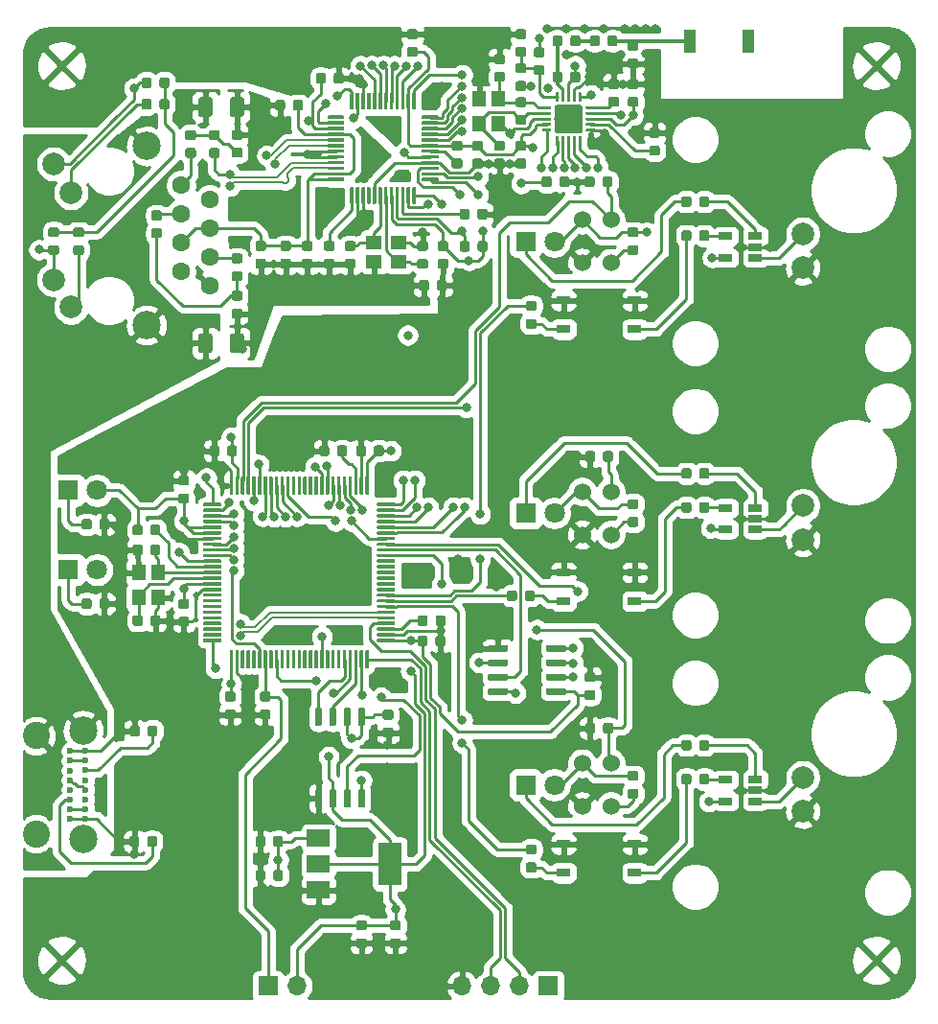
<source format=gbl>
G04 #@! TF.GenerationSoftware,KiCad,Pcbnew,(5.1.4)-1*
G04 #@! TF.CreationDate,2020-12-09T14:49:47+03:00*
G04 #@! TF.ProjectId,charge_block,63686172-6765-45f6-926c-6f636b2e6b69,rev?*
G04 #@! TF.SameCoordinates,Original*
G04 #@! TF.FileFunction,Copper,L4,Bot*
G04 #@! TF.FilePolarity,Positive*
%FSLAX46Y46*%
G04 Gerber Fmt 4.6, Leading zero omitted, Abs format (unit mm)*
G04 Created by KiCad (PCBNEW (5.1.4)-1) date 2020-12-09 14:49:47*
%MOMM*%
%LPD*%
G04 APERTURE LIST*
%ADD10C,0.600000*%
%ADD11C,2.500000*%
%ADD12C,2.400000*%
%ADD13C,1.600000*%
%ADD14C,2.000000*%
%ADD15R,1.000000X2.000000*%
%ADD16C,0.100000*%
%ADD17C,0.875000*%
%ADD18C,1.250000*%
%ADD19C,0.300000*%
%ADD20R,1.800000X1.800000*%
%ADD21C,1.800000*%
%ADD22R,2.000000X3.800000*%
%ADD23R,2.000000X1.500000*%
%ADD24C,0.250000*%
%ADD25R,1.200000X0.800000*%
%ADD26R,1.220000X0.650000*%
%ADD27C,1.524000*%
%ADD28R,1.400000X1.200000*%
%ADD29R,1.200000X1.400000*%
%ADD30R,1.700000X1.700000*%
%ADD31O,1.700000X1.700000*%
%ADD32C,0.800000*%
%ADD33C,0.340000*%
%ADD34C,0.250000*%
%ADD35C,0.200000*%
%ADD36C,0.254000*%
G04 APERTURE END LIST*
D10*
X124100000Y-115225000D03*
X124100000Y-113525000D03*
X124100000Y-114375000D03*
X124100000Y-116075000D03*
X124100000Y-116925000D03*
X124100000Y-117775000D03*
X124100000Y-118625000D03*
X124100000Y-119475000D03*
X122775000Y-113525000D03*
X122775000Y-114380000D03*
X122775000Y-115230000D03*
X122775000Y-116080000D03*
X122775000Y-116930000D03*
X122775000Y-117780000D03*
X122775000Y-118630000D03*
X122775000Y-119480000D03*
D11*
X123900000Y-111700000D03*
X123900000Y-121300000D03*
D12*
X119740000Y-112175000D03*
X119740000Y-120825000D03*
D11*
X129500000Y-60100000D03*
X129500000Y-75900000D03*
D13*
X135090000Y-64830000D03*
X135090000Y-67370000D03*
X135090000Y-69910000D03*
X135090000Y-72450000D03*
X132550000Y-63560000D03*
X132550000Y-66100000D03*
X132550000Y-68640000D03*
X132550000Y-71180000D03*
D14*
X122820000Y-64220000D03*
X121300000Y-61680000D03*
X121300000Y-71900000D03*
X122820000Y-74330000D03*
D15*
X177500000Y-50800000D03*
X182700000Y-50800000D03*
D16*
G36*
X137777691Y-72876053D02*
G01*
X137798926Y-72879203D01*
X137819750Y-72884419D01*
X137839962Y-72891651D01*
X137859368Y-72900830D01*
X137877781Y-72911866D01*
X137895024Y-72924654D01*
X137910930Y-72939070D01*
X137925346Y-72954976D01*
X137938134Y-72972219D01*
X137949170Y-72990632D01*
X137958349Y-73010038D01*
X137965581Y-73030250D01*
X137970797Y-73051074D01*
X137973947Y-73072309D01*
X137975000Y-73093750D01*
X137975000Y-73531250D01*
X137973947Y-73552691D01*
X137970797Y-73573926D01*
X137965581Y-73594750D01*
X137958349Y-73614962D01*
X137949170Y-73634368D01*
X137938134Y-73652781D01*
X137925346Y-73670024D01*
X137910930Y-73685930D01*
X137895024Y-73700346D01*
X137877781Y-73713134D01*
X137859368Y-73724170D01*
X137839962Y-73733349D01*
X137819750Y-73740581D01*
X137798926Y-73745797D01*
X137777691Y-73748947D01*
X137756250Y-73750000D01*
X137243750Y-73750000D01*
X137222309Y-73748947D01*
X137201074Y-73745797D01*
X137180250Y-73740581D01*
X137160038Y-73733349D01*
X137140632Y-73724170D01*
X137122219Y-73713134D01*
X137104976Y-73700346D01*
X137089070Y-73685930D01*
X137074654Y-73670024D01*
X137061866Y-73652781D01*
X137050830Y-73634368D01*
X137041651Y-73614962D01*
X137034419Y-73594750D01*
X137029203Y-73573926D01*
X137026053Y-73552691D01*
X137025000Y-73531250D01*
X137025000Y-73093750D01*
X137026053Y-73072309D01*
X137029203Y-73051074D01*
X137034419Y-73030250D01*
X137041651Y-73010038D01*
X137050830Y-72990632D01*
X137061866Y-72972219D01*
X137074654Y-72954976D01*
X137089070Y-72939070D01*
X137104976Y-72924654D01*
X137122219Y-72911866D01*
X137140632Y-72900830D01*
X137160038Y-72891651D01*
X137180250Y-72884419D01*
X137201074Y-72879203D01*
X137222309Y-72876053D01*
X137243750Y-72875000D01*
X137756250Y-72875000D01*
X137777691Y-72876053D01*
X137777691Y-72876053D01*
G37*
D17*
X137500000Y-73312500D03*
D16*
G36*
X137777691Y-74451053D02*
G01*
X137798926Y-74454203D01*
X137819750Y-74459419D01*
X137839962Y-74466651D01*
X137859368Y-74475830D01*
X137877781Y-74486866D01*
X137895024Y-74499654D01*
X137910930Y-74514070D01*
X137925346Y-74529976D01*
X137938134Y-74547219D01*
X137949170Y-74565632D01*
X137958349Y-74585038D01*
X137965581Y-74605250D01*
X137970797Y-74626074D01*
X137973947Y-74647309D01*
X137975000Y-74668750D01*
X137975000Y-75106250D01*
X137973947Y-75127691D01*
X137970797Y-75148926D01*
X137965581Y-75169750D01*
X137958349Y-75189962D01*
X137949170Y-75209368D01*
X137938134Y-75227781D01*
X137925346Y-75245024D01*
X137910930Y-75260930D01*
X137895024Y-75275346D01*
X137877781Y-75288134D01*
X137859368Y-75299170D01*
X137839962Y-75308349D01*
X137819750Y-75315581D01*
X137798926Y-75320797D01*
X137777691Y-75323947D01*
X137756250Y-75325000D01*
X137243750Y-75325000D01*
X137222309Y-75323947D01*
X137201074Y-75320797D01*
X137180250Y-75315581D01*
X137160038Y-75308349D01*
X137140632Y-75299170D01*
X137122219Y-75288134D01*
X137104976Y-75275346D01*
X137089070Y-75260930D01*
X137074654Y-75245024D01*
X137061866Y-75227781D01*
X137050830Y-75209368D01*
X137041651Y-75189962D01*
X137034419Y-75169750D01*
X137029203Y-75148926D01*
X137026053Y-75127691D01*
X137025000Y-75106250D01*
X137025000Y-74668750D01*
X137026053Y-74647309D01*
X137029203Y-74626074D01*
X137034419Y-74605250D01*
X137041651Y-74585038D01*
X137050830Y-74565632D01*
X137061866Y-74547219D01*
X137074654Y-74529976D01*
X137089070Y-74514070D01*
X137104976Y-74499654D01*
X137122219Y-74486866D01*
X137140632Y-74475830D01*
X137160038Y-74466651D01*
X137180250Y-74459419D01*
X137201074Y-74454203D01*
X137222309Y-74451053D01*
X137243750Y-74450000D01*
X137756250Y-74450000D01*
X137777691Y-74451053D01*
X137777691Y-74451053D01*
G37*
D17*
X137500000Y-74887500D03*
D16*
G36*
X137777691Y-60251053D02*
G01*
X137798926Y-60254203D01*
X137819750Y-60259419D01*
X137839962Y-60266651D01*
X137859368Y-60275830D01*
X137877781Y-60286866D01*
X137895024Y-60299654D01*
X137910930Y-60314070D01*
X137925346Y-60329976D01*
X137938134Y-60347219D01*
X137949170Y-60365632D01*
X137958349Y-60385038D01*
X137965581Y-60405250D01*
X137970797Y-60426074D01*
X137973947Y-60447309D01*
X137975000Y-60468750D01*
X137975000Y-60906250D01*
X137973947Y-60927691D01*
X137970797Y-60948926D01*
X137965581Y-60969750D01*
X137958349Y-60989962D01*
X137949170Y-61009368D01*
X137938134Y-61027781D01*
X137925346Y-61045024D01*
X137910930Y-61060930D01*
X137895024Y-61075346D01*
X137877781Y-61088134D01*
X137859368Y-61099170D01*
X137839962Y-61108349D01*
X137819750Y-61115581D01*
X137798926Y-61120797D01*
X137777691Y-61123947D01*
X137756250Y-61125000D01*
X137243750Y-61125000D01*
X137222309Y-61123947D01*
X137201074Y-61120797D01*
X137180250Y-61115581D01*
X137160038Y-61108349D01*
X137140632Y-61099170D01*
X137122219Y-61088134D01*
X137104976Y-61075346D01*
X137089070Y-61060930D01*
X137074654Y-61045024D01*
X137061866Y-61027781D01*
X137050830Y-61009368D01*
X137041651Y-60989962D01*
X137034419Y-60969750D01*
X137029203Y-60948926D01*
X137026053Y-60927691D01*
X137025000Y-60906250D01*
X137025000Y-60468750D01*
X137026053Y-60447309D01*
X137029203Y-60426074D01*
X137034419Y-60405250D01*
X137041651Y-60385038D01*
X137050830Y-60365632D01*
X137061866Y-60347219D01*
X137074654Y-60329976D01*
X137089070Y-60314070D01*
X137104976Y-60299654D01*
X137122219Y-60286866D01*
X137140632Y-60275830D01*
X137160038Y-60266651D01*
X137180250Y-60259419D01*
X137201074Y-60254203D01*
X137222309Y-60251053D01*
X137243750Y-60250000D01*
X137756250Y-60250000D01*
X137777691Y-60251053D01*
X137777691Y-60251053D01*
G37*
D17*
X137500000Y-60687500D03*
D16*
G36*
X137777691Y-58676053D02*
G01*
X137798926Y-58679203D01*
X137819750Y-58684419D01*
X137839962Y-58691651D01*
X137859368Y-58700830D01*
X137877781Y-58711866D01*
X137895024Y-58724654D01*
X137910930Y-58739070D01*
X137925346Y-58754976D01*
X137938134Y-58772219D01*
X137949170Y-58790632D01*
X137958349Y-58810038D01*
X137965581Y-58830250D01*
X137970797Y-58851074D01*
X137973947Y-58872309D01*
X137975000Y-58893750D01*
X137975000Y-59331250D01*
X137973947Y-59352691D01*
X137970797Y-59373926D01*
X137965581Y-59394750D01*
X137958349Y-59414962D01*
X137949170Y-59434368D01*
X137938134Y-59452781D01*
X137925346Y-59470024D01*
X137910930Y-59485930D01*
X137895024Y-59500346D01*
X137877781Y-59513134D01*
X137859368Y-59524170D01*
X137839962Y-59533349D01*
X137819750Y-59540581D01*
X137798926Y-59545797D01*
X137777691Y-59548947D01*
X137756250Y-59550000D01*
X137243750Y-59550000D01*
X137222309Y-59548947D01*
X137201074Y-59545797D01*
X137180250Y-59540581D01*
X137160038Y-59533349D01*
X137140632Y-59524170D01*
X137122219Y-59513134D01*
X137104976Y-59500346D01*
X137089070Y-59485930D01*
X137074654Y-59470024D01*
X137061866Y-59452781D01*
X137050830Y-59434368D01*
X137041651Y-59414962D01*
X137034419Y-59394750D01*
X137029203Y-59373926D01*
X137026053Y-59352691D01*
X137025000Y-59331250D01*
X137025000Y-58893750D01*
X137026053Y-58872309D01*
X137029203Y-58851074D01*
X137034419Y-58830250D01*
X137041651Y-58810038D01*
X137050830Y-58790632D01*
X137061866Y-58772219D01*
X137074654Y-58754976D01*
X137089070Y-58739070D01*
X137104976Y-58724654D01*
X137122219Y-58711866D01*
X137140632Y-58700830D01*
X137160038Y-58691651D01*
X137180250Y-58684419D01*
X137201074Y-58679203D01*
X137222309Y-58676053D01*
X137243750Y-58675000D01*
X137756250Y-58675000D01*
X137777691Y-58676053D01*
X137777691Y-58676053D01*
G37*
D17*
X137500000Y-59112500D03*
D16*
G36*
X137899504Y-55776204D02*
G01*
X137923773Y-55779804D01*
X137947571Y-55785765D01*
X137970671Y-55794030D01*
X137992849Y-55804520D01*
X138013893Y-55817133D01*
X138033598Y-55831747D01*
X138051777Y-55848223D01*
X138068253Y-55866402D01*
X138082867Y-55886107D01*
X138095480Y-55907151D01*
X138105970Y-55929329D01*
X138114235Y-55952429D01*
X138120196Y-55976227D01*
X138123796Y-56000496D01*
X138125000Y-56025000D01*
X138125000Y-57275000D01*
X138123796Y-57299504D01*
X138120196Y-57323773D01*
X138114235Y-57347571D01*
X138105970Y-57370671D01*
X138095480Y-57392849D01*
X138082867Y-57413893D01*
X138068253Y-57433598D01*
X138051777Y-57451777D01*
X138033598Y-57468253D01*
X138013893Y-57482867D01*
X137992849Y-57495480D01*
X137970671Y-57505970D01*
X137947571Y-57514235D01*
X137923773Y-57520196D01*
X137899504Y-57523796D01*
X137875000Y-57525000D01*
X137125000Y-57525000D01*
X137100496Y-57523796D01*
X137076227Y-57520196D01*
X137052429Y-57514235D01*
X137029329Y-57505970D01*
X137007151Y-57495480D01*
X136986107Y-57482867D01*
X136966402Y-57468253D01*
X136948223Y-57451777D01*
X136931747Y-57433598D01*
X136917133Y-57413893D01*
X136904520Y-57392849D01*
X136894030Y-57370671D01*
X136885765Y-57347571D01*
X136879804Y-57323773D01*
X136876204Y-57299504D01*
X136875000Y-57275000D01*
X136875000Y-56025000D01*
X136876204Y-56000496D01*
X136879804Y-55976227D01*
X136885765Y-55952429D01*
X136894030Y-55929329D01*
X136904520Y-55907151D01*
X136917133Y-55886107D01*
X136931747Y-55866402D01*
X136948223Y-55848223D01*
X136966402Y-55831747D01*
X136986107Y-55817133D01*
X137007151Y-55804520D01*
X137029329Y-55794030D01*
X137052429Y-55785765D01*
X137076227Y-55779804D01*
X137100496Y-55776204D01*
X137125000Y-55775000D01*
X137875000Y-55775000D01*
X137899504Y-55776204D01*
X137899504Y-55776204D01*
G37*
D18*
X137500000Y-56650000D03*
D16*
G36*
X135099504Y-55776204D02*
G01*
X135123773Y-55779804D01*
X135147571Y-55785765D01*
X135170671Y-55794030D01*
X135192849Y-55804520D01*
X135213893Y-55817133D01*
X135233598Y-55831747D01*
X135251777Y-55848223D01*
X135268253Y-55866402D01*
X135282867Y-55886107D01*
X135295480Y-55907151D01*
X135305970Y-55929329D01*
X135314235Y-55952429D01*
X135320196Y-55976227D01*
X135323796Y-56000496D01*
X135325000Y-56025000D01*
X135325000Y-57275000D01*
X135323796Y-57299504D01*
X135320196Y-57323773D01*
X135314235Y-57347571D01*
X135305970Y-57370671D01*
X135295480Y-57392849D01*
X135282867Y-57413893D01*
X135268253Y-57433598D01*
X135251777Y-57451777D01*
X135233598Y-57468253D01*
X135213893Y-57482867D01*
X135192849Y-57495480D01*
X135170671Y-57505970D01*
X135147571Y-57514235D01*
X135123773Y-57520196D01*
X135099504Y-57523796D01*
X135075000Y-57525000D01*
X134325000Y-57525000D01*
X134300496Y-57523796D01*
X134276227Y-57520196D01*
X134252429Y-57514235D01*
X134229329Y-57505970D01*
X134207151Y-57495480D01*
X134186107Y-57482867D01*
X134166402Y-57468253D01*
X134148223Y-57451777D01*
X134131747Y-57433598D01*
X134117133Y-57413893D01*
X134104520Y-57392849D01*
X134094030Y-57370671D01*
X134085765Y-57347571D01*
X134079804Y-57323773D01*
X134076204Y-57299504D01*
X134075000Y-57275000D01*
X134075000Y-56025000D01*
X134076204Y-56000496D01*
X134079804Y-55976227D01*
X134085765Y-55952429D01*
X134094030Y-55929329D01*
X134104520Y-55907151D01*
X134117133Y-55886107D01*
X134131747Y-55866402D01*
X134148223Y-55848223D01*
X134166402Y-55831747D01*
X134186107Y-55817133D01*
X134207151Y-55804520D01*
X134229329Y-55794030D01*
X134252429Y-55785765D01*
X134276227Y-55779804D01*
X134300496Y-55776204D01*
X134325000Y-55775000D01*
X135075000Y-55775000D01*
X135099504Y-55776204D01*
X135099504Y-55776204D01*
G37*
D18*
X134700000Y-56650000D03*
D16*
G36*
X135099504Y-76626204D02*
G01*
X135123773Y-76629804D01*
X135147571Y-76635765D01*
X135170671Y-76644030D01*
X135192849Y-76654520D01*
X135213893Y-76667133D01*
X135233598Y-76681747D01*
X135251777Y-76698223D01*
X135268253Y-76716402D01*
X135282867Y-76736107D01*
X135295480Y-76757151D01*
X135305970Y-76779329D01*
X135314235Y-76802429D01*
X135320196Y-76826227D01*
X135323796Y-76850496D01*
X135325000Y-76875000D01*
X135325000Y-78125000D01*
X135323796Y-78149504D01*
X135320196Y-78173773D01*
X135314235Y-78197571D01*
X135305970Y-78220671D01*
X135295480Y-78242849D01*
X135282867Y-78263893D01*
X135268253Y-78283598D01*
X135251777Y-78301777D01*
X135233598Y-78318253D01*
X135213893Y-78332867D01*
X135192849Y-78345480D01*
X135170671Y-78355970D01*
X135147571Y-78364235D01*
X135123773Y-78370196D01*
X135099504Y-78373796D01*
X135075000Y-78375000D01*
X134325000Y-78375000D01*
X134300496Y-78373796D01*
X134276227Y-78370196D01*
X134252429Y-78364235D01*
X134229329Y-78355970D01*
X134207151Y-78345480D01*
X134186107Y-78332867D01*
X134166402Y-78318253D01*
X134148223Y-78301777D01*
X134131747Y-78283598D01*
X134117133Y-78263893D01*
X134104520Y-78242849D01*
X134094030Y-78220671D01*
X134085765Y-78197571D01*
X134079804Y-78173773D01*
X134076204Y-78149504D01*
X134075000Y-78125000D01*
X134075000Y-76875000D01*
X134076204Y-76850496D01*
X134079804Y-76826227D01*
X134085765Y-76802429D01*
X134094030Y-76779329D01*
X134104520Y-76757151D01*
X134117133Y-76736107D01*
X134131747Y-76716402D01*
X134148223Y-76698223D01*
X134166402Y-76681747D01*
X134186107Y-76667133D01*
X134207151Y-76654520D01*
X134229329Y-76644030D01*
X134252429Y-76635765D01*
X134276227Y-76629804D01*
X134300496Y-76626204D01*
X134325000Y-76625000D01*
X135075000Y-76625000D01*
X135099504Y-76626204D01*
X135099504Y-76626204D01*
G37*
D18*
X134700000Y-77500000D03*
D16*
G36*
X137899504Y-76626204D02*
G01*
X137923773Y-76629804D01*
X137947571Y-76635765D01*
X137970671Y-76644030D01*
X137992849Y-76654520D01*
X138013893Y-76667133D01*
X138033598Y-76681747D01*
X138051777Y-76698223D01*
X138068253Y-76716402D01*
X138082867Y-76736107D01*
X138095480Y-76757151D01*
X138105970Y-76779329D01*
X138114235Y-76802429D01*
X138120196Y-76826227D01*
X138123796Y-76850496D01*
X138125000Y-76875000D01*
X138125000Y-78125000D01*
X138123796Y-78149504D01*
X138120196Y-78173773D01*
X138114235Y-78197571D01*
X138105970Y-78220671D01*
X138095480Y-78242849D01*
X138082867Y-78263893D01*
X138068253Y-78283598D01*
X138051777Y-78301777D01*
X138033598Y-78318253D01*
X138013893Y-78332867D01*
X137992849Y-78345480D01*
X137970671Y-78355970D01*
X137947571Y-78364235D01*
X137923773Y-78370196D01*
X137899504Y-78373796D01*
X137875000Y-78375000D01*
X137125000Y-78375000D01*
X137100496Y-78373796D01*
X137076227Y-78370196D01*
X137052429Y-78364235D01*
X137029329Y-78355970D01*
X137007151Y-78345480D01*
X136986107Y-78332867D01*
X136966402Y-78318253D01*
X136948223Y-78301777D01*
X136931747Y-78283598D01*
X136917133Y-78263893D01*
X136904520Y-78242849D01*
X136894030Y-78220671D01*
X136885765Y-78197571D01*
X136879804Y-78173773D01*
X136876204Y-78149504D01*
X136875000Y-78125000D01*
X136875000Y-76875000D01*
X136876204Y-76850496D01*
X136879804Y-76826227D01*
X136885765Y-76802429D01*
X136894030Y-76779329D01*
X136904520Y-76757151D01*
X136917133Y-76736107D01*
X136931747Y-76716402D01*
X136948223Y-76698223D01*
X136966402Y-76681747D01*
X136986107Y-76667133D01*
X137007151Y-76654520D01*
X137029329Y-76644030D01*
X137052429Y-76635765D01*
X137076227Y-76629804D01*
X137100496Y-76626204D01*
X137125000Y-76625000D01*
X137875000Y-76625000D01*
X137899504Y-76626204D01*
X137899504Y-76626204D01*
G37*
D18*
X137500000Y-77500000D03*
D16*
G36*
X139877691Y-70051053D02*
G01*
X139898926Y-70054203D01*
X139919750Y-70059419D01*
X139939962Y-70066651D01*
X139959368Y-70075830D01*
X139977781Y-70086866D01*
X139995024Y-70099654D01*
X140010930Y-70114070D01*
X140025346Y-70129976D01*
X140038134Y-70147219D01*
X140049170Y-70165632D01*
X140058349Y-70185038D01*
X140065581Y-70205250D01*
X140070797Y-70226074D01*
X140073947Y-70247309D01*
X140075000Y-70268750D01*
X140075000Y-70706250D01*
X140073947Y-70727691D01*
X140070797Y-70748926D01*
X140065581Y-70769750D01*
X140058349Y-70789962D01*
X140049170Y-70809368D01*
X140038134Y-70827781D01*
X140025346Y-70845024D01*
X140010930Y-70860930D01*
X139995024Y-70875346D01*
X139977781Y-70888134D01*
X139959368Y-70899170D01*
X139939962Y-70908349D01*
X139919750Y-70915581D01*
X139898926Y-70920797D01*
X139877691Y-70923947D01*
X139856250Y-70925000D01*
X139343750Y-70925000D01*
X139322309Y-70923947D01*
X139301074Y-70920797D01*
X139280250Y-70915581D01*
X139260038Y-70908349D01*
X139240632Y-70899170D01*
X139222219Y-70888134D01*
X139204976Y-70875346D01*
X139189070Y-70860930D01*
X139174654Y-70845024D01*
X139161866Y-70827781D01*
X139150830Y-70809368D01*
X139141651Y-70789962D01*
X139134419Y-70769750D01*
X139129203Y-70748926D01*
X139126053Y-70727691D01*
X139125000Y-70706250D01*
X139125000Y-70268750D01*
X139126053Y-70247309D01*
X139129203Y-70226074D01*
X139134419Y-70205250D01*
X139141651Y-70185038D01*
X139150830Y-70165632D01*
X139161866Y-70147219D01*
X139174654Y-70129976D01*
X139189070Y-70114070D01*
X139204976Y-70099654D01*
X139222219Y-70086866D01*
X139240632Y-70075830D01*
X139260038Y-70066651D01*
X139280250Y-70059419D01*
X139301074Y-70054203D01*
X139322309Y-70051053D01*
X139343750Y-70050000D01*
X139856250Y-70050000D01*
X139877691Y-70051053D01*
X139877691Y-70051053D01*
G37*
D17*
X139600000Y-70487500D03*
D16*
G36*
X139877691Y-68476053D02*
G01*
X139898926Y-68479203D01*
X139919750Y-68484419D01*
X139939962Y-68491651D01*
X139959368Y-68500830D01*
X139977781Y-68511866D01*
X139995024Y-68524654D01*
X140010930Y-68539070D01*
X140025346Y-68554976D01*
X140038134Y-68572219D01*
X140049170Y-68590632D01*
X140058349Y-68610038D01*
X140065581Y-68630250D01*
X140070797Y-68651074D01*
X140073947Y-68672309D01*
X140075000Y-68693750D01*
X140075000Y-69131250D01*
X140073947Y-69152691D01*
X140070797Y-69173926D01*
X140065581Y-69194750D01*
X140058349Y-69214962D01*
X140049170Y-69234368D01*
X140038134Y-69252781D01*
X140025346Y-69270024D01*
X140010930Y-69285930D01*
X139995024Y-69300346D01*
X139977781Y-69313134D01*
X139959368Y-69324170D01*
X139939962Y-69333349D01*
X139919750Y-69340581D01*
X139898926Y-69345797D01*
X139877691Y-69348947D01*
X139856250Y-69350000D01*
X139343750Y-69350000D01*
X139322309Y-69348947D01*
X139301074Y-69345797D01*
X139280250Y-69340581D01*
X139260038Y-69333349D01*
X139240632Y-69324170D01*
X139222219Y-69313134D01*
X139204976Y-69300346D01*
X139189070Y-69285930D01*
X139174654Y-69270024D01*
X139161866Y-69252781D01*
X139150830Y-69234368D01*
X139141651Y-69214962D01*
X139134419Y-69194750D01*
X139129203Y-69173926D01*
X139126053Y-69152691D01*
X139125000Y-69131250D01*
X139125000Y-68693750D01*
X139126053Y-68672309D01*
X139129203Y-68651074D01*
X139134419Y-68630250D01*
X139141651Y-68610038D01*
X139150830Y-68590632D01*
X139161866Y-68572219D01*
X139174654Y-68554976D01*
X139189070Y-68539070D01*
X139204976Y-68524654D01*
X139222219Y-68511866D01*
X139240632Y-68500830D01*
X139260038Y-68491651D01*
X139280250Y-68484419D01*
X139301074Y-68479203D01*
X139322309Y-68476053D01*
X139343750Y-68475000D01*
X139856250Y-68475000D01*
X139877691Y-68476053D01*
X139877691Y-68476053D01*
G37*
D17*
X139600000Y-68912500D03*
D16*
G36*
X142077691Y-68476053D02*
G01*
X142098926Y-68479203D01*
X142119750Y-68484419D01*
X142139962Y-68491651D01*
X142159368Y-68500830D01*
X142177781Y-68511866D01*
X142195024Y-68524654D01*
X142210930Y-68539070D01*
X142225346Y-68554976D01*
X142238134Y-68572219D01*
X142249170Y-68590632D01*
X142258349Y-68610038D01*
X142265581Y-68630250D01*
X142270797Y-68651074D01*
X142273947Y-68672309D01*
X142275000Y-68693750D01*
X142275000Y-69131250D01*
X142273947Y-69152691D01*
X142270797Y-69173926D01*
X142265581Y-69194750D01*
X142258349Y-69214962D01*
X142249170Y-69234368D01*
X142238134Y-69252781D01*
X142225346Y-69270024D01*
X142210930Y-69285930D01*
X142195024Y-69300346D01*
X142177781Y-69313134D01*
X142159368Y-69324170D01*
X142139962Y-69333349D01*
X142119750Y-69340581D01*
X142098926Y-69345797D01*
X142077691Y-69348947D01*
X142056250Y-69350000D01*
X141543750Y-69350000D01*
X141522309Y-69348947D01*
X141501074Y-69345797D01*
X141480250Y-69340581D01*
X141460038Y-69333349D01*
X141440632Y-69324170D01*
X141422219Y-69313134D01*
X141404976Y-69300346D01*
X141389070Y-69285930D01*
X141374654Y-69270024D01*
X141361866Y-69252781D01*
X141350830Y-69234368D01*
X141341651Y-69214962D01*
X141334419Y-69194750D01*
X141329203Y-69173926D01*
X141326053Y-69152691D01*
X141325000Y-69131250D01*
X141325000Y-68693750D01*
X141326053Y-68672309D01*
X141329203Y-68651074D01*
X141334419Y-68630250D01*
X141341651Y-68610038D01*
X141350830Y-68590632D01*
X141361866Y-68572219D01*
X141374654Y-68554976D01*
X141389070Y-68539070D01*
X141404976Y-68524654D01*
X141422219Y-68511866D01*
X141440632Y-68500830D01*
X141460038Y-68491651D01*
X141480250Y-68484419D01*
X141501074Y-68479203D01*
X141522309Y-68476053D01*
X141543750Y-68475000D01*
X142056250Y-68475000D01*
X142077691Y-68476053D01*
X142077691Y-68476053D01*
G37*
D17*
X141800000Y-68912500D03*
D16*
G36*
X142077691Y-70051053D02*
G01*
X142098926Y-70054203D01*
X142119750Y-70059419D01*
X142139962Y-70066651D01*
X142159368Y-70075830D01*
X142177781Y-70086866D01*
X142195024Y-70099654D01*
X142210930Y-70114070D01*
X142225346Y-70129976D01*
X142238134Y-70147219D01*
X142249170Y-70165632D01*
X142258349Y-70185038D01*
X142265581Y-70205250D01*
X142270797Y-70226074D01*
X142273947Y-70247309D01*
X142275000Y-70268750D01*
X142275000Y-70706250D01*
X142273947Y-70727691D01*
X142270797Y-70748926D01*
X142265581Y-70769750D01*
X142258349Y-70789962D01*
X142249170Y-70809368D01*
X142238134Y-70827781D01*
X142225346Y-70845024D01*
X142210930Y-70860930D01*
X142195024Y-70875346D01*
X142177781Y-70888134D01*
X142159368Y-70899170D01*
X142139962Y-70908349D01*
X142119750Y-70915581D01*
X142098926Y-70920797D01*
X142077691Y-70923947D01*
X142056250Y-70925000D01*
X141543750Y-70925000D01*
X141522309Y-70923947D01*
X141501074Y-70920797D01*
X141480250Y-70915581D01*
X141460038Y-70908349D01*
X141440632Y-70899170D01*
X141422219Y-70888134D01*
X141404976Y-70875346D01*
X141389070Y-70860930D01*
X141374654Y-70845024D01*
X141361866Y-70827781D01*
X141350830Y-70809368D01*
X141341651Y-70789962D01*
X141334419Y-70769750D01*
X141329203Y-70748926D01*
X141326053Y-70727691D01*
X141325000Y-70706250D01*
X141325000Y-70268750D01*
X141326053Y-70247309D01*
X141329203Y-70226074D01*
X141334419Y-70205250D01*
X141341651Y-70185038D01*
X141350830Y-70165632D01*
X141361866Y-70147219D01*
X141374654Y-70129976D01*
X141389070Y-70114070D01*
X141404976Y-70099654D01*
X141422219Y-70086866D01*
X141440632Y-70075830D01*
X141460038Y-70066651D01*
X141480250Y-70059419D01*
X141501074Y-70054203D01*
X141522309Y-70051053D01*
X141543750Y-70050000D01*
X142056250Y-70050000D01*
X142077691Y-70051053D01*
X142077691Y-70051053D01*
G37*
D17*
X141800000Y-70487500D03*
D16*
G36*
X143127691Y-56026053D02*
G01*
X143148926Y-56029203D01*
X143169750Y-56034419D01*
X143189962Y-56041651D01*
X143209368Y-56050830D01*
X143227781Y-56061866D01*
X143245024Y-56074654D01*
X143260930Y-56089070D01*
X143275346Y-56104976D01*
X143288134Y-56122219D01*
X143299170Y-56140632D01*
X143308349Y-56160038D01*
X143315581Y-56180250D01*
X143320797Y-56201074D01*
X143323947Y-56222309D01*
X143325000Y-56243750D01*
X143325000Y-56756250D01*
X143323947Y-56777691D01*
X143320797Y-56798926D01*
X143315581Y-56819750D01*
X143308349Y-56839962D01*
X143299170Y-56859368D01*
X143288134Y-56877781D01*
X143275346Y-56895024D01*
X143260930Y-56910930D01*
X143245024Y-56925346D01*
X143227781Y-56938134D01*
X143209368Y-56949170D01*
X143189962Y-56958349D01*
X143169750Y-56965581D01*
X143148926Y-56970797D01*
X143127691Y-56973947D01*
X143106250Y-56975000D01*
X142668750Y-56975000D01*
X142647309Y-56973947D01*
X142626074Y-56970797D01*
X142605250Y-56965581D01*
X142585038Y-56958349D01*
X142565632Y-56949170D01*
X142547219Y-56938134D01*
X142529976Y-56925346D01*
X142514070Y-56910930D01*
X142499654Y-56895024D01*
X142486866Y-56877781D01*
X142475830Y-56859368D01*
X142466651Y-56839962D01*
X142459419Y-56819750D01*
X142454203Y-56798926D01*
X142451053Y-56777691D01*
X142450000Y-56756250D01*
X142450000Y-56243750D01*
X142451053Y-56222309D01*
X142454203Y-56201074D01*
X142459419Y-56180250D01*
X142466651Y-56160038D01*
X142475830Y-56140632D01*
X142486866Y-56122219D01*
X142499654Y-56104976D01*
X142514070Y-56089070D01*
X142529976Y-56074654D01*
X142547219Y-56061866D01*
X142565632Y-56050830D01*
X142585038Y-56041651D01*
X142605250Y-56034419D01*
X142626074Y-56029203D01*
X142647309Y-56026053D01*
X142668750Y-56025000D01*
X143106250Y-56025000D01*
X143127691Y-56026053D01*
X143127691Y-56026053D01*
G37*
D17*
X142887500Y-56500000D03*
D16*
G36*
X141552691Y-56026053D02*
G01*
X141573926Y-56029203D01*
X141594750Y-56034419D01*
X141614962Y-56041651D01*
X141634368Y-56050830D01*
X141652781Y-56061866D01*
X141670024Y-56074654D01*
X141685930Y-56089070D01*
X141700346Y-56104976D01*
X141713134Y-56122219D01*
X141724170Y-56140632D01*
X141733349Y-56160038D01*
X141740581Y-56180250D01*
X141745797Y-56201074D01*
X141748947Y-56222309D01*
X141750000Y-56243750D01*
X141750000Y-56756250D01*
X141748947Y-56777691D01*
X141745797Y-56798926D01*
X141740581Y-56819750D01*
X141733349Y-56839962D01*
X141724170Y-56859368D01*
X141713134Y-56877781D01*
X141700346Y-56895024D01*
X141685930Y-56910930D01*
X141670024Y-56925346D01*
X141652781Y-56938134D01*
X141634368Y-56949170D01*
X141614962Y-56958349D01*
X141594750Y-56965581D01*
X141573926Y-56970797D01*
X141552691Y-56973947D01*
X141531250Y-56975000D01*
X141093750Y-56975000D01*
X141072309Y-56973947D01*
X141051074Y-56970797D01*
X141030250Y-56965581D01*
X141010038Y-56958349D01*
X140990632Y-56949170D01*
X140972219Y-56938134D01*
X140954976Y-56925346D01*
X140939070Y-56910930D01*
X140924654Y-56895024D01*
X140911866Y-56877781D01*
X140900830Y-56859368D01*
X140891651Y-56839962D01*
X140884419Y-56819750D01*
X140879203Y-56798926D01*
X140876053Y-56777691D01*
X140875000Y-56756250D01*
X140875000Y-56243750D01*
X140876053Y-56222309D01*
X140879203Y-56201074D01*
X140884419Y-56180250D01*
X140891651Y-56160038D01*
X140900830Y-56140632D01*
X140911866Y-56122219D01*
X140924654Y-56104976D01*
X140939070Y-56089070D01*
X140954976Y-56074654D01*
X140972219Y-56061866D01*
X140990632Y-56050830D01*
X141010038Y-56041651D01*
X141030250Y-56034419D01*
X141051074Y-56029203D01*
X141072309Y-56026053D01*
X141093750Y-56025000D01*
X141531250Y-56025000D01*
X141552691Y-56026053D01*
X141552691Y-56026053D01*
G37*
D17*
X141312500Y-56500000D03*
D16*
G36*
X143977691Y-70051053D02*
G01*
X143998926Y-70054203D01*
X144019750Y-70059419D01*
X144039962Y-70066651D01*
X144059368Y-70075830D01*
X144077781Y-70086866D01*
X144095024Y-70099654D01*
X144110930Y-70114070D01*
X144125346Y-70129976D01*
X144138134Y-70147219D01*
X144149170Y-70165632D01*
X144158349Y-70185038D01*
X144165581Y-70205250D01*
X144170797Y-70226074D01*
X144173947Y-70247309D01*
X144175000Y-70268750D01*
X144175000Y-70706250D01*
X144173947Y-70727691D01*
X144170797Y-70748926D01*
X144165581Y-70769750D01*
X144158349Y-70789962D01*
X144149170Y-70809368D01*
X144138134Y-70827781D01*
X144125346Y-70845024D01*
X144110930Y-70860930D01*
X144095024Y-70875346D01*
X144077781Y-70888134D01*
X144059368Y-70899170D01*
X144039962Y-70908349D01*
X144019750Y-70915581D01*
X143998926Y-70920797D01*
X143977691Y-70923947D01*
X143956250Y-70925000D01*
X143443750Y-70925000D01*
X143422309Y-70923947D01*
X143401074Y-70920797D01*
X143380250Y-70915581D01*
X143360038Y-70908349D01*
X143340632Y-70899170D01*
X143322219Y-70888134D01*
X143304976Y-70875346D01*
X143289070Y-70860930D01*
X143274654Y-70845024D01*
X143261866Y-70827781D01*
X143250830Y-70809368D01*
X143241651Y-70789962D01*
X143234419Y-70769750D01*
X143229203Y-70748926D01*
X143226053Y-70727691D01*
X143225000Y-70706250D01*
X143225000Y-70268750D01*
X143226053Y-70247309D01*
X143229203Y-70226074D01*
X143234419Y-70205250D01*
X143241651Y-70185038D01*
X143250830Y-70165632D01*
X143261866Y-70147219D01*
X143274654Y-70129976D01*
X143289070Y-70114070D01*
X143304976Y-70099654D01*
X143322219Y-70086866D01*
X143340632Y-70075830D01*
X143360038Y-70066651D01*
X143380250Y-70059419D01*
X143401074Y-70054203D01*
X143422309Y-70051053D01*
X143443750Y-70050000D01*
X143956250Y-70050000D01*
X143977691Y-70051053D01*
X143977691Y-70051053D01*
G37*
D17*
X143700000Y-70487500D03*
D16*
G36*
X143977691Y-68476053D02*
G01*
X143998926Y-68479203D01*
X144019750Y-68484419D01*
X144039962Y-68491651D01*
X144059368Y-68500830D01*
X144077781Y-68511866D01*
X144095024Y-68524654D01*
X144110930Y-68539070D01*
X144125346Y-68554976D01*
X144138134Y-68572219D01*
X144149170Y-68590632D01*
X144158349Y-68610038D01*
X144165581Y-68630250D01*
X144170797Y-68651074D01*
X144173947Y-68672309D01*
X144175000Y-68693750D01*
X144175000Y-69131250D01*
X144173947Y-69152691D01*
X144170797Y-69173926D01*
X144165581Y-69194750D01*
X144158349Y-69214962D01*
X144149170Y-69234368D01*
X144138134Y-69252781D01*
X144125346Y-69270024D01*
X144110930Y-69285930D01*
X144095024Y-69300346D01*
X144077781Y-69313134D01*
X144059368Y-69324170D01*
X144039962Y-69333349D01*
X144019750Y-69340581D01*
X143998926Y-69345797D01*
X143977691Y-69348947D01*
X143956250Y-69350000D01*
X143443750Y-69350000D01*
X143422309Y-69348947D01*
X143401074Y-69345797D01*
X143380250Y-69340581D01*
X143360038Y-69333349D01*
X143340632Y-69324170D01*
X143322219Y-69313134D01*
X143304976Y-69300346D01*
X143289070Y-69285930D01*
X143274654Y-69270024D01*
X143261866Y-69252781D01*
X143250830Y-69234368D01*
X143241651Y-69214962D01*
X143234419Y-69194750D01*
X143229203Y-69173926D01*
X143226053Y-69152691D01*
X143225000Y-69131250D01*
X143225000Y-68693750D01*
X143226053Y-68672309D01*
X143229203Y-68651074D01*
X143234419Y-68630250D01*
X143241651Y-68610038D01*
X143250830Y-68590632D01*
X143261866Y-68572219D01*
X143274654Y-68554976D01*
X143289070Y-68539070D01*
X143304976Y-68524654D01*
X143322219Y-68511866D01*
X143340632Y-68500830D01*
X143360038Y-68491651D01*
X143380250Y-68484419D01*
X143401074Y-68479203D01*
X143422309Y-68476053D01*
X143443750Y-68475000D01*
X143956250Y-68475000D01*
X143977691Y-68476053D01*
X143977691Y-68476053D01*
G37*
D17*
X143700000Y-68912500D03*
D16*
G36*
X155977691Y-68476053D02*
G01*
X155998926Y-68479203D01*
X156019750Y-68484419D01*
X156039962Y-68491651D01*
X156059368Y-68500830D01*
X156077781Y-68511866D01*
X156095024Y-68524654D01*
X156110930Y-68539070D01*
X156125346Y-68554976D01*
X156138134Y-68572219D01*
X156149170Y-68590632D01*
X156158349Y-68610038D01*
X156165581Y-68630250D01*
X156170797Y-68651074D01*
X156173947Y-68672309D01*
X156175000Y-68693750D01*
X156175000Y-69131250D01*
X156173947Y-69152691D01*
X156170797Y-69173926D01*
X156165581Y-69194750D01*
X156158349Y-69214962D01*
X156149170Y-69234368D01*
X156138134Y-69252781D01*
X156125346Y-69270024D01*
X156110930Y-69285930D01*
X156095024Y-69300346D01*
X156077781Y-69313134D01*
X156059368Y-69324170D01*
X156039962Y-69333349D01*
X156019750Y-69340581D01*
X155998926Y-69345797D01*
X155977691Y-69348947D01*
X155956250Y-69350000D01*
X155443750Y-69350000D01*
X155422309Y-69348947D01*
X155401074Y-69345797D01*
X155380250Y-69340581D01*
X155360038Y-69333349D01*
X155340632Y-69324170D01*
X155322219Y-69313134D01*
X155304976Y-69300346D01*
X155289070Y-69285930D01*
X155274654Y-69270024D01*
X155261866Y-69252781D01*
X155250830Y-69234368D01*
X155241651Y-69214962D01*
X155234419Y-69194750D01*
X155229203Y-69173926D01*
X155226053Y-69152691D01*
X155225000Y-69131250D01*
X155225000Y-68693750D01*
X155226053Y-68672309D01*
X155229203Y-68651074D01*
X155234419Y-68630250D01*
X155241651Y-68610038D01*
X155250830Y-68590632D01*
X155261866Y-68572219D01*
X155274654Y-68554976D01*
X155289070Y-68539070D01*
X155304976Y-68524654D01*
X155322219Y-68511866D01*
X155340632Y-68500830D01*
X155360038Y-68491651D01*
X155380250Y-68484419D01*
X155401074Y-68479203D01*
X155422309Y-68476053D01*
X155443750Y-68475000D01*
X155956250Y-68475000D01*
X155977691Y-68476053D01*
X155977691Y-68476053D01*
G37*
D17*
X155700000Y-68912500D03*
D16*
G36*
X155977691Y-70051053D02*
G01*
X155998926Y-70054203D01*
X156019750Y-70059419D01*
X156039962Y-70066651D01*
X156059368Y-70075830D01*
X156077781Y-70086866D01*
X156095024Y-70099654D01*
X156110930Y-70114070D01*
X156125346Y-70129976D01*
X156138134Y-70147219D01*
X156149170Y-70165632D01*
X156158349Y-70185038D01*
X156165581Y-70205250D01*
X156170797Y-70226074D01*
X156173947Y-70247309D01*
X156175000Y-70268750D01*
X156175000Y-70706250D01*
X156173947Y-70727691D01*
X156170797Y-70748926D01*
X156165581Y-70769750D01*
X156158349Y-70789962D01*
X156149170Y-70809368D01*
X156138134Y-70827781D01*
X156125346Y-70845024D01*
X156110930Y-70860930D01*
X156095024Y-70875346D01*
X156077781Y-70888134D01*
X156059368Y-70899170D01*
X156039962Y-70908349D01*
X156019750Y-70915581D01*
X155998926Y-70920797D01*
X155977691Y-70923947D01*
X155956250Y-70925000D01*
X155443750Y-70925000D01*
X155422309Y-70923947D01*
X155401074Y-70920797D01*
X155380250Y-70915581D01*
X155360038Y-70908349D01*
X155340632Y-70899170D01*
X155322219Y-70888134D01*
X155304976Y-70875346D01*
X155289070Y-70860930D01*
X155274654Y-70845024D01*
X155261866Y-70827781D01*
X155250830Y-70809368D01*
X155241651Y-70789962D01*
X155234419Y-70769750D01*
X155229203Y-70748926D01*
X155226053Y-70727691D01*
X155225000Y-70706250D01*
X155225000Y-70268750D01*
X155226053Y-70247309D01*
X155229203Y-70226074D01*
X155234419Y-70205250D01*
X155241651Y-70185038D01*
X155250830Y-70165632D01*
X155261866Y-70147219D01*
X155274654Y-70129976D01*
X155289070Y-70114070D01*
X155304976Y-70099654D01*
X155322219Y-70086866D01*
X155340632Y-70075830D01*
X155360038Y-70066651D01*
X155380250Y-70059419D01*
X155401074Y-70054203D01*
X155422309Y-70051053D01*
X155443750Y-70050000D01*
X155956250Y-70050000D01*
X155977691Y-70051053D01*
X155977691Y-70051053D01*
G37*
D17*
X155700000Y-70487500D03*
D16*
G36*
X153277691Y-49776053D02*
G01*
X153298926Y-49779203D01*
X153319750Y-49784419D01*
X153339962Y-49791651D01*
X153359368Y-49800830D01*
X153377781Y-49811866D01*
X153395024Y-49824654D01*
X153410930Y-49839070D01*
X153425346Y-49854976D01*
X153438134Y-49872219D01*
X153449170Y-49890632D01*
X153458349Y-49910038D01*
X153465581Y-49930250D01*
X153470797Y-49951074D01*
X153473947Y-49972309D01*
X153475000Y-49993750D01*
X153475000Y-50431250D01*
X153473947Y-50452691D01*
X153470797Y-50473926D01*
X153465581Y-50494750D01*
X153458349Y-50514962D01*
X153449170Y-50534368D01*
X153438134Y-50552781D01*
X153425346Y-50570024D01*
X153410930Y-50585930D01*
X153395024Y-50600346D01*
X153377781Y-50613134D01*
X153359368Y-50624170D01*
X153339962Y-50633349D01*
X153319750Y-50640581D01*
X153298926Y-50645797D01*
X153277691Y-50648947D01*
X153256250Y-50650000D01*
X152743750Y-50650000D01*
X152722309Y-50648947D01*
X152701074Y-50645797D01*
X152680250Y-50640581D01*
X152660038Y-50633349D01*
X152640632Y-50624170D01*
X152622219Y-50613134D01*
X152604976Y-50600346D01*
X152589070Y-50585930D01*
X152574654Y-50570024D01*
X152561866Y-50552781D01*
X152550830Y-50534368D01*
X152541651Y-50514962D01*
X152534419Y-50494750D01*
X152529203Y-50473926D01*
X152526053Y-50452691D01*
X152525000Y-50431250D01*
X152525000Y-49993750D01*
X152526053Y-49972309D01*
X152529203Y-49951074D01*
X152534419Y-49930250D01*
X152541651Y-49910038D01*
X152550830Y-49890632D01*
X152561866Y-49872219D01*
X152574654Y-49854976D01*
X152589070Y-49839070D01*
X152604976Y-49824654D01*
X152622219Y-49811866D01*
X152640632Y-49800830D01*
X152660038Y-49791651D01*
X152680250Y-49784419D01*
X152701074Y-49779203D01*
X152722309Y-49776053D01*
X152743750Y-49775000D01*
X153256250Y-49775000D01*
X153277691Y-49776053D01*
X153277691Y-49776053D01*
G37*
D17*
X153000000Y-50212500D03*
D16*
G36*
X153277691Y-51351053D02*
G01*
X153298926Y-51354203D01*
X153319750Y-51359419D01*
X153339962Y-51366651D01*
X153359368Y-51375830D01*
X153377781Y-51386866D01*
X153395024Y-51399654D01*
X153410930Y-51414070D01*
X153425346Y-51429976D01*
X153438134Y-51447219D01*
X153449170Y-51465632D01*
X153458349Y-51485038D01*
X153465581Y-51505250D01*
X153470797Y-51526074D01*
X153473947Y-51547309D01*
X153475000Y-51568750D01*
X153475000Y-52006250D01*
X153473947Y-52027691D01*
X153470797Y-52048926D01*
X153465581Y-52069750D01*
X153458349Y-52089962D01*
X153449170Y-52109368D01*
X153438134Y-52127781D01*
X153425346Y-52145024D01*
X153410930Y-52160930D01*
X153395024Y-52175346D01*
X153377781Y-52188134D01*
X153359368Y-52199170D01*
X153339962Y-52208349D01*
X153319750Y-52215581D01*
X153298926Y-52220797D01*
X153277691Y-52223947D01*
X153256250Y-52225000D01*
X152743750Y-52225000D01*
X152722309Y-52223947D01*
X152701074Y-52220797D01*
X152680250Y-52215581D01*
X152660038Y-52208349D01*
X152640632Y-52199170D01*
X152622219Y-52188134D01*
X152604976Y-52175346D01*
X152589070Y-52160930D01*
X152574654Y-52145024D01*
X152561866Y-52127781D01*
X152550830Y-52109368D01*
X152541651Y-52089962D01*
X152534419Y-52069750D01*
X152529203Y-52048926D01*
X152526053Y-52027691D01*
X152525000Y-52006250D01*
X152525000Y-51568750D01*
X152526053Y-51547309D01*
X152529203Y-51526074D01*
X152534419Y-51505250D01*
X152541651Y-51485038D01*
X152550830Y-51465632D01*
X152561866Y-51447219D01*
X152574654Y-51429976D01*
X152589070Y-51414070D01*
X152604976Y-51399654D01*
X152622219Y-51386866D01*
X152640632Y-51375830D01*
X152660038Y-51366651D01*
X152680250Y-51359419D01*
X152701074Y-51354203D01*
X152722309Y-51351053D01*
X152743750Y-51350000D01*
X153256250Y-51350000D01*
X153277691Y-51351053D01*
X153277691Y-51351053D01*
G37*
D17*
X153000000Y-51787500D03*
D16*
G36*
X159027691Y-59626053D02*
G01*
X159048926Y-59629203D01*
X159069750Y-59634419D01*
X159089962Y-59641651D01*
X159109368Y-59650830D01*
X159127781Y-59661866D01*
X159145024Y-59674654D01*
X159160930Y-59689070D01*
X159175346Y-59704976D01*
X159188134Y-59722219D01*
X159199170Y-59740632D01*
X159208349Y-59760038D01*
X159215581Y-59780250D01*
X159220797Y-59801074D01*
X159223947Y-59822309D01*
X159225000Y-59843750D01*
X159225000Y-60281250D01*
X159223947Y-60302691D01*
X159220797Y-60323926D01*
X159215581Y-60344750D01*
X159208349Y-60364962D01*
X159199170Y-60384368D01*
X159188134Y-60402781D01*
X159175346Y-60420024D01*
X159160930Y-60435930D01*
X159145024Y-60450346D01*
X159127781Y-60463134D01*
X159109368Y-60474170D01*
X159089962Y-60483349D01*
X159069750Y-60490581D01*
X159048926Y-60495797D01*
X159027691Y-60498947D01*
X159006250Y-60500000D01*
X158493750Y-60500000D01*
X158472309Y-60498947D01*
X158451074Y-60495797D01*
X158430250Y-60490581D01*
X158410038Y-60483349D01*
X158390632Y-60474170D01*
X158372219Y-60463134D01*
X158354976Y-60450346D01*
X158339070Y-60435930D01*
X158324654Y-60420024D01*
X158311866Y-60402781D01*
X158300830Y-60384368D01*
X158291651Y-60364962D01*
X158284419Y-60344750D01*
X158279203Y-60323926D01*
X158276053Y-60302691D01*
X158275000Y-60281250D01*
X158275000Y-59843750D01*
X158276053Y-59822309D01*
X158279203Y-59801074D01*
X158284419Y-59780250D01*
X158291651Y-59760038D01*
X158300830Y-59740632D01*
X158311866Y-59722219D01*
X158324654Y-59704976D01*
X158339070Y-59689070D01*
X158354976Y-59674654D01*
X158372219Y-59661866D01*
X158390632Y-59650830D01*
X158410038Y-59641651D01*
X158430250Y-59634419D01*
X158451074Y-59629203D01*
X158472309Y-59626053D01*
X158493750Y-59625000D01*
X159006250Y-59625000D01*
X159027691Y-59626053D01*
X159027691Y-59626053D01*
G37*
D17*
X158750000Y-60062500D03*
D16*
G36*
X159027691Y-61201053D02*
G01*
X159048926Y-61204203D01*
X159069750Y-61209419D01*
X159089962Y-61216651D01*
X159109368Y-61225830D01*
X159127781Y-61236866D01*
X159145024Y-61249654D01*
X159160930Y-61264070D01*
X159175346Y-61279976D01*
X159188134Y-61297219D01*
X159199170Y-61315632D01*
X159208349Y-61335038D01*
X159215581Y-61355250D01*
X159220797Y-61376074D01*
X159223947Y-61397309D01*
X159225000Y-61418750D01*
X159225000Y-61856250D01*
X159223947Y-61877691D01*
X159220797Y-61898926D01*
X159215581Y-61919750D01*
X159208349Y-61939962D01*
X159199170Y-61959368D01*
X159188134Y-61977781D01*
X159175346Y-61995024D01*
X159160930Y-62010930D01*
X159145024Y-62025346D01*
X159127781Y-62038134D01*
X159109368Y-62049170D01*
X159089962Y-62058349D01*
X159069750Y-62065581D01*
X159048926Y-62070797D01*
X159027691Y-62073947D01*
X159006250Y-62075000D01*
X158493750Y-62075000D01*
X158472309Y-62073947D01*
X158451074Y-62070797D01*
X158430250Y-62065581D01*
X158410038Y-62058349D01*
X158390632Y-62049170D01*
X158372219Y-62038134D01*
X158354976Y-62025346D01*
X158339070Y-62010930D01*
X158324654Y-61995024D01*
X158311866Y-61977781D01*
X158300830Y-61959368D01*
X158291651Y-61939962D01*
X158284419Y-61919750D01*
X158279203Y-61898926D01*
X158276053Y-61877691D01*
X158275000Y-61856250D01*
X158275000Y-61418750D01*
X158276053Y-61397309D01*
X158279203Y-61376074D01*
X158284419Y-61355250D01*
X158291651Y-61335038D01*
X158300830Y-61315632D01*
X158311866Y-61297219D01*
X158324654Y-61279976D01*
X158339070Y-61264070D01*
X158354976Y-61249654D01*
X158372219Y-61236866D01*
X158390632Y-61225830D01*
X158410038Y-61216651D01*
X158430250Y-61209419D01*
X158451074Y-61204203D01*
X158472309Y-61201053D01*
X158493750Y-61200000D01*
X159006250Y-61200000D01*
X159027691Y-61201053D01*
X159027691Y-61201053D01*
G37*
D17*
X158750000Y-61637500D03*
D16*
G36*
X139802691Y-124026053D02*
G01*
X139823926Y-124029203D01*
X139844750Y-124034419D01*
X139864962Y-124041651D01*
X139884368Y-124050830D01*
X139902781Y-124061866D01*
X139920024Y-124074654D01*
X139935930Y-124089070D01*
X139950346Y-124104976D01*
X139963134Y-124122219D01*
X139974170Y-124140632D01*
X139983349Y-124160038D01*
X139990581Y-124180250D01*
X139995797Y-124201074D01*
X139998947Y-124222309D01*
X140000000Y-124243750D01*
X140000000Y-124756250D01*
X139998947Y-124777691D01*
X139995797Y-124798926D01*
X139990581Y-124819750D01*
X139983349Y-124839962D01*
X139974170Y-124859368D01*
X139963134Y-124877781D01*
X139950346Y-124895024D01*
X139935930Y-124910930D01*
X139920024Y-124925346D01*
X139902781Y-124938134D01*
X139884368Y-124949170D01*
X139864962Y-124958349D01*
X139844750Y-124965581D01*
X139823926Y-124970797D01*
X139802691Y-124973947D01*
X139781250Y-124975000D01*
X139343750Y-124975000D01*
X139322309Y-124973947D01*
X139301074Y-124970797D01*
X139280250Y-124965581D01*
X139260038Y-124958349D01*
X139240632Y-124949170D01*
X139222219Y-124938134D01*
X139204976Y-124925346D01*
X139189070Y-124910930D01*
X139174654Y-124895024D01*
X139161866Y-124877781D01*
X139150830Y-124859368D01*
X139141651Y-124839962D01*
X139134419Y-124819750D01*
X139129203Y-124798926D01*
X139126053Y-124777691D01*
X139125000Y-124756250D01*
X139125000Y-124243750D01*
X139126053Y-124222309D01*
X139129203Y-124201074D01*
X139134419Y-124180250D01*
X139141651Y-124160038D01*
X139150830Y-124140632D01*
X139161866Y-124122219D01*
X139174654Y-124104976D01*
X139189070Y-124089070D01*
X139204976Y-124074654D01*
X139222219Y-124061866D01*
X139240632Y-124050830D01*
X139260038Y-124041651D01*
X139280250Y-124034419D01*
X139301074Y-124029203D01*
X139322309Y-124026053D01*
X139343750Y-124025000D01*
X139781250Y-124025000D01*
X139802691Y-124026053D01*
X139802691Y-124026053D01*
G37*
D17*
X139562500Y-124500000D03*
D16*
G36*
X141377691Y-124026053D02*
G01*
X141398926Y-124029203D01*
X141419750Y-124034419D01*
X141439962Y-124041651D01*
X141459368Y-124050830D01*
X141477781Y-124061866D01*
X141495024Y-124074654D01*
X141510930Y-124089070D01*
X141525346Y-124104976D01*
X141538134Y-124122219D01*
X141549170Y-124140632D01*
X141558349Y-124160038D01*
X141565581Y-124180250D01*
X141570797Y-124201074D01*
X141573947Y-124222309D01*
X141575000Y-124243750D01*
X141575000Y-124756250D01*
X141573947Y-124777691D01*
X141570797Y-124798926D01*
X141565581Y-124819750D01*
X141558349Y-124839962D01*
X141549170Y-124859368D01*
X141538134Y-124877781D01*
X141525346Y-124895024D01*
X141510930Y-124910930D01*
X141495024Y-124925346D01*
X141477781Y-124938134D01*
X141459368Y-124949170D01*
X141439962Y-124958349D01*
X141419750Y-124965581D01*
X141398926Y-124970797D01*
X141377691Y-124973947D01*
X141356250Y-124975000D01*
X140918750Y-124975000D01*
X140897309Y-124973947D01*
X140876074Y-124970797D01*
X140855250Y-124965581D01*
X140835038Y-124958349D01*
X140815632Y-124949170D01*
X140797219Y-124938134D01*
X140779976Y-124925346D01*
X140764070Y-124910930D01*
X140749654Y-124895024D01*
X140736866Y-124877781D01*
X140725830Y-124859368D01*
X140716651Y-124839962D01*
X140709419Y-124819750D01*
X140704203Y-124798926D01*
X140701053Y-124777691D01*
X140700000Y-124756250D01*
X140700000Y-124243750D01*
X140701053Y-124222309D01*
X140704203Y-124201074D01*
X140709419Y-124180250D01*
X140716651Y-124160038D01*
X140725830Y-124140632D01*
X140736866Y-124122219D01*
X140749654Y-124104976D01*
X140764070Y-124089070D01*
X140779976Y-124074654D01*
X140797219Y-124061866D01*
X140815632Y-124050830D01*
X140835038Y-124041651D01*
X140855250Y-124034419D01*
X140876074Y-124029203D01*
X140897309Y-124026053D01*
X140918750Y-124025000D01*
X141356250Y-124025000D01*
X141377691Y-124026053D01*
X141377691Y-124026053D01*
G37*
D17*
X141137500Y-124500000D03*
D16*
G36*
X141377691Y-121026053D02*
G01*
X141398926Y-121029203D01*
X141419750Y-121034419D01*
X141439962Y-121041651D01*
X141459368Y-121050830D01*
X141477781Y-121061866D01*
X141495024Y-121074654D01*
X141510930Y-121089070D01*
X141525346Y-121104976D01*
X141538134Y-121122219D01*
X141549170Y-121140632D01*
X141558349Y-121160038D01*
X141565581Y-121180250D01*
X141570797Y-121201074D01*
X141573947Y-121222309D01*
X141575000Y-121243750D01*
X141575000Y-121756250D01*
X141573947Y-121777691D01*
X141570797Y-121798926D01*
X141565581Y-121819750D01*
X141558349Y-121839962D01*
X141549170Y-121859368D01*
X141538134Y-121877781D01*
X141525346Y-121895024D01*
X141510930Y-121910930D01*
X141495024Y-121925346D01*
X141477781Y-121938134D01*
X141459368Y-121949170D01*
X141439962Y-121958349D01*
X141419750Y-121965581D01*
X141398926Y-121970797D01*
X141377691Y-121973947D01*
X141356250Y-121975000D01*
X140918750Y-121975000D01*
X140897309Y-121973947D01*
X140876074Y-121970797D01*
X140855250Y-121965581D01*
X140835038Y-121958349D01*
X140815632Y-121949170D01*
X140797219Y-121938134D01*
X140779976Y-121925346D01*
X140764070Y-121910930D01*
X140749654Y-121895024D01*
X140736866Y-121877781D01*
X140725830Y-121859368D01*
X140716651Y-121839962D01*
X140709419Y-121819750D01*
X140704203Y-121798926D01*
X140701053Y-121777691D01*
X140700000Y-121756250D01*
X140700000Y-121243750D01*
X140701053Y-121222309D01*
X140704203Y-121201074D01*
X140709419Y-121180250D01*
X140716651Y-121160038D01*
X140725830Y-121140632D01*
X140736866Y-121122219D01*
X140749654Y-121104976D01*
X140764070Y-121089070D01*
X140779976Y-121074654D01*
X140797219Y-121061866D01*
X140815632Y-121050830D01*
X140835038Y-121041651D01*
X140855250Y-121034419D01*
X140876074Y-121029203D01*
X140897309Y-121026053D01*
X140918750Y-121025000D01*
X141356250Y-121025000D01*
X141377691Y-121026053D01*
X141377691Y-121026053D01*
G37*
D17*
X141137500Y-121500000D03*
D16*
G36*
X139802691Y-121026053D02*
G01*
X139823926Y-121029203D01*
X139844750Y-121034419D01*
X139864962Y-121041651D01*
X139884368Y-121050830D01*
X139902781Y-121061866D01*
X139920024Y-121074654D01*
X139935930Y-121089070D01*
X139950346Y-121104976D01*
X139963134Y-121122219D01*
X139974170Y-121140632D01*
X139983349Y-121160038D01*
X139990581Y-121180250D01*
X139995797Y-121201074D01*
X139998947Y-121222309D01*
X140000000Y-121243750D01*
X140000000Y-121756250D01*
X139998947Y-121777691D01*
X139995797Y-121798926D01*
X139990581Y-121819750D01*
X139983349Y-121839962D01*
X139974170Y-121859368D01*
X139963134Y-121877781D01*
X139950346Y-121895024D01*
X139935930Y-121910930D01*
X139920024Y-121925346D01*
X139902781Y-121938134D01*
X139884368Y-121949170D01*
X139864962Y-121958349D01*
X139844750Y-121965581D01*
X139823926Y-121970797D01*
X139802691Y-121973947D01*
X139781250Y-121975000D01*
X139343750Y-121975000D01*
X139322309Y-121973947D01*
X139301074Y-121970797D01*
X139280250Y-121965581D01*
X139260038Y-121958349D01*
X139240632Y-121949170D01*
X139222219Y-121938134D01*
X139204976Y-121925346D01*
X139189070Y-121910930D01*
X139174654Y-121895024D01*
X139161866Y-121877781D01*
X139150830Y-121859368D01*
X139141651Y-121839962D01*
X139134419Y-121819750D01*
X139129203Y-121798926D01*
X139126053Y-121777691D01*
X139125000Y-121756250D01*
X139125000Y-121243750D01*
X139126053Y-121222309D01*
X139129203Y-121201074D01*
X139134419Y-121180250D01*
X139141651Y-121160038D01*
X139150830Y-121140632D01*
X139161866Y-121122219D01*
X139174654Y-121104976D01*
X139189070Y-121089070D01*
X139204976Y-121074654D01*
X139222219Y-121061866D01*
X139240632Y-121050830D01*
X139260038Y-121041651D01*
X139280250Y-121034419D01*
X139301074Y-121029203D01*
X139322309Y-121026053D01*
X139343750Y-121025000D01*
X139781250Y-121025000D01*
X139802691Y-121026053D01*
X139802691Y-121026053D01*
G37*
D17*
X139562500Y-121500000D03*
D16*
G36*
X168977691Y-108138553D02*
G01*
X168998926Y-108141703D01*
X169019750Y-108146919D01*
X169039962Y-108154151D01*
X169059368Y-108163330D01*
X169077781Y-108174366D01*
X169095024Y-108187154D01*
X169110930Y-108201570D01*
X169125346Y-108217476D01*
X169138134Y-108234719D01*
X169149170Y-108253132D01*
X169158349Y-108272538D01*
X169165581Y-108292750D01*
X169170797Y-108313574D01*
X169173947Y-108334809D01*
X169175000Y-108356250D01*
X169175000Y-108793750D01*
X169173947Y-108815191D01*
X169170797Y-108836426D01*
X169165581Y-108857250D01*
X169158349Y-108877462D01*
X169149170Y-108896868D01*
X169138134Y-108915281D01*
X169125346Y-108932524D01*
X169110930Y-108948430D01*
X169095024Y-108962846D01*
X169077781Y-108975634D01*
X169059368Y-108986670D01*
X169039962Y-108995849D01*
X169019750Y-109003081D01*
X168998926Y-109008297D01*
X168977691Y-109011447D01*
X168956250Y-109012500D01*
X168443750Y-109012500D01*
X168422309Y-109011447D01*
X168401074Y-109008297D01*
X168380250Y-109003081D01*
X168360038Y-108995849D01*
X168340632Y-108986670D01*
X168322219Y-108975634D01*
X168304976Y-108962846D01*
X168289070Y-108948430D01*
X168274654Y-108932524D01*
X168261866Y-108915281D01*
X168250830Y-108896868D01*
X168241651Y-108877462D01*
X168234419Y-108857250D01*
X168229203Y-108836426D01*
X168226053Y-108815191D01*
X168225000Y-108793750D01*
X168225000Y-108356250D01*
X168226053Y-108334809D01*
X168229203Y-108313574D01*
X168234419Y-108292750D01*
X168241651Y-108272538D01*
X168250830Y-108253132D01*
X168261866Y-108234719D01*
X168274654Y-108217476D01*
X168289070Y-108201570D01*
X168304976Y-108187154D01*
X168322219Y-108174366D01*
X168340632Y-108163330D01*
X168360038Y-108154151D01*
X168380250Y-108146919D01*
X168401074Y-108141703D01*
X168422309Y-108138553D01*
X168443750Y-108137500D01*
X168956250Y-108137500D01*
X168977691Y-108138553D01*
X168977691Y-108138553D01*
G37*
D17*
X168700000Y-108575000D03*
D16*
G36*
X168977691Y-106563553D02*
G01*
X168998926Y-106566703D01*
X169019750Y-106571919D01*
X169039962Y-106579151D01*
X169059368Y-106588330D01*
X169077781Y-106599366D01*
X169095024Y-106612154D01*
X169110930Y-106626570D01*
X169125346Y-106642476D01*
X169138134Y-106659719D01*
X169149170Y-106678132D01*
X169158349Y-106697538D01*
X169165581Y-106717750D01*
X169170797Y-106738574D01*
X169173947Y-106759809D01*
X169175000Y-106781250D01*
X169175000Y-107218750D01*
X169173947Y-107240191D01*
X169170797Y-107261426D01*
X169165581Y-107282250D01*
X169158349Y-107302462D01*
X169149170Y-107321868D01*
X169138134Y-107340281D01*
X169125346Y-107357524D01*
X169110930Y-107373430D01*
X169095024Y-107387846D01*
X169077781Y-107400634D01*
X169059368Y-107411670D01*
X169039962Y-107420849D01*
X169019750Y-107428081D01*
X168998926Y-107433297D01*
X168977691Y-107436447D01*
X168956250Y-107437500D01*
X168443750Y-107437500D01*
X168422309Y-107436447D01*
X168401074Y-107433297D01*
X168380250Y-107428081D01*
X168360038Y-107420849D01*
X168340632Y-107411670D01*
X168322219Y-107400634D01*
X168304976Y-107387846D01*
X168289070Y-107373430D01*
X168274654Y-107357524D01*
X168261866Y-107340281D01*
X168250830Y-107321868D01*
X168241651Y-107302462D01*
X168234419Y-107282250D01*
X168229203Y-107261426D01*
X168226053Y-107240191D01*
X168225000Y-107218750D01*
X168225000Y-106781250D01*
X168226053Y-106759809D01*
X168229203Y-106738574D01*
X168234419Y-106717750D01*
X168241651Y-106697538D01*
X168250830Y-106678132D01*
X168261866Y-106659719D01*
X168274654Y-106642476D01*
X168289070Y-106626570D01*
X168304976Y-106612154D01*
X168322219Y-106599366D01*
X168340632Y-106588330D01*
X168360038Y-106579151D01*
X168380250Y-106571919D01*
X168401074Y-106566703D01*
X168422309Y-106563553D01*
X168443750Y-106562500D01*
X168956250Y-106562500D01*
X168977691Y-106563553D01*
X168977691Y-106563553D01*
G37*
D17*
X168700000Y-107000000D03*
D16*
G36*
X151777691Y-128476053D02*
G01*
X151798926Y-128479203D01*
X151819750Y-128484419D01*
X151839962Y-128491651D01*
X151859368Y-128500830D01*
X151877781Y-128511866D01*
X151895024Y-128524654D01*
X151910930Y-128539070D01*
X151925346Y-128554976D01*
X151938134Y-128572219D01*
X151949170Y-128590632D01*
X151958349Y-128610038D01*
X151965581Y-128630250D01*
X151970797Y-128651074D01*
X151973947Y-128672309D01*
X151975000Y-128693750D01*
X151975000Y-129131250D01*
X151973947Y-129152691D01*
X151970797Y-129173926D01*
X151965581Y-129194750D01*
X151958349Y-129214962D01*
X151949170Y-129234368D01*
X151938134Y-129252781D01*
X151925346Y-129270024D01*
X151910930Y-129285930D01*
X151895024Y-129300346D01*
X151877781Y-129313134D01*
X151859368Y-129324170D01*
X151839962Y-129333349D01*
X151819750Y-129340581D01*
X151798926Y-129345797D01*
X151777691Y-129348947D01*
X151756250Y-129350000D01*
X151243750Y-129350000D01*
X151222309Y-129348947D01*
X151201074Y-129345797D01*
X151180250Y-129340581D01*
X151160038Y-129333349D01*
X151140632Y-129324170D01*
X151122219Y-129313134D01*
X151104976Y-129300346D01*
X151089070Y-129285930D01*
X151074654Y-129270024D01*
X151061866Y-129252781D01*
X151050830Y-129234368D01*
X151041651Y-129214962D01*
X151034419Y-129194750D01*
X151029203Y-129173926D01*
X151026053Y-129152691D01*
X151025000Y-129131250D01*
X151025000Y-128693750D01*
X151026053Y-128672309D01*
X151029203Y-128651074D01*
X151034419Y-128630250D01*
X151041651Y-128610038D01*
X151050830Y-128590632D01*
X151061866Y-128572219D01*
X151074654Y-128554976D01*
X151089070Y-128539070D01*
X151104976Y-128524654D01*
X151122219Y-128511866D01*
X151140632Y-128500830D01*
X151160038Y-128491651D01*
X151180250Y-128484419D01*
X151201074Y-128479203D01*
X151222309Y-128476053D01*
X151243750Y-128475000D01*
X151756250Y-128475000D01*
X151777691Y-128476053D01*
X151777691Y-128476053D01*
G37*
D17*
X151500000Y-128912500D03*
D16*
G36*
X151777691Y-130051053D02*
G01*
X151798926Y-130054203D01*
X151819750Y-130059419D01*
X151839962Y-130066651D01*
X151859368Y-130075830D01*
X151877781Y-130086866D01*
X151895024Y-130099654D01*
X151910930Y-130114070D01*
X151925346Y-130129976D01*
X151938134Y-130147219D01*
X151949170Y-130165632D01*
X151958349Y-130185038D01*
X151965581Y-130205250D01*
X151970797Y-130226074D01*
X151973947Y-130247309D01*
X151975000Y-130268750D01*
X151975000Y-130706250D01*
X151973947Y-130727691D01*
X151970797Y-130748926D01*
X151965581Y-130769750D01*
X151958349Y-130789962D01*
X151949170Y-130809368D01*
X151938134Y-130827781D01*
X151925346Y-130845024D01*
X151910930Y-130860930D01*
X151895024Y-130875346D01*
X151877781Y-130888134D01*
X151859368Y-130899170D01*
X151839962Y-130908349D01*
X151819750Y-130915581D01*
X151798926Y-130920797D01*
X151777691Y-130923947D01*
X151756250Y-130925000D01*
X151243750Y-130925000D01*
X151222309Y-130923947D01*
X151201074Y-130920797D01*
X151180250Y-130915581D01*
X151160038Y-130908349D01*
X151140632Y-130899170D01*
X151122219Y-130888134D01*
X151104976Y-130875346D01*
X151089070Y-130860930D01*
X151074654Y-130845024D01*
X151061866Y-130827781D01*
X151050830Y-130809368D01*
X151041651Y-130789962D01*
X151034419Y-130769750D01*
X151029203Y-130748926D01*
X151026053Y-130727691D01*
X151025000Y-130706250D01*
X151025000Y-130268750D01*
X151026053Y-130247309D01*
X151029203Y-130226074D01*
X151034419Y-130205250D01*
X151041651Y-130185038D01*
X151050830Y-130165632D01*
X151061866Y-130147219D01*
X151074654Y-130129976D01*
X151089070Y-130114070D01*
X151104976Y-130099654D01*
X151122219Y-130086866D01*
X151140632Y-130075830D01*
X151160038Y-130066651D01*
X151180250Y-130059419D01*
X151201074Y-130054203D01*
X151222309Y-130051053D01*
X151243750Y-130050000D01*
X151756250Y-130050000D01*
X151777691Y-130051053D01*
X151777691Y-130051053D01*
G37*
D17*
X151500000Y-130487500D03*
D16*
G36*
X130527691Y-101526053D02*
G01*
X130548926Y-101529203D01*
X130569750Y-101534419D01*
X130589962Y-101541651D01*
X130609368Y-101550830D01*
X130627781Y-101561866D01*
X130645024Y-101574654D01*
X130660930Y-101589070D01*
X130675346Y-101604976D01*
X130688134Y-101622219D01*
X130699170Y-101640632D01*
X130708349Y-101660038D01*
X130715581Y-101680250D01*
X130720797Y-101701074D01*
X130723947Y-101722309D01*
X130725000Y-101743750D01*
X130725000Y-102256250D01*
X130723947Y-102277691D01*
X130720797Y-102298926D01*
X130715581Y-102319750D01*
X130708349Y-102339962D01*
X130699170Y-102359368D01*
X130688134Y-102377781D01*
X130675346Y-102395024D01*
X130660930Y-102410930D01*
X130645024Y-102425346D01*
X130627781Y-102438134D01*
X130609368Y-102449170D01*
X130589962Y-102458349D01*
X130569750Y-102465581D01*
X130548926Y-102470797D01*
X130527691Y-102473947D01*
X130506250Y-102475000D01*
X130068750Y-102475000D01*
X130047309Y-102473947D01*
X130026074Y-102470797D01*
X130005250Y-102465581D01*
X129985038Y-102458349D01*
X129965632Y-102449170D01*
X129947219Y-102438134D01*
X129929976Y-102425346D01*
X129914070Y-102410930D01*
X129899654Y-102395024D01*
X129886866Y-102377781D01*
X129875830Y-102359368D01*
X129866651Y-102339962D01*
X129859419Y-102319750D01*
X129854203Y-102298926D01*
X129851053Y-102277691D01*
X129850000Y-102256250D01*
X129850000Y-101743750D01*
X129851053Y-101722309D01*
X129854203Y-101701074D01*
X129859419Y-101680250D01*
X129866651Y-101660038D01*
X129875830Y-101640632D01*
X129886866Y-101622219D01*
X129899654Y-101604976D01*
X129914070Y-101589070D01*
X129929976Y-101574654D01*
X129947219Y-101561866D01*
X129965632Y-101550830D01*
X129985038Y-101541651D01*
X130005250Y-101534419D01*
X130026074Y-101529203D01*
X130047309Y-101526053D01*
X130068750Y-101525000D01*
X130506250Y-101525000D01*
X130527691Y-101526053D01*
X130527691Y-101526053D01*
G37*
D17*
X130287500Y-102000000D03*
D16*
G36*
X128952691Y-101526053D02*
G01*
X128973926Y-101529203D01*
X128994750Y-101534419D01*
X129014962Y-101541651D01*
X129034368Y-101550830D01*
X129052781Y-101561866D01*
X129070024Y-101574654D01*
X129085930Y-101589070D01*
X129100346Y-101604976D01*
X129113134Y-101622219D01*
X129124170Y-101640632D01*
X129133349Y-101660038D01*
X129140581Y-101680250D01*
X129145797Y-101701074D01*
X129148947Y-101722309D01*
X129150000Y-101743750D01*
X129150000Y-102256250D01*
X129148947Y-102277691D01*
X129145797Y-102298926D01*
X129140581Y-102319750D01*
X129133349Y-102339962D01*
X129124170Y-102359368D01*
X129113134Y-102377781D01*
X129100346Y-102395024D01*
X129085930Y-102410930D01*
X129070024Y-102425346D01*
X129052781Y-102438134D01*
X129034368Y-102449170D01*
X129014962Y-102458349D01*
X128994750Y-102465581D01*
X128973926Y-102470797D01*
X128952691Y-102473947D01*
X128931250Y-102475000D01*
X128493750Y-102475000D01*
X128472309Y-102473947D01*
X128451074Y-102470797D01*
X128430250Y-102465581D01*
X128410038Y-102458349D01*
X128390632Y-102449170D01*
X128372219Y-102438134D01*
X128354976Y-102425346D01*
X128339070Y-102410930D01*
X128324654Y-102395024D01*
X128311866Y-102377781D01*
X128300830Y-102359368D01*
X128291651Y-102339962D01*
X128284419Y-102319750D01*
X128279203Y-102298926D01*
X128276053Y-102277691D01*
X128275000Y-102256250D01*
X128275000Y-101743750D01*
X128276053Y-101722309D01*
X128279203Y-101701074D01*
X128284419Y-101680250D01*
X128291651Y-101660038D01*
X128300830Y-101640632D01*
X128311866Y-101622219D01*
X128324654Y-101604976D01*
X128339070Y-101589070D01*
X128354976Y-101574654D01*
X128372219Y-101561866D01*
X128390632Y-101550830D01*
X128410038Y-101541651D01*
X128430250Y-101534419D01*
X128451074Y-101529203D01*
X128472309Y-101526053D01*
X128493750Y-101525000D01*
X128931250Y-101525000D01*
X128952691Y-101526053D01*
X128952691Y-101526053D01*
G37*
D17*
X128712500Y-102000000D03*
D16*
G36*
X148777691Y-128476053D02*
G01*
X148798926Y-128479203D01*
X148819750Y-128484419D01*
X148839962Y-128491651D01*
X148859368Y-128500830D01*
X148877781Y-128511866D01*
X148895024Y-128524654D01*
X148910930Y-128539070D01*
X148925346Y-128554976D01*
X148938134Y-128572219D01*
X148949170Y-128590632D01*
X148958349Y-128610038D01*
X148965581Y-128630250D01*
X148970797Y-128651074D01*
X148973947Y-128672309D01*
X148975000Y-128693750D01*
X148975000Y-129131250D01*
X148973947Y-129152691D01*
X148970797Y-129173926D01*
X148965581Y-129194750D01*
X148958349Y-129214962D01*
X148949170Y-129234368D01*
X148938134Y-129252781D01*
X148925346Y-129270024D01*
X148910930Y-129285930D01*
X148895024Y-129300346D01*
X148877781Y-129313134D01*
X148859368Y-129324170D01*
X148839962Y-129333349D01*
X148819750Y-129340581D01*
X148798926Y-129345797D01*
X148777691Y-129348947D01*
X148756250Y-129350000D01*
X148243750Y-129350000D01*
X148222309Y-129348947D01*
X148201074Y-129345797D01*
X148180250Y-129340581D01*
X148160038Y-129333349D01*
X148140632Y-129324170D01*
X148122219Y-129313134D01*
X148104976Y-129300346D01*
X148089070Y-129285930D01*
X148074654Y-129270024D01*
X148061866Y-129252781D01*
X148050830Y-129234368D01*
X148041651Y-129214962D01*
X148034419Y-129194750D01*
X148029203Y-129173926D01*
X148026053Y-129152691D01*
X148025000Y-129131250D01*
X148025000Y-128693750D01*
X148026053Y-128672309D01*
X148029203Y-128651074D01*
X148034419Y-128630250D01*
X148041651Y-128610038D01*
X148050830Y-128590632D01*
X148061866Y-128572219D01*
X148074654Y-128554976D01*
X148089070Y-128539070D01*
X148104976Y-128524654D01*
X148122219Y-128511866D01*
X148140632Y-128500830D01*
X148160038Y-128491651D01*
X148180250Y-128484419D01*
X148201074Y-128479203D01*
X148222309Y-128476053D01*
X148243750Y-128475000D01*
X148756250Y-128475000D01*
X148777691Y-128476053D01*
X148777691Y-128476053D01*
G37*
D17*
X148500000Y-128912500D03*
D16*
G36*
X148777691Y-130051053D02*
G01*
X148798926Y-130054203D01*
X148819750Y-130059419D01*
X148839962Y-130066651D01*
X148859368Y-130075830D01*
X148877781Y-130086866D01*
X148895024Y-130099654D01*
X148910930Y-130114070D01*
X148925346Y-130129976D01*
X148938134Y-130147219D01*
X148949170Y-130165632D01*
X148958349Y-130185038D01*
X148965581Y-130205250D01*
X148970797Y-130226074D01*
X148973947Y-130247309D01*
X148975000Y-130268750D01*
X148975000Y-130706250D01*
X148973947Y-130727691D01*
X148970797Y-130748926D01*
X148965581Y-130769750D01*
X148958349Y-130789962D01*
X148949170Y-130809368D01*
X148938134Y-130827781D01*
X148925346Y-130845024D01*
X148910930Y-130860930D01*
X148895024Y-130875346D01*
X148877781Y-130888134D01*
X148859368Y-130899170D01*
X148839962Y-130908349D01*
X148819750Y-130915581D01*
X148798926Y-130920797D01*
X148777691Y-130923947D01*
X148756250Y-130925000D01*
X148243750Y-130925000D01*
X148222309Y-130923947D01*
X148201074Y-130920797D01*
X148180250Y-130915581D01*
X148160038Y-130908349D01*
X148140632Y-130899170D01*
X148122219Y-130888134D01*
X148104976Y-130875346D01*
X148089070Y-130860930D01*
X148074654Y-130845024D01*
X148061866Y-130827781D01*
X148050830Y-130809368D01*
X148041651Y-130789962D01*
X148034419Y-130769750D01*
X148029203Y-130748926D01*
X148026053Y-130727691D01*
X148025000Y-130706250D01*
X148025000Y-130268750D01*
X148026053Y-130247309D01*
X148029203Y-130226074D01*
X148034419Y-130205250D01*
X148041651Y-130185038D01*
X148050830Y-130165632D01*
X148061866Y-130147219D01*
X148074654Y-130129976D01*
X148089070Y-130114070D01*
X148104976Y-130099654D01*
X148122219Y-130086866D01*
X148140632Y-130075830D01*
X148160038Y-130066651D01*
X148180250Y-130059419D01*
X148201074Y-130054203D01*
X148222309Y-130051053D01*
X148243750Y-130050000D01*
X148756250Y-130050000D01*
X148777691Y-130051053D01*
X148777691Y-130051053D01*
G37*
D17*
X148500000Y-130487500D03*
D16*
G36*
X151127691Y-109876053D02*
G01*
X151148926Y-109879203D01*
X151169750Y-109884419D01*
X151189962Y-109891651D01*
X151209368Y-109900830D01*
X151227781Y-109911866D01*
X151245024Y-109924654D01*
X151260930Y-109939070D01*
X151275346Y-109954976D01*
X151288134Y-109972219D01*
X151299170Y-109990632D01*
X151308349Y-110010038D01*
X151315581Y-110030250D01*
X151320797Y-110051074D01*
X151323947Y-110072309D01*
X151325000Y-110093750D01*
X151325000Y-110531250D01*
X151323947Y-110552691D01*
X151320797Y-110573926D01*
X151315581Y-110594750D01*
X151308349Y-110614962D01*
X151299170Y-110634368D01*
X151288134Y-110652781D01*
X151275346Y-110670024D01*
X151260930Y-110685930D01*
X151245024Y-110700346D01*
X151227781Y-110713134D01*
X151209368Y-110724170D01*
X151189962Y-110733349D01*
X151169750Y-110740581D01*
X151148926Y-110745797D01*
X151127691Y-110748947D01*
X151106250Y-110750000D01*
X150593750Y-110750000D01*
X150572309Y-110748947D01*
X150551074Y-110745797D01*
X150530250Y-110740581D01*
X150510038Y-110733349D01*
X150490632Y-110724170D01*
X150472219Y-110713134D01*
X150454976Y-110700346D01*
X150439070Y-110685930D01*
X150424654Y-110670024D01*
X150411866Y-110652781D01*
X150400830Y-110634368D01*
X150391651Y-110614962D01*
X150384419Y-110594750D01*
X150379203Y-110573926D01*
X150376053Y-110552691D01*
X150375000Y-110531250D01*
X150375000Y-110093750D01*
X150376053Y-110072309D01*
X150379203Y-110051074D01*
X150384419Y-110030250D01*
X150391651Y-110010038D01*
X150400830Y-109990632D01*
X150411866Y-109972219D01*
X150424654Y-109954976D01*
X150439070Y-109939070D01*
X150454976Y-109924654D01*
X150472219Y-109911866D01*
X150490632Y-109900830D01*
X150510038Y-109891651D01*
X150530250Y-109884419D01*
X150551074Y-109879203D01*
X150572309Y-109876053D01*
X150593750Y-109875000D01*
X151106250Y-109875000D01*
X151127691Y-109876053D01*
X151127691Y-109876053D01*
G37*
D17*
X150850000Y-110312500D03*
D16*
G36*
X151127691Y-111451053D02*
G01*
X151148926Y-111454203D01*
X151169750Y-111459419D01*
X151189962Y-111466651D01*
X151209368Y-111475830D01*
X151227781Y-111486866D01*
X151245024Y-111499654D01*
X151260930Y-111514070D01*
X151275346Y-111529976D01*
X151288134Y-111547219D01*
X151299170Y-111565632D01*
X151308349Y-111585038D01*
X151315581Y-111605250D01*
X151320797Y-111626074D01*
X151323947Y-111647309D01*
X151325000Y-111668750D01*
X151325000Y-112106250D01*
X151323947Y-112127691D01*
X151320797Y-112148926D01*
X151315581Y-112169750D01*
X151308349Y-112189962D01*
X151299170Y-112209368D01*
X151288134Y-112227781D01*
X151275346Y-112245024D01*
X151260930Y-112260930D01*
X151245024Y-112275346D01*
X151227781Y-112288134D01*
X151209368Y-112299170D01*
X151189962Y-112308349D01*
X151169750Y-112315581D01*
X151148926Y-112320797D01*
X151127691Y-112323947D01*
X151106250Y-112325000D01*
X150593750Y-112325000D01*
X150572309Y-112323947D01*
X150551074Y-112320797D01*
X150530250Y-112315581D01*
X150510038Y-112308349D01*
X150490632Y-112299170D01*
X150472219Y-112288134D01*
X150454976Y-112275346D01*
X150439070Y-112260930D01*
X150424654Y-112245024D01*
X150411866Y-112227781D01*
X150400830Y-112209368D01*
X150391651Y-112189962D01*
X150384419Y-112169750D01*
X150379203Y-112148926D01*
X150376053Y-112127691D01*
X150375000Y-112106250D01*
X150375000Y-111668750D01*
X150376053Y-111647309D01*
X150379203Y-111626074D01*
X150384419Y-111605250D01*
X150391651Y-111585038D01*
X150400830Y-111565632D01*
X150411866Y-111547219D01*
X150424654Y-111529976D01*
X150439070Y-111514070D01*
X150454976Y-111499654D01*
X150472219Y-111486866D01*
X150490632Y-111475830D01*
X150510038Y-111466651D01*
X150530250Y-111459419D01*
X150551074Y-111454203D01*
X150572309Y-111451053D01*
X150593750Y-111450000D01*
X151106250Y-111450000D01*
X151127691Y-111451053D01*
X151127691Y-111451053D01*
G37*
D17*
X150850000Y-111887500D03*
D16*
G36*
X145452691Y-86526053D02*
G01*
X145473926Y-86529203D01*
X145494750Y-86534419D01*
X145514962Y-86541651D01*
X145534368Y-86550830D01*
X145552781Y-86561866D01*
X145570024Y-86574654D01*
X145585930Y-86589070D01*
X145600346Y-86604976D01*
X145613134Y-86622219D01*
X145624170Y-86640632D01*
X145633349Y-86660038D01*
X145640581Y-86680250D01*
X145645797Y-86701074D01*
X145648947Y-86722309D01*
X145650000Y-86743750D01*
X145650000Y-87256250D01*
X145648947Y-87277691D01*
X145645797Y-87298926D01*
X145640581Y-87319750D01*
X145633349Y-87339962D01*
X145624170Y-87359368D01*
X145613134Y-87377781D01*
X145600346Y-87395024D01*
X145585930Y-87410930D01*
X145570024Y-87425346D01*
X145552781Y-87438134D01*
X145534368Y-87449170D01*
X145514962Y-87458349D01*
X145494750Y-87465581D01*
X145473926Y-87470797D01*
X145452691Y-87473947D01*
X145431250Y-87475000D01*
X144993750Y-87475000D01*
X144972309Y-87473947D01*
X144951074Y-87470797D01*
X144930250Y-87465581D01*
X144910038Y-87458349D01*
X144890632Y-87449170D01*
X144872219Y-87438134D01*
X144854976Y-87425346D01*
X144839070Y-87410930D01*
X144824654Y-87395024D01*
X144811866Y-87377781D01*
X144800830Y-87359368D01*
X144791651Y-87339962D01*
X144784419Y-87319750D01*
X144779203Y-87298926D01*
X144776053Y-87277691D01*
X144775000Y-87256250D01*
X144775000Y-86743750D01*
X144776053Y-86722309D01*
X144779203Y-86701074D01*
X144784419Y-86680250D01*
X144791651Y-86660038D01*
X144800830Y-86640632D01*
X144811866Y-86622219D01*
X144824654Y-86604976D01*
X144839070Y-86589070D01*
X144854976Y-86574654D01*
X144872219Y-86561866D01*
X144890632Y-86550830D01*
X144910038Y-86541651D01*
X144930250Y-86534419D01*
X144951074Y-86529203D01*
X144972309Y-86526053D01*
X144993750Y-86525000D01*
X145431250Y-86525000D01*
X145452691Y-86526053D01*
X145452691Y-86526053D01*
G37*
D17*
X145212500Y-87000000D03*
D16*
G36*
X147027691Y-86526053D02*
G01*
X147048926Y-86529203D01*
X147069750Y-86534419D01*
X147089962Y-86541651D01*
X147109368Y-86550830D01*
X147127781Y-86561866D01*
X147145024Y-86574654D01*
X147160930Y-86589070D01*
X147175346Y-86604976D01*
X147188134Y-86622219D01*
X147199170Y-86640632D01*
X147208349Y-86660038D01*
X147215581Y-86680250D01*
X147220797Y-86701074D01*
X147223947Y-86722309D01*
X147225000Y-86743750D01*
X147225000Y-87256250D01*
X147223947Y-87277691D01*
X147220797Y-87298926D01*
X147215581Y-87319750D01*
X147208349Y-87339962D01*
X147199170Y-87359368D01*
X147188134Y-87377781D01*
X147175346Y-87395024D01*
X147160930Y-87410930D01*
X147145024Y-87425346D01*
X147127781Y-87438134D01*
X147109368Y-87449170D01*
X147089962Y-87458349D01*
X147069750Y-87465581D01*
X147048926Y-87470797D01*
X147027691Y-87473947D01*
X147006250Y-87475000D01*
X146568750Y-87475000D01*
X146547309Y-87473947D01*
X146526074Y-87470797D01*
X146505250Y-87465581D01*
X146485038Y-87458349D01*
X146465632Y-87449170D01*
X146447219Y-87438134D01*
X146429976Y-87425346D01*
X146414070Y-87410930D01*
X146399654Y-87395024D01*
X146386866Y-87377781D01*
X146375830Y-87359368D01*
X146366651Y-87339962D01*
X146359419Y-87319750D01*
X146354203Y-87298926D01*
X146351053Y-87277691D01*
X146350000Y-87256250D01*
X146350000Y-86743750D01*
X146351053Y-86722309D01*
X146354203Y-86701074D01*
X146359419Y-86680250D01*
X146366651Y-86660038D01*
X146375830Y-86640632D01*
X146386866Y-86622219D01*
X146399654Y-86604976D01*
X146414070Y-86589070D01*
X146429976Y-86574654D01*
X146447219Y-86561866D01*
X146465632Y-86550830D01*
X146485038Y-86541651D01*
X146505250Y-86534419D01*
X146526074Y-86529203D01*
X146547309Y-86526053D01*
X146568750Y-86525000D01*
X147006250Y-86525000D01*
X147027691Y-86526053D01*
X147027691Y-86526053D01*
G37*
D17*
X146787500Y-87000000D03*
D16*
G36*
X130527691Y-95276053D02*
G01*
X130548926Y-95279203D01*
X130569750Y-95284419D01*
X130589962Y-95291651D01*
X130609368Y-95300830D01*
X130627781Y-95311866D01*
X130645024Y-95324654D01*
X130660930Y-95339070D01*
X130675346Y-95354976D01*
X130688134Y-95372219D01*
X130699170Y-95390632D01*
X130708349Y-95410038D01*
X130715581Y-95430250D01*
X130720797Y-95451074D01*
X130723947Y-95472309D01*
X130725000Y-95493750D01*
X130725000Y-96006250D01*
X130723947Y-96027691D01*
X130720797Y-96048926D01*
X130715581Y-96069750D01*
X130708349Y-96089962D01*
X130699170Y-96109368D01*
X130688134Y-96127781D01*
X130675346Y-96145024D01*
X130660930Y-96160930D01*
X130645024Y-96175346D01*
X130627781Y-96188134D01*
X130609368Y-96199170D01*
X130589962Y-96208349D01*
X130569750Y-96215581D01*
X130548926Y-96220797D01*
X130527691Y-96223947D01*
X130506250Y-96225000D01*
X130068750Y-96225000D01*
X130047309Y-96223947D01*
X130026074Y-96220797D01*
X130005250Y-96215581D01*
X129985038Y-96208349D01*
X129965632Y-96199170D01*
X129947219Y-96188134D01*
X129929976Y-96175346D01*
X129914070Y-96160930D01*
X129899654Y-96145024D01*
X129886866Y-96127781D01*
X129875830Y-96109368D01*
X129866651Y-96089962D01*
X129859419Y-96069750D01*
X129854203Y-96048926D01*
X129851053Y-96027691D01*
X129850000Y-96006250D01*
X129850000Y-95493750D01*
X129851053Y-95472309D01*
X129854203Y-95451074D01*
X129859419Y-95430250D01*
X129866651Y-95410038D01*
X129875830Y-95390632D01*
X129886866Y-95372219D01*
X129899654Y-95354976D01*
X129914070Y-95339070D01*
X129929976Y-95324654D01*
X129947219Y-95311866D01*
X129965632Y-95300830D01*
X129985038Y-95291651D01*
X130005250Y-95284419D01*
X130026074Y-95279203D01*
X130047309Y-95276053D01*
X130068750Y-95275000D01*
X130506250Y-95275000D01*
X130527691Y-95276053D01*
X130527691Y-95276053D01*
G37*
D17*
X130287500Y-95750000D03*
D16*
G36*
X128952691Y-95276053D02*
G01*
X128973926Y-95279203D01*
X128994750Y-95284419D01*
X129014962Y-95291651D01*
X129034368Y-95300830D01*
X129052781Y-95311866D01*
X129070024Y-95324654D01*
X129085930Y-95339070D01*
X129100346Y-95354976D01*
X129113134Y-95372219D01*
X129124170Y-95390632D01*
X129133349Y-95410038D01*
X129140581Y-95430250D01*
X129145797Y-95451074D01*
X129148947Y-95472309D01*
X129150000Y-95493750D01*
X129150000Y-96006250D01*
X129148947Y-96027691D01*
X129145797Y-96048926D01*
X129140581Y-96069750D01*
X129133349Y-96089962D01*
X129124170Y-96109368D01*
X129113134Y-96127781D01*
X129100346Y-96145024D01*
X129085930Y-96160930D01*
X129070024Y-96175346D01*
X129052781Y-96188134D01*
X129034368Y-96199170D01*
X129014962Y-96208349D01*
X128994750Y-96215581D01*
X128973926Y-96220797D01*
X128952691Y-96223947D01*
X128931250Y-96225000D01*
X128493750Y-96225000D01*
X128472309Y-96223947D01*
X128451074Y-96220797D01*
X128430250Y-96215581D01*
X128410038Y-96208349D01*
X128390632Y-96199170D01*
X128372219Y-96188134D01*
X128354976Y-96175346D01*
X128339070Y-96160930D01*
X128324654Y-96145024D01*
X128311866Y-96127781D01*
X128300830Y-96109368D01*
X128291651Y-96089962D01*
X128284419Y-96069750D01*
X128279203Y-96048926D01*
X128276053Y-96027691D01*
X128275000Y-96006250D01*
X128275000Y-95493750D01*
X128276053Y-95472309D01*
X128279203Y-95451074D01*
X128284419Y-95430250D01*
X128291651Y-95410038D01*
X128300830Y-95390632D01*
X128311866Y-95372219D01*
X128324654Y-95354976D01*
X128339070Y-95339070D01*
X128354976Y-95324654D01*
X128372219Y-95311866D01*
X128390632Y-95300830D01*
X128410038Y-95291651D01*
X128430250Y-95284419D01*
X128451074Y-95279203D01*
X128472309Y-95276053D01*
X128493750Y-95275000D01*
X128931250Y-95275000D01*
X128952691Y-95276053D01*
X128952691Y-95276053D01*
G37*
D17*
X128712500Y-95750000D03*
D16*
G36*
X155727691Y-101526053D02*
G01*
X155748926Y-101529203D01*
X155769750Y-101534419D01*
X155789962Y-101541651D01*
X155809368Y-101550830D01*
X155827781Y-101561866D01*
X155845024Y-101574654D01*
X155860930Y-101589070D01*
X155875346Y-101604976D01*
X155888134Y-101622219D01*
X155899170Y-101640632D01*
X155908349Y-101660038D01*
X155915581Y-101680250D01*
X155920797Y-101701074D01*
X155923947Y-101722309D01*
X155925000Y-101743750D01*
X155925000Y-102256250D01*
X155923947Y-102277691D01*
X155920797Y-102298926D01*
X155915581Y-102319750D01*
X155908349Y-102339962D01*
X155899170Y-102359368D01*
X155888134Y-102377781D01*
X155875346Y-102395024D01*
X155860930Y-102410930D01*
X155845024Y-102425346D01*
X155827781Y-102438134D01*
X155809368Y-102449170D01*
X155789962Y-102458349D01*
X155769750Y-102465581D01*
X155748926Y-102470797D01*
X155727691Y-102473947D01*
X155706250Y-102475000D01*
X155268750Y-102475000D01*
X155247309Y-102473947D01*
X155226074Y-102470797D01*
X155205250Y-102465581D01*
X155185038Y-102458349D01*
X155165632Y-102449170D01*
X155147219Y-102438134D01*
X155129976Y-102425346D01*
X155114070Y-102410930D01*
X155099654Y-102395024D01*
X155086866Y-102377781D01*
X155075830Y-102359368D01*
X155066651Y-102339962D01*
X155059419Y-102319750D01*
X155054203Y-102298926D01*
X155051053Y-102277691D01*
X155050000Y-102256250D01*
X155050000Y-101743750D01*
X155051053Y-101722309D01*
X155054203Y-101701074D01*
X155059419Y-101680250D01*
X155066651Y-101660038D01*
X155075830Y-101640632D01*
X155086866Y-101622219D01*
X155099654Y-101604976D01*
X155114070Y-101589070D01*
X155129976Y-101574654D01*
X155147219Y-101561866D01*
X155165632Y-101550830D01*
X155185038Y-101541651D01*
X155205250Y-101534419D01*
X155226074Y-101529203D01*
X155247309Y-101526053D01*
X155268750Y-101525000D01*
X155706250Y-101525000D01*
X155727691Y-101526053D01*
X155727691Y-101526053D01*
G37*
D17*
X155487500Y-102000000D03*
D16*
G36*
X154152691Y-101526053D02*
G01*
X154173926Y-101529203D01*
X154194750Y-101534419D01*
X154214962Y-101541651D01*
X154234368Y-101550830D01*
X154252781Y-101561866D01*
X154270024Y-101574654D01*
X154285930Y-101589070D01*
X154300346Y-101604976D01*
X154313134Y-101622219D01*
X154324170Y-101640632D01*
X154333349Y-101660038D01*
X154340581Y-101680250D01*
X154345797Y-101701074D01*
X154348947Y-101722309D01*
X154350000Y-101743750D01*
X154350000Y-102256250D01*
X154348947Y-102277691D01*
X154345797Y-102298926D01*
X154340581Y-102319750D01*
X154333349Y-102339962D01*
X154324170Y-102359368D01*
X154313134Y-102377781D01*
X154300346Y-102395024D01*
X154285930Y-102410930D01*
X154270024Y-102425346D01*
X154252781Y-102438134D01*
X154234368Y-102449170D01*
X154214962Y-102458349D01*
X154194750Y-102465581D01*
X154173926Y-102470797D01*
X154152691Y-102473947D01*
X154131250Y-102475000D01*
X153693750Y-102475000D01*
X153672309Y-102473947D01*
X153651074Y-102470797D01*
X153630250Y-102465581D01*
X153610038Y-102458349D01*
X153590632Y-102449170D01*
X153572219Y-102438134D01*
X153554976Y-102425346D01*
X153539070Y-102410930D01*
X153524654Y-102395024D01*
X153511866Y-102377781D01*
X153500830Y-102359368D01*
X153491651Y-102339962D01*
X153484419Y-102319750D01*
X153479203Y-102298926D01*
X153476053Y-102277691D01*
X153475000Y-102256250D01*
X153475000Y-101743750D01*
X153476053Y-101722309D01*
X153479203Y-101701074D01*
X153484419Y-101680250D01*
X153491651Y-101660038D01*
X153500830Y-101640632D01*
X153511866Y-101622219D01*
X153524654Y-101604976D01*
X153539070Y-101589070D01*
X153554976Y-101574654D01*
X153572219Y-101561866D01*
X153590632Y-101550830D01*
X153610038Y-101541651D01*
X153630250Y-101534419D01*
X153651074Y-101529203D01*
X153672309Y-101526053D01*
X153693750Y-101525000D01*
X154131250Y-101525000D01*
X154152691Y-101526053D01*
X154152691Y-101526053D01*
G37*
D17*
X153912500Y-102000000D03*
D16*
G36*
X135740191Y-86526053D02*
G01*
X135761426Y-86529203D01*
X135782250Y-86534419D01*
X135802462Y-86541651D01*
X135821868Y-86550830D01*
X135840281Y-86561866D01*
X135857524Y-86574654D01*
X135873430Y-86589070D01*
X135887846Y-86604976D01*
X135900634Y-86622219D01*
X135911670Y-86640632D01*
X135920849Y-86660038D01*
X135928081Y-86680250D01*
X135933297Y-86701074D01*
X135936447Y-86722309D01*
X135937500Y-86743750D01*
X135937500Y-87256250D01*
X135936447Y-87277691D01*
X135933297Y-87298926D01*
X135928081Y-87319750D01*
X135920849Y-87339962D01*
X135911670Y-87359368D01*
X135900634Y-87377781D01*
X135887846Y-87395024D01*
X135873430Y-87410930D01*
X135857524Y-87425346D01*
X135840281Y-87438134D01*
X135821868Y-87449170D01*
X135802462Y-87458349D01*
X135782250Y-87465581D01*
X135761426Y-87470797D01*
X135740191Y-87473947D01*
X135718750Y-87475000D01*
X135281250Y-87475000D01*
X135259809Y-87473947D01*
X135238574Y-87470797D01*
X135217750Y-87465581D01*
X135197538Y-87458349D01*
X135178132Y-87449170D01*
X135159719Y-87438134D01*
X135142476Y-87425346D01*
X135126570Y-87410930D01*
X135112154Y-87395024D01*
X135099366Y-87377781D01*
X135088330Y-87359368D01*
X135079151Y-87339962D01*
X135071919Y-87319750D01*
X135066703Y-87298926D01*
X135063553Y-87277691D01*
X135062500Y-87256250D01*
X135062500Y-86743750D01*
X135063553Y-86722309D01*
X135066703Y-86701074D01*
X135071919Y-86680250D01*
X135079151Y-86660038D01*
X135088330Y-86640632D01*
X135099366Y-86622219D01*
X135112154Y-86604976D01*
X135126570Y-86589070D01*
X135142476Y-86574654D01*
X135159719Y-86561866D01*
X135178132Y-86550830D01*
X135197538Y-86541651D01*
X135217750Y-86534419D01*
X135238574Y-86529203D01*
X135259809Y-86526053D01*
X135281250Y-86525000D01*
X135718750Y-86525000D01*
X135740191Y-86526053D01*
X135740191Y-86526053D01*
G37*
D17*
X135500000Y-87000000D03*
D16*
G36*
X137315191Y-86526053D02*
G01*
X137336426Y-86529203D01*
X137357250Y-86534419D01*
X137377462Y-86541651D01*
X137396868Y-86550830D01*
X137415281Y-86561866D01*
X137432524Y-86574654D01*
X137448430Y-86589070D01*
X137462846Y-86604976D01*
X137475634Y-86622219D01*
X137486670Y-86640632D01*
X137495849Y-86660038D01*
X137503081Y-86680250D01*
X137508297Y-86701074D01*
X137511447Y-86722309D01*
X137512500Y-86743750D01*
X137512500Y-87256250D01*
X137511447Y-87277691D01*
X137508297Y-87298926D01*
X137503081Y-87319750D01*
X137495849Y-87339962D01*
X137486670Y-87359368D01*
X137475634Y-87377781D01*
X137462846Y-87395024D01*
X137448430Y-87410930D01*
X137432524Y-87425346D01*
X137415281Y-87438134D01*
X137396868Y-87449170D01*
X137377462Y-87458349D01*
X137357250Y-87465581D01*
X137336426Y-87470797D01*
X137315191Y-87473947D01*
X137293750Y-87475000D01*
X136856250Y-87475000D01*
X136834809Y-87473947D01*
X136813574Y-87470797D01*
X136792750Y-87465581D01*
X136772538Y-87458349D01*
X136753132Y-87449170D01*
X136734719Y-87438134D01*
X136717476Y-87425346D01*
X136701570Y-87410930D01*
X136687154Y-87395024D01*
X136674366Y-87377781D01*
X136663330Y-87359368D01*
X136654151Y-87339962D01*
X136646919Y-87319750D01*
X136641703Y-87298926D01*
X136638553Y-87277691D01*
X136637500Y-87256250D01*
X136637500Y-86743750D01*
X136638553Y-86722309D01*
X136641703Y-86701074D01*
X136646919Y-86680250D01*
X136654151Y-86660038D01*
X136663330Y-86640632D01*
X136674366Y-86622219D01*
X136687154Y-86604976D01*
X136701570Y-86589070D01*
X136717476Y-86574654D01*
X136734719Y-86561866D01*
X136753132Y-86550830D01*
X136772538Y-86541651D01*
X136792750Y-86534419D01*
X136813574Y-86529203D01*
X136834809Y-86526053D01*
X136856250Y-86525000D01*
X137293750Y-86525000D01*
X137315191Y-86526053D01*
X137315191Y-86526053D01*
G37*
D17*
X137075000Y-87000000D03*
D16*
G36*
X148702691Y-86526053D02*
G01*
X148723926Y-86529203D01*
X148744750Y-86534419D01*
X148764962Y-86541651D01*
X148784368Y-86550830D01*
X148802781Y-86561866D01*
X148820024Y-86574654D01*
X148835930Y-86589070D01*
X148850346Y-86604976D01*
X148863134Y-86622219D01*
X148874170Y-86640632D01*
X148883349Y-86660038D01*
X148890581Y-86680250D01*
X148895797Y-86701074D01*
X148898947Y-86722309D01*
X148900000Y-86743750D01*
X148900000Y-87256250D01*
X148898947Y-87277691D01*
X148895797Y-87298926D01*
X148890581Y-87319750D01*
X148883349Y-87339962D01*
X148874170Y-87359368D01*
X148863134Y-87377781D01*
X148850346Y-87395024D01*
X148835930Y-87410930D01*
X148820024Y-87425346D01*
X148802781Y-87438134D01*
X148784368Y-87449170D01*
X148764962Y-87458349D01*
X148744750Y-87465581D01*
X148723926Y-87470797D01*
X148702691Y-87473947D01*
X148681250Y-87475000D01*
X148243750Y-87475000D01*
X148222309Y-87473947D01*
X148201074Y-87470797D01*
X148180250Y-87465581D01*
X148160038Y-87458349D01*
X148140632Y-87449170D01*
X148122219Y-87438134D01*
X148104976Y-87425346D01*
X148089070Y-87410930D01*
X148074654Y-87395024D01*
X148061866Y-87377781D01*
X148050830Y-87359368D01*
X148041651Y-87339962D01*
X148034419Y-87319750D01*
X148029203Y-87298926D01*
X148026053Y-87277691D01*
X148025000Y-87256250D01*
X148025000Y-86743750D01*
X148026053Y-86722309D01*
X148029203Y-86701074D01*
X148034419Y-86680250D01*
X148041651Y-86660038D01*
X148050830Y-86640632D01*
X148061866Y-86622219D01*
X148074654Y-86604976D01*
X148089070Y-86589070D01*
X148104976Y-86574654D01*
X148122219Y-86561866D01*
X148140632Y-86550830D01*
X148160038Y-86541651D01*
X148180250Y-86534419D01*
X148201074Y-86529203D01*
X148222309Y-86526053D01*
X148243750Y-86525000D01*
X148681250Y-86525000D01*
X148702691Y-86526053D01*
X148702691Y-86526053D01*
G37*
D17*
X148462500Y-87000000D03*
D16*
G36*
X150277691Y-86526053D02*
G01*
X150298926Y-86529203D01*
X150319750Y-86534419D01*
X150339962Y-86541651D01*
X150359368Y-86550830D01*
X150377781Y-86561866D01*
X150395024Y-86574654D01*
X150410930Y-86589070D01*
X150425346Y-86604976D01*
X150438134Y-86622219D01*
X150449170Y-86640632D01*
X150458349Y-86660038D01*
X150465581Y-86680250D01*
X150470797Y-86701074D01*
X150473947Y-86722309D01*
X150475000Y-86743750D01*
X150475000Y-87256250D01*
X150473947Y-87277691D01*
X150470797Y-87298926D01*
X150465581Y-87319750D01*
X150458349Y-87339962D01*
X150449170Y-87359368D01*
X150438134Y-87377781D01*
X150425346Y-87395024D01*
X150410930Y-87410930D01*
X150395024Y-87425346D01*
X150377781Y-87438134D01*
X150359368Y-87449170D01*
X150339962Y-87458349D01*
X150319750Y-87465581D01*
X150298926Y-87470797D01*
X150277691Y-87473947D01*
X150256250Y-87475000D01*
X149818750Y-87475000D01*
X149797309Y-87473947D01*
X149776074Y-87470797D01*
X149755250Y-87465581D01*
X149735038Y-87458349D01*
X149715632Y-87449170D01*
X149697219Y-87438134D01*
X149679976Y-87425346D01*
X149664070Y-87410930D01*
X149649654Y-87395024D01*
X149636866Y-87377781D01*
X149625830Y-87359368D01*
X149616651Y-87339962D01*
X149609419Y-87319750D01*
X149604203Y-87298926D01*
X149601053Y-87277691D01*
X149600000Y-87256250D01*
X149600000Y-86743750D01*
X149601053Y-86722309D01*
X149604203Y-86701074D01*
X149609419Y-86680250D01*
X149616651Y-86660038D01*
X149625830Y-86640632D01*
X149636866Y-86622219D01*
X149649654Y-86604976D01*
X149664070Y-86589070D01*
X149679976Y-86574654D01*
X149697219Y-86561866D01*
X149715632Y-86550830D01*
X149735038Y-86541651D01*
X149755250Y-86534419D01*
X149776074Y-86529203D01*
X149797309Y-86526053D01*
X149818750Y-86525000D01*
X150256250Y-86525000D01*
X150277691Y-86526053D01*
X150277691Y-86526053D01*
G37*
D17*
X150037500Y-87000000D03*
D16*
G36*
X154140191Y-103326053D02*
G01*
X154161426Y-103329203D01*
X154182250Y-103334419D01*
X154202462Y-103341651D01*
X154221868Y-103350830D01*
X154240281Y-103361866D01*
X154257524Y-103374654D01*
X154273430Y-103389070D01*
X154287846Y-103404976D01*
X154300634Y-103422219D01*
X154311670Y-103440632D01*
X154320849Y-103460038D01*
X154328081Y-103480250D01*
X154333297Y-103501074D01*
X154336447Y-103522309D01*
X154337500Y-103543750D01*
X154337500Y-104056250D01*
X154336447Y-104077691D01*
X154333297Y-104098926D01*
X154328081Y-104119750D01*
X154320849Y-104139962D01*
X154311670Y-104159368D01*
X154300634Y-104177781D01*
X154287846Y-104195024D01*
X154273430Y-104210930D01*
X154257524Y-104225346D01*
X154240281Y-104238134D01*
X154221868Y-104249170D01*
X154202462Y-104258349D01*
X154182250Y-104265581D01*
X154161426Y-104270797D01*
X154140191Y-104273947D01*
X154118750Y-104275000D01*
X153681250Y-104275000D01*
X153659809Y-104273947D01*
X153638574Y-104270797D01*
X153617750Y-104265581D01*
X153597538Y-104258349D01*
X153578132Y-104249170D01*
X153559719Y-104238134D01*
X153542476Y-104225346D01*
X153526570Y-104210930D01*
X153512154Y-104195024D01*
X153499366Y-104177781D01*
X153488330Y-104159368D01*
X153479151Y-104139962D01*
X153471919Y-104119750D01*
X153466703Y-104098926D01*
X153463553Y-104077691D01*
X153462500Y-104056250D01*
X153462500Y-103543750D01*
X153463553Y-103522309D01*
X153466703Y-103501074D01*
X153471919Y-103480250D01*
X153479151Y-103460038D01*
X153488330Y-103440632D01*
X153499366Y-103422219D01*
X153512154Y-103404976D01*
X153526570Y-103389070D01*
X153542476Y-103374654D01*
X153559719Y-103361866D01*
X153578132Y-103350830D01*
X153597538Y-103341651D01*
X153617750Y-103334419D01*
X153638574Y-103329203D01*
X153659809Y-103326053D01*
X153681250Y-103325000D01*
X154118750Y-103325000D01*
X154140191Y-103326053D01*
X154140191Y-103326053D01*
G37*
D17*
X153900000Y-103800000D03*
D16*
G36*
X155715191Y-103326053D02*
G01*
X155736426Y-103329203D01*
X155757250Y-103334419D01*
X155777462Y-103341651D01*
X155796868Y-103350830D01*
X155815281Y-103361866D01*
X155832524Y-103374654D01*
X155848430Y-103389070D01*
X155862846Y-103404976D01*
X155875634Y-103422219D01*
X155886670Y-103440632D01*
X155895849Y-103460038D01*
X155903081Y-103480250D01*
X155908297Y-103501074D01*
X155911447Y-103522309D01*
X155912500Y-103543750D01*
X155912500Y-104056250D01*
X155911447Y-104077691D01*
X155908297Y-104098926D01*
X155903081Y-104119750D01*
X155895849Y-104139962D01*
X155886670Y-104159368D01*
X155875634Y-104177781D01*
X155862846Y-104195024D01*
X155848430Y-104210930D01*
X155832524Y-104225346D01*
X155815281Y-104238134D01*
X155796868Y-104249170D01*
X155777462Y-104258349D01*
X155757250Y-104265581D01*
X155736426Y-104270797D01*
X155715191Y-104273947D01*
X155693750Y-104275000D01*
X155256250Y-104275000D01*
X155234809Y-104273947D01*
X155213574Y-104270797D01*
X155192750Y-104265581D01*
X155172538Y-104258349D01*
X155153132Y-104249170D01*
X155134719Y-104238134D01*
X155117476Y-104225346D01*
X155101570Y-104210930D01*
X155087154Y-104195024D01*
X155074366Y-104177781D01*
X155063330Y-104159368D01*
X155054151Y-104139962D01*
X155046919Y-104119750D01*
X155041703Y-104098926D01*
X155038553Y-104077691D01*
X155037500Y-104056250D01*
X155037500Y-103543750D01*
X155038553Y-103522309D01*
X155041703Y-103501074D01*
X155046919Y-103480250D01*
X155054151Y-103460038D01*
X155063330Y-103440632D01*
X155074366Y-103422219D01*
X155087154Y-103404976D01*
X155101570Y-103389070D01*
X155117476Y-103374654D01*
X155134719Y-103361866D01*
X155153132Y-103350830D01*
X155172538Y-103341651D01*
X155192750Y-103334419D01*
X155213574Y-103329203D01*
X155234809Y-103326053D01*
X155256250Y-103325000D01*
X155693750Y-103325000D01*
X155715191Y-103326053D01*
X155715191Y-103326053D01*
G37*
D17*
X155475000Y-103800000D03*
D16*
G36*
X137177691Y-109851053D02*
G01*
X137198926Y-109854203D01*
X137219750Y-109859419D01*
X137239962Y-109866651D01*
X137259368Y-109875830D01*
X137277781Y-109886866D01*
X137295024Y-109899654D01*
X137310930Y-109914070D01*
X137325346Y-109929976D01*
X137338134Y-109947219D01*
X137349170Y-109965632D01*
X137358349Y-109985038D01*
X137365581Y-110005250D01*
X137370797Y-110026074D01*
X137373947Y-110047309D01*
X137375000Y-110068750D01*
X137375000Y-110506250D01*
X137373947Y-110527691D01*
X137370797Y-110548926D01*
X137365581Y-110569750D01*
X137358349Y-110589962D01*
X137349170Y-110609368D01*
X137338134Y-110627781D01*
X137325346Y-110645024D01*
X137310930Y-110660930D01*
X137295024Y-110675346D01*
X137277781Y-110688134D01*
X137259368Y-110699170D01*
X137239962Y-110708349D01*
X137219750Y-110715581D01*
X137198926Y-110720797D01*
X137177691Y-110723947D01*
X137156250Y-110725000D01*
X136643750Y-110725000D01*
X136622309Y-110723947D01*
X136601074Y-110720797D01*
X136580250Y-110715581D01*
X136560038Y-110708349D01*
X136540632Y-110699170D01*
X136522219Y-110688134D01*
X136504976Y-110675346D01*
X136489070Y-110660930D01*
X136474654Y-110645024D01*
X136461866Y-110627781D01*
X136450830Y-110609368D01*
X136441651Y-110589962D01*
X136434419Y-110569750D01*
X136429203Y-110548926D01*
X136426053Y-110527691D01*
X136425000Y-110506250D01*
X136425000Y-110068750D01*
X136426053Y-110047309D01*
X136429203Y-110026074D01*
X136434419Y-110005250D01*
X136441651Y-109985038D01*
X136450830Y-109965632D01*
X136461866Y-109947219D01*
X136474654Y-109929976D01*
X136489070Y-109914070D01*
X136504976Y-109899654D01*
X136522219Y-109886866D01*
X136540632Y-109875830D01*
X136560038Y-109866651D01*
X136580250Y-109859419D01*
X136601074Y-109854203D01*
X136622309Y-109851053D01*
X136643750Y-109850000D01*
X137156250Y-109850000D01*
X137177691Y-109851053D01*
X137177691Y-109851053D01*
G37*
D17*
X136900000Y-110287500D03*
D16*
G36*
X137177691Y-108276053D02*
G01*
X137198926Y-108279203D01*
X137219750Y-108284419D01*
X137239962Y-108291651D01*
X137259368Y-108300830D01*
X137277781Y-108311866D01*
X137295024Y-108324654D01*
X137310930Y-108339070D01*
X137325346Y-108354976D01*
X137338134Y-108372219D01*
X137349170Y-108390632D01*
X137358349Y-108410038D01*
X137365581Y-108430250D01*
X137370797Y-108451074D01*
X137373947Y-108472309D01*
X137375000Y-108493750D01*
X137375000Y-108931250D01*
X137373947Y-108952691D01*
X137370797Y-108973926D01*
X137365581Y-108994750D01*
X137358349Y-109014962D01*
X137349170Y-109034368D01*
X137338134Y-109052781D01*
X137325346Y-109070024D01*
X137310930Y-109085930D01*
X137295024Y-109100346D01*
X137277781Y-109113134D01*
X137259368Y-109124170D01*
X137239962Y-109133349D01*
X137219750Y-109140581D01*
X137198926Y-109145797D01*
X137177691Y-109148947D01*
X137156250Y-109150000D01*
X136643750Y-109150000D01*
X136622309Y-109148947D01*
X136601074Y-109145797D01*
X136580250Y-109140581D01*
X136560038Y-109133349D01*
X136540632Y-109124170D01*
X136522219Y-109113134D01*
X136504976Y-109100346D01*
X136489070Y-109085930D01*
X136474654Y-109070024D01*
X136461866Y-109052781D01*
X136450830Y-109034368D01*
X136441651Y-109014962D01*
X136434419Y-108994750D01*
X136429203Y-108973926D01*
X136426053Y-108952691D01*
X136425000Y-108931250D01*
X136425000Y-108493750D01*
X136426053Y-108472309D01*
X136429203Y-108451074D01*
X136434419Y-108430250D01*
X136441651Y-108410038D01*
X136450830Y-108390632D01*
X136461866Y-108372219D01*
X136474654Y-108354976D01*
X136489070Y-108339070D01*
X136504976Y-108324654D01*
X136522219Y-108311866D01*
X136540632Y-108300830D01*
X136560038Y-108291651D01*
X136580250Y-108284419D01*
X136601074Y-108279203D01*
X136622309Y-108276053D01*
X136643750Y-108275000D01*
X137156250Y-108275000D01*
X137177691Y-108276053D01*
X137177691Y-108276053D01*
G37*
D17*
X136900000Y-108712500D03*
D16*
G36*
X133077691Y-100076053D02*
G01*
X133098926Y-100079203D01*
X133119750Y-100084419D01*
X133139962Y-100091651D01*
X133159368Y-100100830D01*
X133177781Y-100111866D01*
X133195024Y-100124654D01*
X133210930Y-100139070D01*
X133225346Y-100154976D01*
X133238134Y-100172219D01*
X133249170Y-100190632D01*
X133258349Y-100210038D01*
X133265581Y-100230250D01*
X133270797Y-100251074D01*
X133273947Y-100272309D01*
X133275000Y-100293750D01*
X133275000Y-100731250D01*
X133273947Y-100752691D01*
X133270797Y-100773926D01*
X133265581Y-100794750D01*
X133258349Y-100814962D01*
X133249170Y-100834368D01*
X133238134Y-100852781D01*
X133225346Y-100870024D01*
X133210930Y-100885930D01*
X133195024Y-100900346D01*
X133177781Y-100913134D01*
X133159368Y-100924170D01*
X133139962Y-100933349D01*
X133119750Y-100940581D01*
X133098926Y-100945797D01*
X133077691Y-100948947D01*
X133056250Y-100950000D01*
X132543750Y-100950000D01*
X132522309Y-100948947D01*
X132501074Y-100945797D01*
X132480250Y-100940581D01*
X132460038Y-100933349D01*
X132440632Y-100924170D01*
X132422219Y-100913134D01*
X132404976Y-100900346D01*
X132389070Y-100885930D01*
X132374654Y-100870024D01*
X132361866Y-100852781D01*
X132350830Y-100834368D01*
X132341651Y-100814962D01*
X132334419Y-100794750D01*
X132329203Y-100773926D01*
X132326053Y-100752691D01*
X132325000Y-100731250D01*
X132325000Y-100293750D01*
X132326053Y-100272309D01*
X132329203Y-100251074D01*
X132334419Y-100230250D01*
X132341651Y-100210038D01*
X132350830Y-100190632D01*
X132361866Y-100172219D01*
X132374654Y-100154976D01*
X132389070Y-100139070D01*
X132404976Y-100124654D01*
X132422219Y-100111866D01*
X132440632Y-100100830D01*
X132460038Y-100091651D01*
X132480250Y-100084419D01*
X132501074Y-100079203D01*
X132522309Y-100076053D01*
X132543750Y-100075000D01*
X133056250Y-100075000D01*
X133077691Y-100076053D01*
X133077691Y-100076053D01*
G37*
D17*
X132800000Y-100512500D03*
D16*
G36*
X133077691Y-101651053D02*
G01*
X133098926Y-101654203D01*
X133119750Y-101659419D01*
X133139962Y-101666651D01*
X133159368Y-101675830D01*
X133177781Y-101686866D01*
X133195024Y-101699654D01*
X133210930Y-101714070D01*
X133225346Y-101729976D01*
X133238134Y-101747219D01*
X133249170Y-101765632D01*
X133258349Y-101785038D01*
X133265581Y-101805250D01*
X133270797Y-101826074D01*
X133273947Y-101847309D01*
X133275000Y-101868750D01*
X133275000Y-102306250D01*
X133273947Y-102327691D01*
X133270797Y-102348926D01*
X133265581Y-102369750D01*
X133258349Y-102389962D01*
X133249170Y-102409368D01*
X133238134Y-102427781D01*
X133225346Y-102445024D01*
X133210930Y-102460930D01*
X133195024Y-102475346D01*
X133177781Y-102488134D01*
X133159368Y-102499170D01*
X133139962Y-102508349D01*
X133119750Y-102515581D01*
X133098926Y-102520797D01*
X133077691Y-102523947D01*
X133056250Y-102525000D01*
X132543750Y-102525000D01*
X132522309Y-102523947D01*
X132501074Y-102520797D01*
X132480250Y-102515581D01*
X132460038Y-102508349D01*
X132440632Y-102499170D01*
X132422219Y-102488134D01*
X132404976Y-102475346D01*
X132389070Y-102460930D01*
X132374654Y-102445024D01*
X132361866Y-102427781D01*
X132350830Y-102409368D01*
X132341651Y-102389962D01*
X132334419Y-102369750D01*
X132329203Y-102348926D01*
X132326053Y-102327691D01*
X132325000Y-102306250D01*
X132325000Y-101868750D01*
X132326053Y-101847309D01*
X132329203Y-101826074D01*
X132334419Y-101805250D01*
X132341651Y-101785038D01*
X132350830Y-101765632D01*
X132361866Y-101747219D01*
X132374654Y-101729976D01*
X132389070Y-101714070D01*
X132404976Y-101699654D01*
X132422219Y-101686866D01*
X132440632Y-101675830D01*
X132460038Y-101666651D01*
X132480250Y-101659419D01*
X132501074Y-101654203D01*
X132522309Y-101651053D01*
X132543750Y-101650000D01*
X133056250Y-101650000D01*
X133077691Y-101651053D01*
X133077691Y-101651053D01*
G37*
D17*
X132800000Y-102087500D03*
D16*
G36*
X133077691Y-89188553D02*
G01*
X133098926Y-89191703D01*
X133119750Y-89196919D01*
X133139962Y-89204151D01*
X133159368Y-89213330D01*
X133177781Y-89224366D01*
X133195024Y-89237154D01*
X133210930Y-89251570D01*
X133225346Y-89267476D01*
X133238134Y-89284719D01*
X133249170Y-89303132D01*
X133258349Y-89322538D01*
X133265581Y-89342750D01*
X133270797Y-89363574D01*
X133273947Y-89384809D01*
X133275000Y-89406250D01*
X133275000Y-89843750D01*
X133273947Y-89865191D01*
X133270797Y-89886426D01*
X133265581Y-89907250D01*
X133258349Y-89927462D01*
X133249170Y-89946868D01*
X133238134Y-89965281D01*
X133225346Y-89982524D01*
X133210930Y-89998430D01*
X133195024Y-90012846D01*
X133177781Y-90025634D01*
X133159368Y-90036670D01*
X133139962Y-90045849D01*
X133119750Y-90053081D01*
X133098926Y-90058297D01*
X133077691Y-90061447D01*
X133056250Y-90062500D01*
X132543750Y-90062500D01*
X132522309Y-90061447D01*
X132501074Y-90058297D01*
X132480250Y-90053081D01*
X132460038Y-90045849D01*
X132440632Y-90036670D01*
X132422219Y-90025634D01*
X132404976Y-90012846D01*
X132389070Y-89998430D01*
X132374654Y-89982524D01*
X132361866Y-89965281D01*
X132350830Y-89946868D01*
X132341651Y-89927462D01*
X132334419Y-89907250D01*
X132329203Y-89886426D01*
X132326053Y-89865191D01*
X132325000Y-89843750D01*
X132325000Y-89406250D01*
X132326053Y-89384809D01*
X132329203Y-89363574D01*
X132334419Y-89342750D01*
X132341651Y-89322538D01*
X132350830Y-89303132D01*
X132361866Y-89284719D01*
X132374654Y-89267476D01*
X132389070Y-89251570D01*
X132404976Y-89237154D01*
X132422219Y-89224366D01*
X132440632Y-89213330D01*
X132460038Y-89204151D01*
X132480250Y-89196919D01*
X132501074Y-89191703D01*
X132522309Y-89188553D01*
X132543750Y-89187500D01*
X133056250Y-89187500D01*
X133077691Y-89188553D01*
X133077691Y-89188553D01*
G37*
D17*
X132800000Y-89625000D03*
D16*
G36*
X133077691Y-90763553D02*
G01*
X133098926Y-90766703D01*
X133119750Y-90771919D01*
X133139962Y-90779151D01*
X133159368Y-90788330D01*
X133177781Y-90799366D01*
X133195024Y-90812154D01*
X133210930Y-90826570D01*
X133225346Y-90842476D01*
X133238134Y-90859719D01*
X133249170Y-90878132D01*
X133258349Y-90897538D01*
X133265581Y-90917750D01*
X133270797Y-90938574D01*
X133273947Y-90959809D01*
X133275000Y-90981250D01*
X133275000Y-91418750D01*
X133273947Y-91440191D01*
X133270797Y-91461426D01*
X133265581Y-91482250D01*
X133258349Y-91502462D01*
X133249170Y-91521868D01*
X133238134Y-91540281D01*
X133225346Y-91557524D01*
X133210930Y-91573430D01*
X133195024Y-91587846D01*
X133177781Y-91600634D01*
X133159368Y-91611670D01*
X133139962Y-91620849D01*
X133119750Y-91628081D01*
X133098926Y-91633297D01*
X133077691Y-91636447D01*
X133056250Y-91637500D01*
X132543750Y-91637500D01*
X132522309Y-91636447D01*
X132501074Y-91633297D01*
X132480250Y-91628081D01*
X132460038Y-91620849D01*
X132440632Y-91611670D01*
X132422219Y-91600634D01*
X132404976Y-91587846D01*
X132389070Y-91573430D01*
X132374654Y-91557524D01*
X132361866Y-91540281D01*
X132350830Y-91521868D01*
X132341651Y-91502462D01*
X132334419Y-91482250D01*
X132329203Y-91461426D01*
X132326053Y-91440191D01*
X132325000Y-91418750D01*
X132325000Y-90981250D01*
X132326053Y-90959809D01*
X132329203Y-90938574D01*
X132334419Y-90917750D01*
X132341651Y-90897538D01*
X132350830Y-90878132D01*
X132361866Y-90859719D01*
X132374654Y-90842476D01*
X132389070Y-90826570D01*
X132404976Y-90812154D01*
X132422219Y-90799366D01*
X132440632Y-90788330D01*
X132460038Y-90779151D01*
X132480250Y-90771919D01*
X132501074Y-90766703D01*
X132522309Y-90763553D01*
X132543750Y-90762500D01*
X133056250Y-90762500D01*
X133077691Y-90763553D01*
X133077691Y-90763553D01*
G37*
D17*
X132800000Y-91200000D03*
D16*
G36*
X174677691Y-60063553D02*
G01*
X174698926Y-60066703D01*
X174719750Y-60071919D01*
X174739962Y-60079151D01*
X174759368Y-60088330D01*
X174777781Y-60099366D01*
X174795024Y-60112154D01*
X174810930Y-60126570D01*
X174825346Y-60142476D01*
X174838134Y-60159719D01*
X174849170Y-60178132D01*
X174858349Y-60197538D01*
X174865581Y-60217750D01*
X174870797Y-60238574D01*
X174873947Y-60259809D01*
X174875000Y-60281250D01*
X174875000Y-60718750D01*
X174873947Y-60740191D01*
X174870797Y-60761426D01*
X174865581Y-60782250D01*
X174858349Y-60802462D01*
X174849170Y-60821868D01*
X174838134Y-60840281D01*
X174825346Y-60857524D01*
X174810930Y-60873430D01*
X174795024Y-60887846D01*
X174777781Y-60900634D01*
X174759368Y-60911670D01*
X174739962Y-60920849D01*
X174719750Y-60928081D01*
X174698926Y-60933297D01*
X174677691Y-60936447D01*
X174656250Y-60937500D01*
X174143750Y-60937500D01*
X174122309Y-60936447D01*
X174101074Y-60933297D01*
X174080250Y-60928081D01*
X174060038Y-60920849D01*
X174040632Y-60911670D01*
X174022219Y-60900634D01*
X174004976Y-60887846D01*
X173989070Y-60873430D01*
X173974654Y-60857524D01*
X173961866Y-60840281D01*
X173950830Y-60821868D01*
X173941651Y-60802462D01*
X173934419Y-60782250D01*
X173929203Y-60761426D01*
X173926053Y-60740191D01*
X173925000Y-60718750D01*
X173925000Y-60281250D01*
X173926053Y-60259809D01*
X173929203Y-60238574D01*
X173934419Y-60217750D01*
X173941651Y-60197538D01*
X173950830Y-60178132D01*
X173961866Y-60159719D01*
X173974654Y-60142476D01*
X173989070Y-60126570D01*
X174004976Y-60112154D01*
X174022219Y-60099366D01*
X174040632Y-60088330D01*
X174060038Y-60079151D01*
X174080250Y-60071919D01*
X174101074Y-60066703D01*
X174122309Y-60063553D01*
X174143750Y-60062500D01*
X174656250Y-60062500D01*
X174677691Y-60063553D01*
X174677691Y-60063553D01*
G37*
D17*
X174400000Y-60500000D03*
D16*
G36*
X174677691Y-58488553D02*
G01*
X174698926Y-58491703D01*
X174719750Y-58496919D01*
X174739962Y-58504151D01*
X174759368Y-58513330D01*
X174777781Y-58524366D01*
X174795024Y-58537154D01*
X174810930Y-58551570D01*
X174825346Y-58567476D01*
X174838134Y-58584719D01*
X174849170Y-58603132D01*
X174858349Y-58622538D01*
X174865581Y-58642750D01*
X174870797Y-58663574D01*
X174873947Y-58684809D01*
X174875000Y-58706250D01*
X174875000Y-59143750D01*
X174873947Y-59165191D01*
X174870797Y-59186426D01*
X174865581Y-59207250D01*
X174858349Y-59227462D01*
X174849170Y-59246868D01*
X174838134Y-59265281D01*
X174825346Y-59282524D01*
X174810930Y-59298430D01*
X174795024Y-59312846D01*
X174777781Y-59325634D01*
X174759368Y-59336670D01*
X174739962Y-59345849D01*
X174719750Y-59353081D01*
X174698926Y-59358297D01*
X174677691Y-59361447D01*
X174656250Y-59362500D01*
X174143750Y-59362500D01*
X174122309Y-59361447D01*
X174101074Y-59358297D01*
X174080250Y-59353081D01*
X174060038Y-59345849D01*
X174040632Y-59336670D01*
X174022219Y-59325634D01*
X174004976Y-59312846D01*
X173989070Y-59298430D01*
X173974654Y-59282524D01*
X173961866Y-59265281D01*
X173950830Y-59246868D01*
X173941651Y-59227462D01*
X173934419Y-59207250D01*
X173929203Y-59186426D01*
X173926053Y-59165191D01*
X173925000Y-59143750D01*
X173925000Y-58706250D01*
X173926053Y-58684809D01*
X173929203Y-58663574D01*
X173934419Y-58642750D01*
X173941651Y-58622538D01*
X173950830Y-58603132D01*
X173961866Y-58584719D01*
X173974654Y-58567476D01*
X173989070Y-58551570D01*
X174004976Y-58537154D01*
X174022219Y-58524366D01*
X174040632Y-58513330D01*
X174060038Y-58504151D01*
X174080250Y-58496919D01*
X174101074Y-58491703D01*
X174122309Y-58488553D01*
X174143750Y-58487500D01*
X174656250Y-58487500D01*
X174677691Y-58488553D01*
X174677691Y-58488553D01*
G37*
D17*
X174400000Y-58925000D03*
D16*
G36*
X165102691Y-62776053D02*
G01*
X165123926Y-62779203D01*
X165144750Y-62784419D01*
X165164962Y-62791651D01*
X165184368Y-62800830D01*
X165202781Y-62811866D01*
X165220024Y-62824654D01*
X165235930Y-62839070D01*
X165250346Y-62854976D01*
X165263134Y-62872219D01*
X165274170Y-62890632D01*
X165283349Y-62910038D01*
X165290581Y-62930250D01*
X165295797Y-62951074D01*
X165298947Y-62972309D01*
X165300000Y-62993750D01*
X165300000Y-63506250D01*
X165298947Y-63527691D01*
X165295797Y-63548926D01*
X165290581Y-63569750D01*
X165283349Y-63589962D01*
X165274170Y-63609368D01*
X165263134Y-63627781D01*
X165250346Y-63645024D01*
X165235930Y-63660930D01*
X165220024Y-63675346D01*
X165202781Y-63688134D01*
X165184368Y-63699170D01*
X165164962Y-63708349D01*
X165144750Y-63715581D01*
X165123926Y-63720797D01*
X165102691Y-63723947D01*
X165081250Y-63725000D01*
X164643750Y-63725000D01*
X164622309Y-63723947D01*
X164601074Y-63720797D01*
X164580250Y-63715581D01*
X164560038Y-63708349D01*
X164540632Y-63699170D01*
X164522219Y-63688134D01*
X164504976Y-63675346D01*
X164489070Y-63660930D01*
X164474654Y-63645024D01*
X164461866Y-63627781D01*
X164450830Y-63609368D01*
X164441651Y-63589962D01*
X164434419Y-63569750D01*
X164429203Y-63548926D01*
X164426053Y-63527691D01*
X164425000Y-63506250D01*
X164425000Y-62993750D01*
X164426053Y-62972309D01*
X164429203Y-62951074D01*
X164434419Y-62930250D01*
X164441651Y-62910038D01*
X164450830Y-62890632D01*
X164461866Y-62872219D01*
X164474654Y-62854976D01*
X164489070Y-62839070D01*
X164504976Y-62824654D01*
X164522219Y-62811866D01*
X164540632Y-62800830D01*
X164560038Y-62791651D01*
X164580250Y-62784419D01*
X164601074Y-62779203D01*
X164622309Y-62776053D01*
X164643750Y-62775000D01*
X165081250Y-62775000D01*
X165102691Y-62776053D01*
X165102691Y-62776053D01*
G37*
D17*
X164862500Y-63250000D03*
D16*
G36*
X166677691Y-62776053D02*
G01*
X166698926Y-62779203D01*
X166719750Y-62784419D01*
X166739962Y-62791651D01*
X166759368Y-62800830D01*
X166777781Y-62811866D01*
X166795024Y-62824654D01*
X166810930Y-62839070D01*
X166825346Y-62854976D01*
X166838134Y-62872219D01*
X166849170Y-62890632D01*
X166858349Y-62910038D01*
X166865581Y-62930250D01*
X166870797Y-62951074D01*
X166873947Y-62972309D01*
X166875000Y-62993750D01*
X166875000Y-63506250D01*
X166873947Y-63527691D01*
X166870797Y-63548926D01*
X166865581Y-63569750D01*
X166858349Y-63589962D01*
X166849170Y-63609368D01*
X166838134Y-63627781D01*
X166825346Y-63645024D01*
X166810930Y-63660930D01*
X166795024Y-63675346D01*
X166777781Y-63688134D01*
X166759368Y-63699170D01*
X166739962Y-63708349D01*
X166719750Y-63715581D01*
X166698926Y-63720797D01*
X166677691Y-63723947D01*
X166656250Y-63725000D01*
X166218750Y-63725000D01*
X166197309Y-63723947D01*
X166176074Y-63720797D01*
X166155250Y-63715581D01*
X166135038Y-63708349D01*
X166115632Y-63699170D01*
X166097219Y-63688134D01*
X166079976Y-63675346D01*
X166064070Y-63660930D01*
X166049654Y-63645024D01*
X166036866Y-63627781D01*
X166025830Y-63609368D01*
X166016651Y-63589962D01*
X166009419Y-63569750D01*
X166004203Y-63548926D01*
X166001053Y-63527691D01*
X166000000Y-63506250D01*
X166000000Y-62993750D01*
X166001053Y-62972309D01*
X166004203Y-62951074D01*
X166009419Y-62930250D01*
X166016651Y-62910038D01*
X166025830Y-62890632D01*
X166036866Y-62872219D01*
X166049654Y-62854976D01*
X166064070Y-62839070D01*
X166079976Y-62824654D01*
X166097219Y-62811866D01*
X166115632Y-62800830D01*
X166135038Y-62791651D01*
X166155250Y-62784419D01*
X166176074Y-62779203D01*
X166197309Y-62776053D01*
X166218750Y-62775000D01*
X166656250Y-62775000D01*
X166677691Y-62776053D01*
X166677691Y-62776053D01*
G37*
D17*
X166437500Y-63250000D03*
D16*
G36*
X160977691Y-59626053D02*
G01*
X160998926Y-59629203D01*
X161019750Y-59634419D01*
X161039962Y-59641651D01*
X161059368Y-59650830D01*
X161077781Y-59661866D01*
X161095024Y-59674654D01*
X161110930Y-59689070D01*
X161125346Y-59704976D01*
X161138134Y-59722219D01*
X161149170Y-59740632D01*
X161158349Y-59760038D01*
X161165581Y-59780250D01*
X161170797Y-59801074D01*
X161173947Y-59822309D01*
X161175000Y-59843750D01*
X161175000Y-60281250D01*
X161173947Y-60302691D01*
X161170797Y-60323926D01*
X161165581Y-60344750D01*
X161158349Y-60364962D01*
X161149170Y-60384368D01*
X161138134Y-60402781D01*
X161125346Y-60420024D01*
X161110930Y-60435930D01*
X161095024Y-60450346D01*
X161077781Y-60463134D01*
X161059368Y-60474170D01*
X161039962Y-60483349D01*
X161019750Y-60490581D01*
X160998926Y-60495797D01*
X160977691Y-60498947D01*
X160956250Y-60500000D01*
X160443750Y-60500000D01*
X160422309Y-60498947D01*
X160401074Y-60495797D01*
X160380250Y-60490581D01*
X160360038Y-60483349D01*
X160340632Y-60474170D01*
X160322219Y-60463134D01*
X160304976Y-60450346D01*
X160289070Y-60435930D01*
X160274654Y-60420024D01*
X160261866Y-60402781D01*
X160250830Y-60384368D01*
X160241651Y-60364962D01*
X160234419Y-60344750D01*
X160229203Y-60323926D01*
X160226053Y-60302691D01*
X160225000Y-60281250D01*
X160225000Y-59843750D01*
X160226053Y-59822309D01*
X160229203Y-59801074D01*
X160234419Y-59780250D01*
X160241651Y-59760038D01*
X160250830Y-59740632D01*
X160261866Y-59722219D01*
X160274654Y-59704976D01*
X160289070Y-59689070D01*
X160304976Y-59674654D01*
X160322219Y-59661866D01*
X160340632Y-59650830D01*
X160360038Y-59641651D01*
X160380250Y-59634419D01*
X160401074Y-59629203D01*
X160422309Y-59626053D01*
X160443750Y-59625000D01*
X160956250Y-59625000D01*
X160977691Y-59626053D01*
X160977691Y-59626053D01*
G37*
D17*
X160700000Y-60062500D03*
D16*
G36*
X160977691Y-61201053D02*
G01*
X160998926Y-61204203D01*
X161019750Y-61209419D01*
X161039962Y-61216651D01*
X161059368Y-61225830D01*
X161077781Y-61236866D01*
X161095024Y-61249654D01*
X161110930Y-61264070D01*
X161125346Y-61279976D01*
X161138134Y-61297219D01*
X161149170Y-61315632D01*
X161158349Y-61335038D01*
X161165581Y-61355250D01*
X161170797Y-61376074D01*
X161173947Y-61397309D01*
X161175000Y-61418750D01*
X161175000Y-61856250D01*
X161173947Y-61877691D01*
X161170797Y-61898926D01*
X161165581Y-61919750D01*
X161158349Y-61939962D01*
X161149170Y-61959368D01*
X161138134Y-61977781D01*
X161125346Y-61995024D01*
X161110930Y-62010930D01*
X161095024Y-62025346D01*
X161077781Y-62038134D01*
X161059368Y-62049170D01*
X161039962Y-62058349D01*
X161019750Y-62065581D01*
X160998926Y-62070797D01*
X160977691Y-62073947D01*
X160956250Y-62075000D01*
X160443750Y-62075000D01*
X160422309Y-62073947D01*
X160401074Y-62070797D01*
X160380250Y-62065581D01*
X160360038Y-62058349D01*
X160340632Y-62049170D01*
X160322219Y-62038134D01*
X160304976Y-62025346D01*
X160289070Y-62010930D01*
X160274654Y-61995024D01*
X160261866Y-61977781D01*
X160250830Y-61959368D01*
X160241651Y-61939962D01*
X160234419Y-61919750D01*
X160229203Y-61898926D01*
X160226053Y-61877691D01*
X160225000Y-61856250D01*
X160225000Y-61418750D01*
X160226053Y-61397309D01*
X160229203Y-61376074D01*
X160234419Y-61355250D01*
X160241651Y-61335038D01*
X160250830Y-61315632D01*
X160261866Y-61297219D01*
X160274654Y-61279976D01*
X160289070Y-61264070D01*
X160304976Y-61249654D01*
X160322219Y-61236866D01*
X160340632Y-61225830D01*
X160360038Y-61216651D01*
X160380250Y-61209419D01*
X160401074Y-61204203D01*
X160422309Y-61201053D01*
X160443750Y-61200000D01*
X160956250Y-61200000D01*
X160977691Y-61201053D01*
X160977691Y-61201053D01*
G37*
D17*
X160700000Y-61637500D03*
D16*
G36*
X162877691Y-61201053D02*
G01*
X162898926Y-61204203D01*
X162919750Y-61209419D01*
X162939962Y-61216651D01*
X162959368Y-61225830D01*
X162977781Y-61236866D01*
X162995024Y-61249654D01*
X163010930Y-61264070D01*
X163025346Y-61279976D01*
X163038134Y-61297219D01*
X163049170Y-61315632D01*
X163058349Y-61335038D01*
X163065581Y-61355250D01*
X163070797Y-61376074D01*
X163073947Y-61397309D01*
X163075000Y-61418750D01*
X163075000Y-61856250D01*
X163073947Y-61877691D01*
X163070797Y-61898926D01*
X163065581Y-61919750D01*
X163058349Y-61939962D01*
X163049170Y-61959368D01*
X163038134Y-61977781D01*
X163025346Y-61995024D01*
X163010930Y-62010930D01*
X162995024Y-62025346D01*
X162977781Y-62038134D01*
X162959368Y-62049170D01*
X162939962Y-62058349D01*
X162919750Y-62065581D01*
X162898926Y-62070797D01*
X162877691Y-62073947D01*
X162856250Y-62075000D01*
X162343750Y-62075000D01*
X162322309Y-62073947D01*
X162301074Y-62070797D01*
X162280250Y-62065581D01*
X162260038Y-62058349D01*
X162240632Y-62049170D01*
X162222219Y-62038134D01*
X162204976Y-62025346D01*
X162189070Y-62010930D01*
X162174654Y-61995024D01*
X162161866Y-61977781D01*
X162150830Y-61959368D01*
X162141651Y-61939962D01*
X162134419Y-61919750D01*
X162129203Y-61898926D01*
X162126053Y-61877691D01*
X162125000Y-61856250D01*
X162125000Y-61418750D01*
X162126053Y-61397309D01*
X162129203Y-61376074D01*
X162134419Y-61355250D01*
X162141651Y-61335038D01*
X162150830Y-61315632D01*
X162161866Y-61297219D01*
X162174654Y-61279976D01*
X162189070Y-61264070D01*
X162204976Y-61249654D01*
X162222219Y-61236866D01*
X162240632Y-61225830D01*
X162260038Y-61216651D01*
X162280250Y-61209419D01*
X162301074Y-61204203D01*
X162322309Y-61201053D01*
X162343750Y-61200000D01*
X162856250Y-61200000D01*
X162877691Y-61201053D01*
X162877691Y-61201053D01*
G37*
D17*
X162600000Y-61637500D03*
D16*
G36*
X162877691Y-59626053D02*
G01*
X162898926Y-59629203D01*
X162919750Y-59634419D01*
X162939962Y-59641651D01*
X162959368Y-59650830D01*
X162977781Y-59661866D01*
X162995024Y-59674654D01*
X163010930Y-59689070D01*
X163025346Y-59704976D01*
X163038134Y-59722219D01*
X163049170Y-59740632D01*
X163058349Y-59760038D01*
X163065581Y-59780250D01*
X163070797Y-59801074D01*
X163073947Y-59822309D01*
X163075000Y-59843750D01*
X163075000Y-60281250D01*
X163073947Y-60302691D01*
X163070797Y-60323926D01*
X163065581Y-60344750D01*
X163058349Y-60364962D01*
X163049170Y-60384368D01*
X163038134Y-60402781D01*
X163025346Y-60420024D01*
X163010930Y-60435930D01*
X162995024Y-60450346D01*
X162977781Y-60463134D01*
X162959368Y-60474170D01*
X162939962Y-60483349D01*
X162919750Y-60490581D01*
X162898926Y-60495797D01*
X162877691Y-60498947D01*
X162856250Y-60500000D01*
X162343750Y-60500000D01*
X162322309Y-60498947D01*
X162301074Y-60495797D01*
X162280250Y-60490581D01*
X162260038Y-60483349D01*
X162240632Y-60474170D01*
X162222219Y-60463134D01*
X162204976Y-60450346D01*
X162189070Y-60435930D01*
X162174654Y-60420024D01*
X162161866Y-60402781D01*
X162150830Y-60384368D01*
X162141651Y-60364962D01*
X162134419Y-60344750D01*
X162129203Y-60323926D01*
X162126053Y-60302691D01*
X162125000Y-60281250D01*
X162125000Y-59843750D01*
X162126053Y-59822309D01*
X162129203Y-59801074D01*
X162134419Y-59780250D01*
X162141651Y-59760038D01*
X162150830Y-59740632D01*
X162161866Y-59722219D01*
X162174654Y-59704976D01*
X162189070Y-59689070D01*
X162204976Y-59674654D01*
X162222219Y-59661866D01*
X162240632Y-59650830D01*
X162260038Y-59641651D01*
X162280250Y-59634419D01*
X162301074Y-59629203D01*
X162322309Y-59626053D01*
X162343750Y-59625000D01*
X162856250Y-59625000D01*
X162877691Y-59626053D01*
X162877691Y-59626053D01*
G37*
D17*
X162600000Y-60062500D03*
D16*
G36*
X160977691Y-53551053D02*
G01*
X160998926Y-53554203D01*
X161019750Y-53559419D01*
X161039962Y-53566651D01*
X161059368Y-53575830D01*
X161077781Y-53586866D01*
X161095024Y-53599654D01*
X161110930Y-53614070D01*
X161125346Y-53629976D01*
X161138134Y-53647219D01*
X161149170Y-53665632D01*
X161158349Y-53685038D01*
X161165581Y-53705250D01*
X161170797Y-53726074D01*
X161173947Y-53747309D01*
X161175000Y-53768750D01*
X161175000Y-54206250D01*
X161173947Y-54227691D01*
X161170797Y-54248926D01*
X161165581Y-54269750D01*
X161158349Y-54289962D01*
X161149170Y-54309368D01*
X161138134Y-54327781D01*
X161125346Y-54345024D01*
X161110930Y-54360930D01*
X161095024Y-54375346D01*
X161077781Y-54388134D01*
X161059368Y-54399170D01*
X161039962Y-54408349D01*
X161019750Y-54415581D01*
X160998926Y-54420797D01*
X160977691Y-54423947D01*
X160956250Y-54425000D01*
X160443750Y-54425000D01*
X160422309Y-54423947D01*
X160401074Y-54420797D01*
X160380250Y-54415581D01*
X160360038Y-54408349D01*
X160340632Y-54399170D01*
X160322219Y-54388134D01*
X160304976Y-54375346D01*
X160289070Y-54360930D01*
X160274654Y-54345024D01*
X160261866Y-54327781D01*
X160250830Y-54309368D01*
X160241651Y-54289962D01*
X160234419Y-54269750D01*
X160229203Y-54248926D01*
X160226053Y-54227691D01*
X160225000Y-54206250D01*
X160225000Y-53768750D01*
X160226053Y-53747309D01*
X160229203Y-53726074D01*
X160234419Y-53705250D01*
X160241651Y-53685038D01*
X160250830Y-53665632D01*
X160261866Y-53647219D01*
X160274654Y-53629976D01*
X160289070Y-53614070D01*
X160304976Y-53599654D01*
X160322219Y-53586866D01*
X160340632Y-53575830D01*
X160360038Y-53566651D01*
X160380250Y-53559419D01*
X160401074Y-53554203D01*
X160422309Y-53551053D01*
X160443750Y-53550000D01*
X160956250Y-53550000D01*
X160977691Y-53551053D01*
X160977691Y-53551053D01*
G37*
D17*
X160700000Y-53987500D03*
D16*
G36*
X160977691Y-51976053D02*
G01*
X160998926Y-51979203D01*
X161019750Y-51984419D01*
X161039962Y-51991651D01*
X161059368Y-52000830D01*
X161077781Y-52011866D01*
X161095024Y-52024654D01*
X161110930Y-52039070D01*
X161125346Y-52054976D01*
X161138134Y-52072219D01*
X161149170Y-52090632D01*
X161158349Y-52110038D01*
X161165581Y-52130250D01*
X161170797Y-52151074D01*
X161173947Y-52172309D01*
X161175000Y-52193750D01*
X161175000Y-52631250D01*
X161173947Y-52652691D01*
X161170797Y-52673926D01*
X161165581Y-52694750D01*
X161158349Y-52714962D01*
X161149170Y-52734368D01*
X161138134Y-52752781D01*
X161125346Y-52770024D01*
X161110930Y-52785930D01*
X161095024Y-52800346D01*
X161077781Y-52813134D01*
X161059368Y-52824170D01*
X161039962Y-52833349D01*
X161019750Y-52840581D01*
X160998926Y-52845797D01*
X160977691Y-52848947D01*
X160956250Y-52850000D01*
X160443750Y-52850000D01*
X160422309Y-52848947D01*
X160401074Y-52845797D01*
X160380250Y-52840581D01*
X160360038Y-52833349D01*
X160340632Y-52824170D01*
X160322219Y-52813134D01*
X160304976Y-52800346D01*
X160289070Y-52785930D01*
X160274654Y-52770024D01*
X160261866Y-52752781D01*
X160250830Y-52734368D01*
X160241651Y-52714962D01*
X160234419Y-52694750D01*
X160229203Y-52673926D01*
X160226053Y-52652691D01*
X160225000Y-52631250D01*
X160225000Y-52193750D01*
X160226053Y-52172309D01*
X160229203Y-52151074D01*
X160234419Y-52130250D01*
X160241651Y-52110038D01*
X160250830Y-52090632D01*
X160261866Y-52072219D01*
X160274654Y-52054976D01*
X160289070Y-52039070D01*
X160304976Y-52024654D01*
X160322219Y-52011866D01*
X160340632Y-52000830D01*
X160360038Y-51991651D01*
X160380250Y-51984419D01*
X160401074Y-51979203D01*
X160422309Y-51976053D01*
X160443750Y-51975000D01*
X160956250Y-51975000D01*
X160977691Y-51976053D01*
X160977691Y-51976053D01*
G37*
D17*
X160700000Y-52412500D03*
D16*
G36*
X172777691Y-54188553D02*
G01*
X172798926Y-54191703D01*
X172819750Y-54196919D01*
X172839962Y-54204151D01*
X172859368Y-54213330D01*
X172877781Y-54224366D01*
X172895024Y-54237154D01*
X172910930Y-54251570D01*
X172925346Y-54267476D01*
X172938134Y-54284719D01*
X172949170Y-54303132D01*
X172958349Y-54322538D01*
X172965581Y-54342750D01*
X172970797Y-54363574D01*
X172973947Y-54384809D01*
X172975000Y-54406250D01*
X172975000Y-54843750D01*
X172973947Y-54865191D01*
X172970797Y-54886426D01*
X172965581Y-54907250D01*
X172958349Y-54927462D01*
X172949170Y-54946868D01*
X172938134Y-54965281D01*
X172925346Y-54982524D01*
X172910930Y-54998430D01*
X172895024Y-55012846D01*
X172877781Y-55025634D01*
X172859368Y-55036670D01*
X172839962Y-55045849D01*
X172819750Y-55053081D01*
X172798926Y-55058297D01*
X172777691Y-55061447D01*
X172756250Y-55062500D01*
X172243750Y-55062500D01*
X172222309Y-55061447D01*
X172201074Y-55058297D01*
X172180250Y-55053081D01*
X172160038Y-55045849D01*
X172140632Y-55036670D01*
X172122219Y-55025634D01*
X172104976Y-55012846D01*
X172089070Y-54998430D01*
X172074654Y-54982524D01*
X172061866Y-54965281D01*
X172050830Y-54946868D01*
X172041651Y-54927462D01*
X172034419Y-54907250D01*
X172029203Y-54886426D01*
X172026053Y-54865191D01*
X172025000Y-54843750D01*
X172025000Y-54406250D01*
X172026053Y-54384809D01*
X172029203Y-54363574D01*
X172034419Y-54342750D01*
X172041651Y-54322538D01*
X172050830Y-54303132D01*
X172061866Y-54284719D01*
X172074654Y-54267476D01*
X172089070Y-54251570D01*
X172104976Y-54237154D01*
X172122219Y-54224366D01*
X172140632Y-54213330D01*
X172160038Y-54204151D01*
X172180250Y-54196919D01*
X172201074Y-54191703D01*
X172222309Y-54188553D01*
X172243750Y-54187500D01*
X172756250Y-54187500D01*
X172777691Y-54188553D01*
X172777691Y-54188553D01*
G37*
D17*
X172500000Y-54625000D03*
D16*
G36*
X172777691Y-55763553D02*
G01*
X172798926Y-55766703D01*
X172819750Y-55771919D01*
X172839962Y-55779151D01*
X172859368Y-55788330D01*
X172877781Y-55799366D01*
X172895024Y-55812154D01*
X172910930Y-55826570D01*
X172925346Y-55842476D01*
X172938134Y-55859719D01*
X172949170Y-55878132D01*
X172958349Y-55897538D01*
X172965581Y-55917750D01*
X172970797Y-55938574D01*
X172973947Y-55959809D01*
X172975000Y-55981250D01*
X172975000Y-56418750D01*
X172973947Y-56440191D01*
X172970797Y-56461426D01*
X172965581Y-56482250D01*
X172958349Y-56502462D01*
X172949170Y-56521868D01*
X172938134Y-56540281D01*
X172925346Y-56557524D01*
X172910930Y-56573430D01*
X172895024Y-56587846D01*
X172877781Y-56600634D01*
X172859368Y-56611670D01*
X172839962Y-56620849D01*
X172819750Y-56628081D01*
X172798926Y-56633297D01*
X172777691Y-56636447D01*
X172756250Y-56637500D01*
X172243750Y-56637500D01*
X172222309Y-56636447D01*
X172201074Y-56633297D01*
X172180250Y-56628081D01*
X172160038Y-56620849D01*
X172140632Y-56611670D01*
X172122219Y-56600634D01*
X172104976Y-56587846D01*
X172089070Y-56573430D01*
X172074654Y-56557524D01*
X172061866Y-56540281D01*
X172050830Y-56521868D01*
X172041651Y-56502462D01*
X172034419Y-56482250D01*
X172029203Y-56461426D01*
X172026053Y-56440191D01*
X172025000Y-56418750D01*
X172025000Y-55981250D01*
X172026053Y-55959809D01*
X172029203Y-55938574D01*
X172034419Y-55917750D01*
X172041651Y-55897538D01*
X172050830Y-55878132D01*
X172061866Y-55859719D01*
X172074654Y-55842476D01*
X172089070Y-55826570D01*
X172104976Y-55812154D01*
X172122219Y-55799366D01*
X172140632Y-55788330D01*
X172160038Y-55779151D01*
X172180250Y-55771919D01*
X172201074Y-55766703D01*
X172222309Y-55763553D01*
X172243750Y-55762500D01*
X172756250Y-55762500D01*
X172777691Y-55763553D01*
X172777691Y-55763553D01*
G37*
D17*
X172500000Y-56200000D03*
D16*
G36*
X162877691Y-51351053D02*
G01*
X162898926Y-51354203D01*
X162919750Y-51359419D01*
X162939962Y-51366651D01*
X162959368Y-51375830D01*
X162977781Y-51386866D01*
X162995024Y-51399654D01*
X163010930Y-51414070D01*
X163025346Y-51429976D01*
X163038134Y-51447219D01*
X163049170Y-51465632D01*
X163058349Y-51485038D01*
X163065581Y-51505250D01*
X163070797Y-51526074D01*
X163073947Y-51547309D01*
X163075000Y-51568750D01*
X163075000Y-52006250D01*
X163073947Y-52027691D01*
X163070797Y-52048926D01*
X163065581Y-52069750D01*
X163058349Y-52089962D01*
X163049170Y-52109368D01*
X163038134Y-52127781D01*
X163025346Y-52145024D01*
X163010930Y-52160930D01*
X162995024Y-52175346D01*
X162977781Y-52188134D01*
X162959368Y-52199170D01*
X162939962Y-52208349D01*
X162919750Y-52215581D01*
X162898926Y-52220797D01*
X162877691Y-52223947D01*
X162856250Y-52225000D01*
X162343750Y-52225000D01*
X162322309Y-52223947D01*
X162301074Y-52220797D01*
X162280250Y-52215581D01*
X162260038Y-52208349D01*
X162240632Y-52199170D01*
X162222219Y-52188134D01*
X162204976Y-52175346D01*
X162189070Y-52160930D01*
X162174654Y-52145024D01*
X162161866Y-52127781D01*
X162150830Y-52109368D01*
X162141651Y-52089962D01*
X162134419Y-52069750D01*
X162129203Y-52048926D01*
X162126053Y-52027691D01*
X162125000Y-52006250D01*
X162125000Y-51568750D01*
X162126053Y-51547309D01*
X162129203Y-51526074D01*
X162134419Y-51505250D01*
X162141651Y-51485038D01*
X162150830Y-51465632D01*
X162161866Y-51447219D01*
X162174654Y-51429976D01*
X162189070Y-51414070D01*
X162204976Y-51399654D01*
X162222219Y-51386866D01*
X162240632Y-51375830D01*
X162260038Y-51366651D01*
X162280250Y-51359419D01*
X162301074Y-51354203D01*
X162322309Y-51351053D01*
X162343750Y-51350000D01*
X162856250Y-51350000D01*
X162877691Y-51351053D01*
X162877691Y-51351053D01*
G37*
D17*
X162600000Y-51787500D03*
D16*
G36*
X162877691Y-49776053D02*
G01*
X162898926Y-49779203D01*
X162919750Y-49784419D01*
X162939962Y-49791651D01*
X162959368Y-49800830D01*
X162977781Y-49811866D01*
X162995024Y-49824654D01*
X163010930Y-49839070D01*
X163025346Y-49854976D01*
X163038134Y-49872219D01*
X163049170Y-49890632D01*
X163058349Y-49910038D01*
X163065581Y-49930250D01*
X163070797Y-49951074D01*
X163073947Y-49972309D01*
X163075000Y-49993750D01*
X163075000Y-50431250D01*
X163073947Y-50452691D01*
X163070797Y-50473926D01*
X163065581Y-50494750D01*
X163058349Y-50514962D01*
X163049170Y-50534368D01*
X163038134Y-50552781D01*
X163025346Y-50570024D01*
X163010930Y-50585930D01*
X162995024Y-50600346D01*
X162977781Y-50613134D01*
X162959368Y-50624170D01*
X162939962Y-50633349D01*
X162919750Y-50640581D01*
X162898926Y-50645797D01*
X162877691Y-50648947D01*
X162856250Y-50650000D01*
X162343750Y-50650000D01*
X162322309Y-50648947D01*
X162301074Y-50645797D01*
X162280250Y-50640581D01*
X162260038Y-50633349D01*
X162240632Y-50624170D01*
X162222219Y-50613134D01*
X162204976Y-50600346D01*
X162189070Y-50585930D01*
X162174654Y-50570024D01*
X162161866Y-50552781D01*
X162150830Y-50534368D01*
X162141651Y-50514962D01*
X162134419Y-50494750D01*
X162129203Y-50473926D01*
X162126053Y-50452691D01*
X162125000Y-50431250D01*
X162125000Y-49993750D01*
X162126053Y-49972309D01*
X162129203Y-49951074D01*
X162134419Y-49930250D01*
X162141651Y-49910038D01*
X162150830Y-49890632D01*
X162161866Y-49872219D01*
X162174654Y-49854976D01*
X162189070Y-49839070D01*
X162204976Y-49824654D01*
X162222219Y-49811866D01*
X162240632Y-49800830D01*
X162260038Y-49791651D01*
X162280250Y-49784419D01*
X162301074Y-49779203D01*
X162322309Y-49776053D01*
X162343750Y-49775000D01*
X162856250Y-49775000D01*
X162877691Y-49776053D01*
X162877691Y-49776053D01*
G37*
D17*
X162600000Y-50212500D03*
D16*
G36*
X170927691Y-50326053D02*
G01*
X170948926Y-50329203D01*
X170969750Y-50334419D01*
X170989962Y-50341651D01*
X171009368Y-50350830D01*
X171027781Y-50361866D01*
X171045024Y-50374654D01*
X171060930Y-50389070D01*
X171075346Y-50404976D01*
X171088134Y-50422219D01*
X171099170Y-50440632D01*
X171108349Y-50460038D01*
X171115581Y-50480250D01*
X171120797Y-50501074D01*
X171123947Y-50522309D01*
X171125000Y-50543750D01*
X171125000Y-51056250D01*
X171123947Y-51077691D01*
X171120797Y-51098926D01*
X171115581Y-51119750D01*
X171108349Y-51139962D01*
X171099170Y-51159368D01*
X171088134Y-51177781D01*
X171075346Y-51195024D01*
X171060930Y-51210930D01*
X171045024Y-51225346D01*
X171027781Y-51238134D01*
X171009368Y-51249170D01*
X170989962Y-51258349D01*
X170969750Y-51265581D01*
X170948926Y-51270797D01*
X170927691Y-51273947D01*
X170906250Y-51275000D01*
X170468750Y-51275000D01*
X170447309Y-51273947D01*
X170426074Y-51270797D01*
X170405250Y-51265581D01*
X170385038Y-51258349D01*
X170365632Y-51249170D01*
X170347219Y-51238134D01*
X170329976Y-51225346D01*
X170314070Y-51210930D01*
X170299654Y-51195024D01*
X170286866Y-51177781D01*
X170275830Y-51159368D01*
X170266651Y-51139962D01*
X170259419Y-51119750D01*
X170254203Y-51098926D01*
X170251053Y-51077691D01*
X170250000Y-51056250D01*
X170250000Y-50543750D01*
X170251053Y-50522309D01*
X170254203Y-50501074D01*
X170259419Y-50480250D01*
X170266651Y-50460038D01*
X170275830Y-50440632D01*
X170286866Y-50422219D01*
X170299654Y-50404976D01*
X170314070Y-50389070D01*
X170329976Y-50374654D01*
X170347219Y-50361866D01*
X170365632Y-50350830D01*
X170385038Y-50341651D01*
X170405250Y-50334419D01*
X170426074Y-50329203D01*
X170447309Y-50326053D01*
X170468750Y-50325000D01*
X170906250Y-50325000D01*
X170927691Y-50326053D01*
X170927691Y-50326053D01*
G37*
D17*
X170687500Y-50800000D03*
D16*
G36*
X169352691Y-50326053D02*
G01*
X169373926Y-50329203D01*
X169394750Y-50334419D01*
X169414962Y-50341651D01*
X169434368Y-50350830D01*
X169452781Y-50361866D01*
X169470024Y-50374654D01*
X169485930Y-50389070D01*
X169500346Y-50404976D01*
X169513134Y-50422219D01*
X169524170Y-50440632D01*
X169533349Y-50460038D01*
X169540581Y-50480250D01*
X169545797Y-50501074D01*
X169548947Y-50522309D01*
X169550000Y-50543750D01*
X169550000Y-51056250D01*
X169548947Y-51077691D01*
X169545797Y-51098926D01*
X169540581Y-51119750D01*
X169533349Y-51139962D01*
X169524170Y-51159368D01*
X169513134Y-51177781D01*
X169500346Y-51195024D01*
X169485930Y-51210930D01*
X169470024Y-51225346D01*
X169452781Y-51238134D01*
X169434368Y-51249170D01*
X169414962Y-51258349D01*
X169394750Y-51265581D01*
X169373926Y-51270797D01*
X169352691Y-51273947D01*
X169331250Y-51275000D01*
X168893750Y-51275000D01*
X168872309Y-51273947D01*
X168851074Y-51270797D01*
X168830250Y-51265581D01*
X168810038Y-51258349D01*
X168790632Y-51249170D01*
X168772219Y-51238134D01*
X168754976Y-51225346D01*
X168739070Y-51210930D01*
X168724654Y-51195024D01*
X168711866Y-51177781D01*
X168700830Y-51159368D01*
X168691651Y-51139962D01*
X168684419Y-51119750D01*
X168679203Y-51098926D01*
X168676053Y-51077691D01*
X168675000Y-51056250D01*
X168675000Y-50543750D01*
X168676053Y-50522309D01*
X168679203Y-50501074D01*
X168684419Y-50480250D01*
X168691651Y-50460038D01*
X168700830Y-50440632D01*
X168711866Y-50422219D01*
X168724654Y-50404976D01*
X168739070Y-50389070D01*
X168754976Y-50374654D01*
X168772219Y-50361866D01*
X168790632Y-50350830D01*
X168810038Y-50341651D01*
X168830250Y-50334419D01*
X168851074Y-50329203D01*
X168872309Y-50326053D01*
X168893750Y-50325000D01*
X169331250Y-50325000D01*
X169352691Y-50326053D01*
X169352691Y-50326053D01*
G37*
D17*
X169112500Y-50800000D03*
D16*
G36*
X162877691Y-54351053D02*
G01*
X162898926Y-54354203D01*
X162919750Y-54359419D01*
X162939962Y-54366651D01*
X162959368Y-54375830D01*
X162977781Y-54386866D01*
X162995024Y-54399654D01*
X163010930Y-54414070D01*
X163025346Y-54429976D01*
X163038134Y-54447219D01*
X163049170Y-54465632D01*
X163058349Y-54485038D01*
X163065581Y-54505250D01*
X163070797Y-54526074D01*
X163073947Y-54547309D01*
X163075000Y-54568750D01*
X163075000Y-55006250D01*
X163073947Y-55027691D01*
X163070797Y-55048926D01*
X163065581Y-55069750D01*
X163058349Y-55089962D01*
X163049170Y-55109368D01*
X163038134Y-55127781D01*
X163025346Y-55145024D01*
X163010930Y-55160930D01*
X162995024Y-55175346D01*
X162977781Y-55188134D01*
X162959368Y-55199170D01*
X162939962Y-55208349D01*
X162919750Y-55215581D01*
X162898926Y-55220797D01*
X162877691Y-55223947D01*
X162856250Y-55225000D01*
X162343750Y-55225000D01*
X162322309Y-55223947D01*
X162301074Y-55220797D01*
X162280250Y-55215581D01*
X162260038Y-55208349D01*
X162240632Y-55199170D01*
X162222219Y-55188134D01*
X162204976Y-55175346D01*
X162189070Y-55160930D01*
X162174654Y-55145024D01*
X162161866Y-55127781D01*
X162150830Y-55109368D01*
X162141651Y-55089962D01*
X162134419Y-55069750D01*
X162129203Y-55048926D01*
X162126053Y-55027691D01*
X162125000Y-55006250D01*
X162125000Y-54568750D01*
X162126053Y-54547309D01*
X162129203Y-54526074D01*
X162134419Y-54505250D01*
X162141651Y-54485038D01*
X162150830Y-54465632D01*
X162161866Y-54447219D01*
X162174654Y-54429976D01*
X162189070Y-54414070D01*
X162204976Y-54399654D01*
X162222219Y-54386866D01*
X162240632Y-54375830D01*
X162260038Y-54366651D01*
X162280250Y-54359419D01*
X162301074Y-54354203D01*
X162322309Y-54351053D01*
X162343750Y-54350000D01*
X162856250Y-54350000D01*
X162877691Y-54351053D01*
X162877691Y-54351053D01*
G37*
D17*
X162600000Y-54787500D03*
D16*
G36*
X162877691Y-52776053D02*
G01*
X162898926Y-52779203D01*
X162919750Y-52784419D01*
X162939962Y-52791651D01*
X162959368Y-52800830D01*
X162977781Y-52811866D01*
X162995024Y-52824654D01*
X163010930Y-52839070D01*
X163025346Y-52854976D01*
X163038134Y-52872219D01*
X163049170Y-52890632D01*
X163058349Y-52910038D01*
X163065581Y-52930250D01*
X163070797Y-52951074D01*
X163073947Y-52972309D01*
X163075000Y-52993750D01*
X163075000Y-53431250D01*
X163073947Y-53452691D01*
X163070797Y-53473926D01*
X163065581Y-53494750D01*
X163058349Y-53514962D01*
X163049170Y-53534368D01*
X163038134Y-53552781D01*
X163025346Y-53570024D01*
X163010930Y-53585930D01*
X162995024Y-53600346D01*
X162977781Y-53613134D01*
X162959368Y-53624170D01*
X162939962Y-53633349D01*
X162919750Y-53640581D01*
X162898926Y-53645797D01*
X162877691Y-53648947D01*
X162856250Y-53650000D01*
X162343750Y-53650000D01*
X162322309Y-53648947D01*
X162301074Y-53645797D01*
X162280250Y-53640581D01*
X162260038Y-53633349D01*
X162240632Y-53624170D01*
X162222219Y-53613134D01*
X162204976Y-53600346D01*
X162189070Y-53585930D01*
X162174654Y-53570024D01*
X162161866Y-53552781D01*
X162150830Y-53534368D01*
X162141651Y-53514962D01*
X162134419Y-53494750D01*
X162129203Y-53473926D01*
X162126053Y-53452691D01*
X162125000Y-53431250D01*
X162125000Y-52993750D01*
X162126053Y-52972309D01*
X162129203Y-52951074D01*
X162134419Y-52930250D01*
X162141651Y-52910038D01*
X162150830Y-52890632D01*
X162161866Y-52872219D01*
X162174654Y-52854976D01*
X162189070Y-52839070D01*
X162204976Y-52824654D01*
X162222219Y-52811866D01*
X162240632Y-52800830D01*
X162260038Y-52791651D01*
X162280250Y-52784419D01*
X162301074Y-52779203D01*
X162322309Y-52776053D01*
X162343750Y-52775000D01*
X162856250Y-52775000D01*
X162877691Y-52776053D01*
X162877691Y-52776053D01*
G37*
D17*
X162600000Y-53212500D03*
D16*
G36*
X172777691Y-50788553D02*
G01*
X172798926Y-50791703D01*
X172819750Y-50796919D01*
X172839962Y-50804151D01*
X172859368Y-50813330D01*
X172877781Y-50824366D01*
X172895024Y-50837154D01*
X172910930Y-50851570D01*
X172925346Y-50867476D01*
X172938134Y-50884719D01*
X172949170Y-50903132D01*
X172958349Y-50922538D01*
X172965581Y-50942750D01*
X172970797Y-50963574D01*
X172973947Y-50984809D01*
X172975000Y-51006250D01*
X172975000Y-51443750D01*
X172973947Y-51465191D01*
X172970797Y-51486426D01*
X172965581Y-51507250D01*
X172958349Y-51527462D01*
X172949170Y-51546868D01*
X172938134Y-51565281D01*
X172925346Y-51582524D01*
X172910930Y-51598430D01*
X172895024Y-51612846D01*
X172877781Y-51625634D01*
X172859368Y-51636670D01*
X172839962Y-51645849D01*
X172819750Y-51653081D01*
X172798926Y-51658297D01*
X172777691Y-51661447D01*
X172756250Y-51662500D01*
X172243750Y-51662500D01*
X172222309Y-51661447D01*
X172201074Y-51658297D01*
X172180250Y-51653081D01*
X172160038Y-51645849D01*
X172140632Y-51636670D01*
X172122219Y-51625634D01*
X172104976Y-51612846D01*
X172089070Y-51598430D01*
X172074654Y-51582524D01*
X172061866Y-51565281D01*
X172050830Y-51546868D01*
X172041651Y-51527462D01*
X172034419Y-51507250D01*
X172029203Y-51486426D01*
X172026053Y-51465191D01*
X172025000Y-51443750D01*
X172025000Y-51006250D01*
X172026053Y-50984809D01*
X172029203Y-50963574D01*
X172034419Y-50942750D01*
X172041651Y-50922538D01*
X172050830Y-50903132D01*
X172061866Y-50884719D01*
X172074654Y-50867476D01*
X172089070Y-50851570D01*
X172104976Y-50837154D01*
X172122219Y-50824366D01*
X172140632Y-50813330D01*
X172160038Y-50804151D01*
X172180250Y-50796919D01*
X172201074Y-50791703D01*
X172222309Y-50788553D01*
X172243750Y-50787500D01*
X172756250Y-50787500D01*
X172777691Y-50788553D01*
X172777691Y-50788553D01*
G37*
D17*
X172500000Y-51225000D03*
D16*
G36*
X172777691Y-52363553D02*
G01*
X172798926Y-52366703D01*
X172819750Y-52371919D01*
X172839962Y-52379151D01*
X172859368Y-52388330D01*
X172877781Y-52399366D01*
X172895024Y-52412154D01*
X172910930Y-52426570D01*
X172925346Y-52442476D01*
X172938134Y-52459719D01*
X172949170Y-52478132D01*
X172958349Y-52497538D01*
X172965581Y-52517750D01*
X172970797Y-52538574D01*
X172973947Y-52559809D01*
X172975000Y-52581250D01*
X172975000Y-53018750D01*
X172973947Y-53040191D01*
X172970797Y-53061426D01*
X172965581Y-53082250D01*
X172958349Y-53102462D01*
X172949170Y-53121868D01*
X172938134Y-53140281D01*
X172925346Y-53157524D01*
X172910930Y-53173430D01*
X172895024Y-53187846D01*
X172877781Y-53200634D01*
X172859368Y-53211670D01*
X172839962Y-53220849D01*
X172819750Y-53228081D01*
X172798926Y-53233297D01*
X172777691Y-53236447D01*
X172756250Y-53237500D01*
X172243750Y-53237500D01*
X172222309Y-53236447D01*
X172201074Y-53233297D01*
X172180250Y-53228081D01*
X172160038Y-53220849D01*
X172140632Y-53211670D01*
X172122219Y-53200634D01*
X172104976Y-53187846D01*
X172089070Y-53173430D01*
X172074654Y-53157524D01*
X172061866Y-53140281D01*
X172050830Y-53121868D01*
X172041651Y-53102462D01*
X172034419Y-53082250D01*
X172029203Y-53061426D01*
X172026053Y-53040191D01*
X172025000Y-53018750D01*
X172025000Y-52581250D01*
X172026053Y-52559809D01*
X172029203Y-52538574D01*
X172034419Y-52517750D01*
X172041651Y-52497538D01*
X172050830Y-52478132D01*
X172061866Y-52459719D01*
X172074654Y-52442476D01*
X172089070Y-52426570D01*
X172104976Y-52412154D01*
X172122219Y-52399366D01*
X172140632Y-52388330D01*
X172160038Y-52379151D01*
X172180250Y-52371919D01*
X172201074Y-52366703D01*
X172222309Y-52363553D01*
X172243750Y-52362500D01*
X172756250Y-52362500D01*
X172777691Y-52363553D01*
X172777691Y-52363553D01*
G37*
D17*
X172500000Y-52800000D03*
D16*
G36*
X146907351Y-62900361D02*
G01*
X146914632Y-62901441D01*
X146921771Y-62903229D01*
X146928701Y-62905709D01*
X146935355Y-62908856D01*
X146941668Y-62912640D01*
X146947579Y-62917024D01*
X146953033Y-62921967D01*
X146957976Y-62927421D01*
X146962360Y-62933332D01*
X146966144Y-62939645D01*
X146969291Y-62946299D01*
X146971771Y-62953229D01*
X146973559Y-62960368D01*
X146974639Y-62967649D01*
X146975000Y-62975000D01*
X146975000Y-63125000D01*
X146974639Y-63132351D01*
X146973559Y-63139632D01*
X146971771Y-63146771D01*
X146969291Y-63153701D01*
X146966144Y-63160355D01*
X146962360Y-63166668D01*
X146957976Y-63172579D01*
X146953033Y-63178033D01*
X146947579Y-63182976D01*
X146941668Y-63187360D01*
X146935355Y-63191144D01*
X146928701Y-63194291D01*
X146921771Y-63196771D01*
X146914632Y-63198559D01*
X146907351Y-63199639D01*
X146900000Y-63200000D01*
X145575000Y-63200000D01*
X145567649Y-63199639D01*
X145560368Y-63198559D01*
X145553229Y-63196771D01*
X145546299Y-63194291D01*
X145539645Y-63191144D01*
X145533332Y-63187360D01*
X145527421Y-63182976D01*
X145521967Y-63178033D01*
X145517024Y-63172579D01*
X145512640Y-63166668D01*
X145508856Y-63160355D01*
X145505709Y-63153701D01*
X145503229Y-63146771D01*
X145501441Y-63139632D01*
X145500361Y-63132351D01*
X145500000Y-63125000D01*
X145500000Y-62975000D01*
X145500361Y-62967649D01*
X145501441Y-62960368D01*
X145503229Y-62953229D01*
X145505709Y-62946299D01*
X145508856Y-62939645D01*
X145512640Y-62933332D01*
X145517024Y-62927421D01*
X145521967Y-62921967D01*
X145527421Y-62917024D01*
X145533332Y-62912640D01*
X145539645Y-62908856D01*
X145546299Y-62905709D01*
X145553229Y-62903229D01*
X145560368Y-62901441D01*
X145567649Y-62900361D01*
X145575000Y-62900000D01*
X146900000Y-62900000D01*
X146907351Y-62900361D01*
X146907351Y-62900361D01*
G37*
D19*
X146237500Y-63050000D03*
D16*
G36*
X146907351Y-62400361D02*
G01*
X146914632Y-62401441D01*
X146921771Y-62403229D01*
X146928701Y-62405709D01*
X146935355Y-62408856D01*
X146941668Y-62412640D01*
X146947579Y-62417024D01*
X146953033Y-62421967D01*
X146957976Y-62427421D01*
X146962360Y-62433332D01*
X146966144Y-62439645D01*
X146969291Y-62446299D01*
X146971771Y-62453229D01*
X146973559Y-62460368D01*
X146974639Y-62467649D01*
X146975000Y-62475000D01*
X146975000Y-62625000D01*
X146974639Y-62632351D01*
X146973559Y-62639632D01*
X146971771Y-62646771D01*
X146969291Y-62653701D01*
X146966144Y-62660355D01*
X146962360Y-62666668D01*
X146957976Y-62672579D01*
X146953033Y-62678033D01*
X146947579Y-62682976D01*
X146941668Y-62687360D01*
X146935355Y-62691144D01*
X146928701Y-62694291D01*
X146921771Y-62696771D01*
X146914632Y-62698559D01*
X146907351Y-62699639D01*
X146900000Y-62700000D01*
X145575000Y-62700000D01*
X145567649Y-62699639D01*
X145560368Y-62698559D01*
X145553229Y-62696771D01*
X145546299Y-62694291D01*
X145539645Y-62691144D01*
X145533332Y-62687360D01*
X145527421Y-62682976D01*
X145521967Y-62678033D01*
X145517024Y-62672579D01*
X145512640Y-62666668D01*
X145508856Y-62660355D01*
X145505709Y-62653701D01*
X145503229Y-62646771D01*
X145501441Y-62639632D01*
X145500361Y-62632351D01*
X145500000Y-62625000D01*
X145500000Y-62475000D01*
X145500361Y-62467649D01*
X145501441Y-62460368D01*
X145503229Y-62453229D01*
X145505709Y-62446299D01*
X145508856Y-62439645D01*
X145512640Y-62433332D01*
X145517024Y-62427421D01*
X145521967Y-62421967D01*
X145527421Y-62417024D01*
X145533332Y-62412640D01*
X145539645Y-62408856D01*
X145546299Y-62405709D01*
X145553229Y-62403229D01*
X145560368Y-62401441D01*
X145567649Y-62400361D01*
X145575000Y-62400000D01*
X146900000Y-62400000D01*
X146907351Y-62400361D01*
X146907351Y-62400361D01*
G37*
D19*
X146237500Y-62550000D03*
D16*
G36*
X146907351Y-61900361D02*
G01*
X146914632Y-61901441D01*
X146921771Y-61903229D01*
X146928701Y-61905709D01*
X146935355Y-61908856D01*
X146941668Y-61912640D01*
X146947579Y-61917024D01*
X146953033Y-61921967D01*
X146957976Y-61927421D01*
X146962360Y-61933332D01*
X146966144Y-61939645D01*
X146969291Y-61946299D01*
X146971771Y-61953229D01*
X146973559Y-61960368D01*
X146974639Y-61967649D01*
X146975000Y-61975000D01*
X146975000Y-62125000D01*
X146974639Y-62132351D01*
X146973559Y-62139632D01*
X146971771Y-62146771D01*
X146969291Y-62153701D01*
X146966144Y-62160355D01*
X146962360Y-62166668D01*
X146957976Y-62172579D01*
X146953033Y-62178033D01*
X146947579Y-62182976D01*
X146941668Y-62187360D01*
X146935355Y-62191144D01*
X146928701Y-62194291D01*
X146921771Y-62196771D01*
X146914632Y-62198559D01*
X146907351Y-62199639D01*
X146900000Y-62200000D01*
X145575000Y-62200000D01*
X145567649Y-62199639D01*
X145560368Y-62198559D01*
X145553229Y-62196771D01*
X145546299Y-62194291D01*
X145539645Y-62191144D01*
X145533332Y-62187360D01*
X145527421Y-62182976D01*
X145521967Y-62178033D01*
X145517024Y-62172579D01*
X145512640Y-62166668D01*
X145508856Y-62160355D01*
X145505709Y-62153701D01*
X145503229Y-62146771D01*
X145501441Y-62139632D01*
X145500361Y-62132351D01*
X145500000Y-62125000D01*
X145500000Y-61975000D01*
X145500361Y-61967649D01*
X145501441Y-61960368D01*
X145503229Y-61953229D01*
X145505709Y-61946299D01*
X145508856Y-61939645D01*
X145512640Y-61933332D01*
X145517024Y-61927421D01*
X145521967Y-61921967D01*
X145527421Y-61917024D01*
X145533332Y-61912640D01*
X145539645Y-61908856D01*
X145546299Y-61905709D01*
X145553229Y-61903229D01*
X145560368Y-61901441D01*
X145567649Y-61900361D01*
X145575000Y-61900000D01*
X146900000Y-61900000D01*
X146907351Y-61900361D01*
X146907351Y-61900361D01*
G37*
D19*
X146237500Y-62050000D03*
D16*
G36*
X146907351Y-61400361D02*
G01*
X146914632Y-61401441D01*
X146921771Y-61403229D01*
X146928701Y-61405709D01*
X146935355Y-61408856D01*
X146941668Y-61412640D01*
X146947579Y-61417024D01*
X146953033Y-61421967D01*
X146957976Y-61427421D01*
X146962360Y-61433332D01*
X146966144Y-61439645D01*
X146969291Y-61446299D01*
X146971771Y-61453229D01*
X146973559Y-61460368D01*
X146974639Y-61467649D01*
X146975000Y-61475000D01*
X146975000Y-61625000D01*
X146974639Y-61632351D01*
X146973559Y-61639632D01*
X146971771Y-61646771D01*
X146969291Y-61653701D01*
X146966144Y-61660355D01*
X146962360Y-61666668D01*
X146957976Y-61672579D01*
X146953033Y-61678033D01*
X146947579Y-61682976D01*
X146941668Y-61687360D01*
X146935355Y-61691144D01*
X146928701Y-61694291D01*
X146921771Y-61696771D01*
X146914632Y-61698559D01*
X146907351Y-61699639D01*
X146900000Y-61700000D01*
X145575000Y-61700000D01*
X145567649Y-61699639D01*
X145560368Y-61698559D01*
X145553229Y-61696771D01*
X145546299Y-61694291D01*
X145539645Y-61691144D01*
X145533332Y-61687360D01*
X145527421Y-61682976D01*
X145521967Y-61678033D01*
X145517024Y-61672579D01*
X145512640Y-61666668D01*
X145508856Y-61660355D01*
X145505709Y-61653701D01*
X145503229Y-61646771D01*
X145501441Y-61639632D01*
X145500361Y-61632351D01*
X145500000Y-61625000D01*
X145500000Y-61475000D01*
X145500361Y-61467649D01*
X145501441Y-61460368D01*
X145503229Y-61453229D01*
X145505709Y-61446299D01*
X145508856Y-61439645D01*
X145512640Y-61433332D01*
X145517024Y-61427421D01*
X145521967Y-61421967D01*
X145527421Y-61417024D01*
X145533332Y-61412640D01*
X145539645Y-61408856D01*
X145546299Y-61405709D01*
X145553229Y-61403229D01*
X145560368Y-61401441D01*
X145567649Y-61400361D01*
X145575000Y-61400000D01*
X146900000Y-61400000D01*
X146907351Y-61400361D01*
X146907351Y-61400361D01*
G37*
D19*
X146237500Y-61550000D03*
D16*
G36*
X146907351Y-60900361D02*
G01*
X146914632Y-60901441D01*
X146921771Y-60903229D01*
X146928701Y-60905709D01*
X146935355Y-60908856D01*
X146941668Y-60912640D01*
X146947579Y-60917024D01*
X146953033Y-60921967D01*
X146957976Y-60927421D01*
X146962360Y-60933332D01*
X146966144Y-60939645D01*
X146969291Y-60946299D01*
X146971771Y-60953229D01*
X146973559Y-60960368D01*
X146974639Y-60967649D01*
X146975000Y-60975000D01*
X146975000Y-61125000D01*
X146974639Y-61132351D01*
X146973559Y-61139632D01*
X146971771Y-61146771D01*
X146969291Y-61153701D01*
X146966144Y-61160355D01*
X146962360Y-61166668D01*
X146957976Y-61172579D01*
X146953033Y-61178033D01*
X146947579Y-61182976D01*
X146941668Y-61187360D01*
X146935355Y-61191144D01*
X146928701Y-61194291D01*
X146921771Y-61196771D01*
X146914632Y-61198559D01*
X146907351Y-61199639D01*
X146900000Y-61200000D01*
X145575000Y-61200000D01*
X145567649Y-61199639D01*
X145560368Y-61198559D01*
X145553229Y-61196771D01*
X145546299Y-61194291D01*
X145539645Y-61191144D01*
X145533332Y-61187360D01*
X145527421Y-61182976D01*
X145521967Y-61178033D01*
X145517024Y-61172579D01*
X145512640Y-61166668D01*
X145508856Y-61160355D01*
X145505709Y-61153701D01*
X145503229Y-61146771D01*
X145501441Y-61139632D01*
X145500361Y-61132351D01*
X145500000Y-61125000D01*
X145500000Y-60975000D01*
X145500361Y-60967649D01*
X145501441Y-60960368D01*
X145503229Y-60953229D01*
X145505709Y-60946299D01*
X145508856Y-60939645D01*
X145512640Y-60933332D01*
X145517024Y-60927421D01*
X145521967Y-60921967D01*
X145527421Y-60917024D01*
X145533332Y-60912640D01*
X145539645Y-60908856D01*
X145546299Y-60905709D01*
X145553229Y-60903229D01*
X145560368Y-60901441D01*
X145567649Y-60900361D01*
X145575000Y-60900000D01*
X146900000Y-60900000D01*
X146907351Y-60900361D01*
X146907351Y-60900361D01*
G37*
D19*
X146237500Y-61050000D03*
D16*
G36*
X146907351Y-60400361D02*
G01*
X146914632Y-60401441D01*
X146921771Y-60403229D01*
X146928701Y-60405709D01*
X146935355Y-60408856D01*
X146941668Y-60412640D01*
X146947579Y-60417024D01*
X146953033Y-60421967D01*
X146957976Y-60427421D01*
X146962360Y-60433332D01*
X146966144Y-60439645D01*
X146969291Y-60446299D01*
X146971771Y-60453229D01*
X146973559Y-60460368D01*
X146974639Y-60467649D01*
X146975000Y-60475000D01*
X146975000Y-60625000D01*
X146974639Y-60632351D01*
X146973559Y-60639632D01*
X146971771Y-60646771D01*
X146969291Y-60653701D01*
X146966144Y-60660355D01*
X146962360Y-60666668D01*
X146957976Y-60672579D01*
X146953033Y-60678033D01*
X146947579Y-60682976D01*
X146941668Y-60687360D01*
X146935355Y-60691144D01*
X146928701Y-60694291D01*
X146921771Y-60696771D01*
X146914632Y-60698559D01*
X146907351Y-60699639D01*
X146900000Y-60700000D01*
X145575000Y-60700000D01*
X145567649Y-60699639D01*
X145560368Y-60698559D01*
X145553229Y-60696771D01*
X145546299Y-60694291D01*
X145539645Y-60691144D01*
X145533332Y-60687360D01*
X145527421Y-60682976D01*
X145521967Y-60678033D01*
X145517024Y-60672579D01*
X145512640Y-60666668D01*
X145508856Y-60660355D01*
X145505709Y-60653701D01*
X145503229Y-60646771D01*
X145501441Y-60639632D01*
X145500361Y-60632351D01*
X145500000Y-60625000D01*
X145500000Y-60475000D01*
X145500361Y-60467649D01*
X145501441Y-60460368D01*
X145503229Y-60453229D01*
X145505709Y-60446299D01*
X145508856Y-60439645D01*
X145512640Y-60433332D01*
X145517024Y-60427421D01*
X145521967Y-60421967D01*
X145527421Y-60417024D01*
X145533332Y-60412640D01*
X145539645Y-60408856D01*
X145546299Y-60405709D01*
X145553229Y-60403229D01*
X145560368Y-60401441D01*
X145567649Y-60400361D01*
X145575000Y-60400000D01*
X146900000Y-60400000D01*
X146907351Y-60400361D01*
X146907351Y-60400361D01*
G37*
D19*
X146237500Y-60550000D03*
D16*
G36*
X146907351Y-59900361D02*
G01*
X146914632Y-59901441D01*
X146921771Y-59903229D01*
X146928701Y-59905709D01*
X146935355Y-59908856D01*
X146941668Y-59912640D01*
X146947579Y-59917024D01*
X146953033Y-59921967D01*
X146957976Y-59927421D01*
X146962360Y-59933332D01*
X146966144Y-59939645D01*
X146969291Y-59946299D01*
X146971771Y-59953229D01*
X146973559Y-59960368D01*
X146974639Y-59967649D01*
X146975000Y-59975000D01*
X146975000Y-60125000D01*
X146974639Y-60132351D01*
X146973559Y-60139632D01*
X146971771Y-60146771D01*
X146969291Y-60153701D01*
X146966144Y-60160355D01*
X146962360Y-60166668D01*
X146957976Y-60172579D01*
X146953033Y-60178033D01*
X146947579Y-60182976D01*
X146941668Y-60187360D01*
X146935355Y-60191144D01*
X146928701Y-60194291D01*
X146921771Y-60196771D01*
X146914632Y-60198559D01*
X146907351Y-60199639D01*
X146900000Y-60200000D01*
X145575000Y-60200000D01*
X145567649Y-60199639D01*
X145560368Y-60198559D01*
X145553229Y-60196771D01*
X145546299Y-60194291D01*
X145539645Y-60191144D01*
X145533332Y-60187360D01*
X145527421Y-60182976D01*
X145521967Y-60178033D01*
X145517024Y-60172579D01*
X145512640Y-60166668D01*
X145508856Y-60160355D01*
X145505709Y-60153701D01*
X145503229Y-60146771D01*
X145501441Y-60139632D01*
X145500361Y-60132351D01*
X145500000Y-60125000D01*
X145500000Y-59975000D01*
X145500361Y-59967649D01*
X145501441Y-59960368D01*
X145503229Y-59953229D01*
X145505709Y-59946299D01*
X145508856Y-59939645D01*
X145512640Y-59933332D01*
X145517024Y-59927421D01*
X145521967Y-59921967D01*
X145527421Y-59917024D01*
X145533332Y-59912640D01*
X145539645Y-59908856D01*
X145546299Y-59905709D01*
X145553229Y-59903229D01*
X145560368Y-59901441D01*
X145567649Y-59900361D01*
X145575000Y-59900000D01*
X146900000Y-59900000D01*
X146907351Y-59900361D01*
X146907351Y-59900361D01*
G37*
D19*
X146237500Y-60050000D03*
D16*
G36*
X146907351Y-59400361D02*
G01*
X146914632Y-59401441D01*
X146921771Y-59403229D01*
X146928701Y-59405709D01*
X146935355Y-59408856D01*
X146941668Y-59412640D01*
X146947579Y-59417024D01*
X146953033Y-59421967D01*
X146957976Y-59427421D01*
X146962360Y-59433332D01*
X146966144Y-59439645D01*
X146969291Y-59446299D01*
X146971771Y-59453229D01*
X146973559Y-59460368D01*
X146974639Y-59467649D01*
X146975000Y-59475000D01*
X146975000Y-59625000D01*
X146974639Y-59632351D01*
X146973559Y-59639632D01*
X146971771Y-59646771D01*
X146969291Y-59653701D01*
X146966144Y-59660355D01*
X146962360Y-59666668D01*
X146957976Y-59672579D01*
X146953033Y-59678033D01*
X146947579Y-59682976D01*
X146941668Y-59687360D01*
X146935355Y-59691144D01*
X146928701Y-59694291D01*
X146921771Y-59696771D01*
X146914632Y-59698559D01*
X146907351Y-59699639D01*
X146900000Y-59700000D01*
X145575000Y-59700000D01*
X145567649Y-59699639D01*
X145560368Y-59698559D01*
X145553229Y-59696771D01*
X145546299Y-59694291D01*
X145539645Y-59691144D01*
X145533332Y-59687360D01*
X145527421Y-59682976D01*
X145521967Y-59678033D01*
X145517024Y-59672579D01*
X145512640Y-59666668D01*
X145508856Y-59660355D01*
X145505709Y-59653701D01*
X145503229Y-59646771D01*
X145501441Y-59639632D01*
X145500361Y-59632351D01*
X145500000Y-59625000D01*
X145500000Y-59475000D01*
X145500361Y-59467649D01*
X145501441Y-59460368D01*
X145503229Y-59453229D01*
X145505709Y-59446299D01*
X145508856Y-59439645D01*
X145512640Y-59433332D01*
X145517024Y-59427421D01*
X145521967Y-59421967D01*
X145527421Y-59417024D01*
X145533332Y-59412640D01*
X145539645Y-59408856D01*
X145546299Y-59405709D01*
X145553229Y-59403229D01*
X145560368Y-59401441D01*
X145567649Y-59400361D01*
X145575000Y-59400000D01*
X146900000Y-59400000D01*
X146907351Y-59400361D01*
X146907351Y-59400361D01*
G37*
D19*
X146237500Y-59550000D03*
D16*
G36*
X146907351Y-58900361D02*
G01*
X146914632Y-58901441D01*
X146921771Y-58903229D01*
X146928701Y-58905709D01*
X146935355Y-58908856D01*
X146941668Y-58912640D01*
X146947579Y-58917024D01*
X146953033Y-58921967D01*
X146957976Y-58927421D01*
X146962360Y-58933332D01*
X146966144Y-58939645D01*
X146969291Y-58946299D01*
X146971771Y-58953229D01*
X146973559Y-58960368D01*
X146974639Y-58967649D01*
X146975000Y-58975000D01*
X146975000Y-59125000D01*
X146974639Y-59132351D01*
X146973559Y-59139632D01*
X146971771Y-59146771D01*
X146969291Y-59153701D01*
X146966144Y-59160355D01*
X146962360Y-59166668D01*
X146957976Y-59172579D01*
X146953033Y-59178033D01*
X146947579Y-59182976D01*
X146941668Y-59187360D01*
X146935355Y-59191144D01*
X146928701Y-59194291D01*
X146921771Y-59196771D01*
X146914632Y-59198559D01*
X146907351Y-59199639D01*
X146900000Y-59200000D01*
X145575000Y-59200000D01*
X145567649Y-59199639D01*
X145560368Y-59198559D01*
X145553229Y-59196771D01*
X145546299Y-59194291D01*
X145539645Y-59191144D01*
X145533332Y-59187360D01*
X145527421Y-59182976D01*
X145521967Y-59178033D01*
X145517024Y-59172579D01*
X145512640Y-59166668D01*
X145508856Y-59160355D01*
X145505709Y-59153701D01*
X145503229Y-59146771D01*
X145501441Y-59139632D01*
X145500361Y-59132351D01*
X145500000Y-59125000D01*
X145500000Y-58975000D01*
X145500361Y-58967649D01*
X145501441Y-58960368D01*
X145503229Y-58953229D01*
X145505709Y-58946299D01*
X145508856Y-58939645D01*
X145512640Y-58933332D01*
X145517024Y-58927421D01*
X145521967Y-58921967D01*
X145527421Y-58917024D01*
X145533332Y-58912640D01*
X145539645Y-58908856D01*
X145546299Y-58905709D01*
X145553229Y-58903229D01*
X145560368Y-58901441D01*
X145567649Y-58900361D01*
X145575000Y-58900000D01*
X146900000Y-58900000D01*
X146907351Y-58900361D01*
X146907351Y-58900361D01*
G37*
D19*
X146237500Y-59050000D03*
D16*
G36*
X146907351Y-58400361D02*
G01*
X146914632Y-58401441D01*
X146921771Y-58403229D01*
X146928701Y-58405709D01*
X146935355Y-58408856D01*
X146941668Y-58412640D01*
X146947579Y-58417024D01*
X146953033Y-58421967D01*
X146957976Y-58427421D01*
X146962360Y-58433332D01*
X146966144Y-58439645D01*
X146969291Y-58446299D01*
X146971771Y-58453229D01*
X146973559Y-58460368D01*
X146974639Y-58467649D01*
X146975000Y-58475000D01*
X146975000Y-58625000D01*
X146974639Y-58632351D01*
X146973559Y-58639632D01*
X146971771Y-58646771D01*
X146969291Y-58653701D01*
X146966144Y-58660355D01*
X146962360Y-58666668D01*
X146957976Y-58672579D01*
X146953033Y-58678033D01*
X146947579Y-58682976D01*
X146941668Y-58687360D01*
X146935355Y-58691144D01*
X146928701Y-58694291D01*
X146921771Y-58696771D01*
X146914632Y-58698559D01*
X146907351Y-58699639D01*
X146900000Y-58700000D01*
X145575000Y-58700000D01*
X145567649Y-58699639D01*
X145560368Y-58698559D01*
X145553229Y-58696771D01*
X145546299Y-58694291D01*
X145539645Y-58691144D01*
X145533332Y-58687360D01*
X145527421Y-58682976D01*
X145521967Y-58678033D01*
X145517024Y-58672579D01*
X145512640Y-58666668D01*
X145508856Y-58660355D01*
X145505709Y-58653701D01*
X145503229Y-58646771D01*
X145501441Y-58639632D01*
X145500361Y-58632351D01*
X145500000Y-58625000D01*
X145500000Y-58475000D01*
X145500361Y-58467649D01*
X145501441Y-58460368D01*
X145503229Y-58453229D01*
X145505709Y-58446299D01*
X145508856Y-58439645D01*
X145512640Y-58433332D01*
X145517024Y-58427421D01*
X145521967Y-58421967D01*
X145527421Y-58417024D01*
X145533332Y-58412640D01*
X145539645Y-58408856D01*
X145546299Y-58405709D01*
X145553229Y-58403229D01*
X145560368Y-58401441D01*
X145567649Y-58400361D01*
X145575000Y-58400000D01*
X146900000Y-58400000D01*
X146907351Y-58400361D01*
X146907351Y-58400361D01*
G37*
D19*
X146237500Y-58550000D03*
D16*
G36*
X146907351Y-57900361D02*
G01*
X146914632Y-57901441D01*
X146921771Y-57903229D01*
X146928701Y-57905709D01*
X146935355Y-57908856D01*
X146941668Y-57912640D01*
X146947579Y-57917024D01*
X146953033Y-57921967D01*
X146957976Y-57927421D01*
X146962360Y-57933332D01*
X146966144Y-57939645D01*
X146969291Y-57946299D01*
X146971771Y-57953229D01*
X146973559Y-57960368D01*
X146974639Y-57967649D01*
X146975000Y-57975000D01*
X146975000Y-58125000D01*
X146974639Y-58132351D01*
X146973559Y-58139632D01*
X146971771Y-58146771D01*
X146969291Y-58153701D01*
X146966144Y-58160355D01*
X146962360Y-58166668D01*
X146957976Y-58172579D01*
X146953033Y-58178033D01*
X146947579Y-58182976D01*
X146941668Y-58187360D01*
X146935355Y-58191144D01*
X146928701Y-58194291D01*
X146921771Y-58196771D01*
X146914632Y-58198559D01*
X146907351Y-58199639D01*
X146900000Y-58200000D01*
X145575000Y-58200000D01*
X145567649Y-58199639D01*
X145560368Y-58198559D01*
X145553229Y-58196771D01*
X145546299Y-58194291D01*
X145539645Y-58191144D01*
X145533332Y-58187360D01*
X145527421Y-58182976D01*
X145521967Y-58178033D01*
X145517024Y-58172579D01*
X145512640Y-58166668D01*
X145508856Y-58160355D01*
X145505709Y-58153701D01*
X145503229Y-58146771D01*
X145501441Y-58139632D01*
X145500361Y-58132351D01*
X145500000Y-58125000D01*
X145500000Y-57975000D01*
X145500361Y-57967649D01*
X145501441Y-57960368D01*
X145503229Y-57953229D01*
X145505709Y-57946299D01*
X145508856Y-57939645D01*
X145512640Y-57933332D01*
X145517024Y-57927421D01*
X145521967Y-57921967D01*
X145527421Y-57917024D01*
X145533332Y-57912640D01*
X145539645Y-57908856D01*
X145546299Y-57905709D01*
X145553229Y-57903229D01*
X145560368Y-57901441D01*
X145567649Y-57900361D01*
X145575000Y-57900000D01*
X146900000Y-57900000D01*
X146907351Y-57900361D01*
X146907351Y-57900361D01*
G37*
D19*
X146237500Y-58050000D03*
D16*
G36*
X146907351Y-57400361D02*
G01*
X146914632Y-57401441D01*
X146921771Y-57403229D01*
X146928701Y-57405709D01*
X146935355Y-57408856D01*
X146941668Y-57412640D01*
X146947579Y-57417024D01*
X146953033Y-57421967D01*
X146957976Y-57427421D01*
X146962360Y-57433332D01*
X146966144Y-57439645D01*
X146969291Y-57446299D01*
X146971771Y-57453229D01*
X146973559Y-57460368D01*
X146974639Y-57467649D01*
X146975000Y-57475000D01*
X146975000Y-57625000D01*
X146974639Y-57632351D01*
X146973559Y-57639632D01*
X146971771Y-57646771D01*
X146969291Y-57653701D01*
X146966144Y-57660355D01*
X146962360Y-57666668D01*
X146957976Y-57672579D01*
X146953033Y-57678033D01*
X146947579Y-57682976D01*
X146941668Y-57687360D01*
X146935355Y-57691144D01*
X146928701Y-57694291D01*
X146921771Y-57696771D01*
X146914632Y-57698559D01*
X146907351Y-57699639D01*
X146900000Y-57700000D01*
X145575000Y-57700000D01*
X145567649Y-57699639D01*
X145560368Y-57698559D01*
X145553229Y-57696771D01*
X145546299Y-57694291D01*
X145539645Y-57691144D01*
X145533332Y-57687360D01*
X145527421Y-57682976D01*
X145521967Y-57678033D01*
X145517024Y-57672579D01*
X145512640Y-57666668D01*
X145508856Y-57660355D01*
X145505709Y-57653701D01*
X145503229Y-57646771D01*
X145501441Y-57639632D01*
X145500361Y-57632351D01*
X145500000Y-57625000D01*
X145500000Y-57475000D01*
X145500361Y-57467649D01*
X145501441Y-57460368D01*
X145503229Y-57453229D01*
X145505709Y-57446299D01*
X145508856Y-57439645D01*
X145512640Y-57433332D01*
X145517024Y-57427421D01*
X145521967Y-57421967D01*
X145527421Y-57417024D01*
X145533332Y-57412640D01*
X145539645Y-57408856D01*
X145546299Y-57405709D01*
X145553229Y-57403229D01*
X145560368Y-57401441D01*
X145567649Y-57400361D01*
X145575000Y-57400000D01*
X146900000Y-57400000D01*
X146907351Y-57400361D01*
X146907351Y-57400361D01*
G37*
D19*
X146237500Y-57550000D03*
D16*
G36*
X147732351Y-55400361D02*
G01*
X147739632Y-55401441D01*
X147746771Y-55403229D01*
X147753701Y-55405709D01*
X147760355Y-55408856D01*
X147766668Y-55412640D01*
X147772579Y-55417024D01*
X147778033Y-55421967D01*
X147782976Y-55427421D01*
X147787360Y-55433332D01*
X147791144Y-55439645D01*
X147794291Y-55446299D01*
X147796771Y-55453229D01*
X147798559Y-55460368D01*
X147799639Y-55467649D01*
X147800000Y-55475000D01*
X147800000Y-56800000D01*
X147799639Y-56807351D01*
X147798559Y-56814632D01*
X147796771Y-56821771D01*
X147794291Y-56828701D01*
X147791144Y-56835355D01*
X147787360Y-56841668D01*
X147782976Y-56847579D01*
X147778033Y-56853033D01*
X147772579Y-56857976D01*
X147766668Y-56862360D01*
X147760355Y-56866144D01*
X147753701Y-56869291D01*
X147746771Y-56871771D01*
X147739632Y-56873559D01*
X147732351Y-56874639D01*
X147725000Y-56875000D01*
X147575000Y-56875000D01*
X147567649Y-56874639D01*
X147560368Y-56873559D01*
X147553229Y-56871771D01*
X147546299Y-56869291D01*
X147539645Y-56866144D01*
X147533332Y-56862360D01*
X147527421Y-56857976D01*
X147521967Y-56853033D01*
X147517024Y-56847579D01*
X147512640Y-56841668D01*
X147508856Y-56835355D01*
X147505709Y-56828701D01*
X147503229Y-56821771D01*
X147501441Y-56814632D01*
X147500361Y-56807351D01*
X147500000Y-56800000D01*
X147500000Y-55475000D01*
X147500361Y-55467649D01*
X147501441Y-55460368D01*
X147503229Y-55453229D01*
X147505709Y-55446299D01*
X147508856Y-55439645D01*
X147512640Y-55433332D01*
X147517024Y-55427421D01*
X147521967Y-55421967D01*
X147527421Y-55417024D01*
X147533332Y-55412640D01*
X147539645Y-55408856D01*
X147546299Y-55405709D01*
X147553229Y-55403229D01*
X147560368Y-55401441D01*
X147567649Y-55400361D01*
X147575000Y-55400000D01*
X147725000Y-55400000D01*
X147732351Y-55400361D01*
X147732351Y-55400361D01*
G37*
D19*
X147650000Y-56137500D03*
D16*
G36*
X148232351Y-55400361D02*
G01*
X148239632Y-55401441D01*
X148246771Y-55403229D01*
X148253701Y-55405709D01*
X148260355Y-55408856D01*
X148266668Y-55412640D01*
X148272579Y-55417024D01*
X148278033Y-55421967D01*
X148282976Y-55427421D01*
X148287360Y-55433332D01*
X148291144Y-55439645D01*
X148294291Y-55446299D01*
X148296771Y-55453229D01*
X148298559Y-55460368D01*
X148299639Y-55467649D01*
X148300000Y-55475000D01*
X148300000Y-56800000D01*
X148299639Y-56807351D01*
X148298559Y-56814632D01*
X148296771Y-56821771D01*
X148294291Y-56828701D01*
X148291144Y-56835355D01*
X148287360Y-56841668D01*
X148282976Y-56847579D01*
X148278033Y-56853033D01*
X148272579Y-56857976D01*
X148266668Y-56862360D01*
X148260355Y-56866144D01*
X148253701Y-56869291D01*
X148246771Y-56871771D01*
X148239632Y-56873559D01*
X148232351Y-56874639D01*
X148225000Y-56875000D01*
X148075000Y-56875000D01*
X148067649Y-56874639D01*
X148060368Y-56873559D01*
X148053229Y-56871771D01*
X148046299Y-56869291D01*
X148039645Y-56866144D01*
X148033332Y-56862360D01*
X148027421Y-56857976D01*
X148021967Y-56853033D01*
X148017024Y-56847579D01*
X148012640Y-56841668D01*
X148008856Y-56835355D01*
X148005709Y-56828701D01*
X148003229Y-56821771D01*
X148001441Y-56814632D01*
X148000361Y-56807351D01*
X148000000Y-56800000D01*
X148000000Y-55475000D01*
X148000361Y-55467649D01*
X148001441Y-55460368D01*
X148003229Y-55453229D01*
X148005709Y-55446299D01*
X148008856Y-55439645D01*
X148012640Y-55433332D01*
X148017024Y-55427421D01*
X148021967Y-55421967D01*
X148027421Y-55417024D01*
X148033332Y-55412640D01*
X148039645Y-55408856D01*
X148046299Y-55405709D01*
X148053229Y-55403229D01*
X148060368Y-55401441D01*
X148067649Y-55400361D01*
X148075000Y-55400000D01*
X148225000Y-55400000D01*
X148232351Y-55400361D01*
X148232351Y-55400361D01*
G37*
D19*
X148150000Y-56137500D03*
D16*
G36*
X148732351Y-55400361D02*
G01*
X148739632Y-55401441D01*
X148746771Y-55403229D01*
X148753701Y-55405709D01*
X148760355Y-55408856D01*
X148766668Y-55412640D01*
X148772579Y-55417024D01*
X148778033Y-55421967D01*
X148782976Y-55427421D01*
X148787360Y-55433332D01*
X148791144Y-55439645D01*
X148794291Y-55446299D01*
X148796771Y-55453229D01*
X148798559Y-55460368D01*
X148799639Y-55467649D01*
X148800000Y-55475000D01*
X148800000Y-56800000D01*
X148799639Y-56807351D01*
X148798559Y-56814632D01*
X148796771Y-56821771D01*
X148794291Y-56828701D01*
X148791144Y-56835355D01*
X148787360Y-56841668D01*
X148782976Y-56847579D01*
X148778033Y-56853033D01*
X148772579Y-56857976D01*
X148766668Y-56862360D01*
X148760355Y-56866144D01*
X148753701Y-56869291D01*
X148746771Y-56871771D01*
X148739632Y-56873559D01*
X148732351Y-56874639D01*
X148725000Y-56875000D01*
X148575000Y-56875000D01*
X148567649Y-56874639D01*
X148560368Y-56873559D01*
X148553229Y-56871771D01*
X148546299Y-56869291D01*
X148539645Y-56866144D01*
X148533332Y-56862360D01*
X148527421Y-56857976D01*
X148521967Y-56853033D01*
X148517024Y-56847579D01*
X148512640Y-56841668D01*
X148508856Y-56835355D01*
X148505709Y-56828701D01*
X148503229Y-56821771D01*
X148501441Y-56814632D01*
X148500361Y-56807351D01*
X148500000Y-56800000D01*
X148500000Y-55475000D01*
X148500361Y-55467649D01*
X148501441Y-55460368D01*
X148503229Y-55453229D01*
X148505709Y-55446299D01*
X148508856Y-55439645D01*
X148512640Y-55433332D01*
X148517024Y-55427421D01*
X148521967Y-55421967D01*
X148527421Y-55417024D01*
X148533332Y-55412640D01*
X148539645Y-55408856D01*
X148546299Y-55405709D01*
X148553229Y-55403229D01*
X148560368Y-55401441D01*
X148567649Y-55400361D01*
X148575000Y-55400000D01*
X148725000Y-55400000D01*
X148732351Y-55400361D01*
X148732351Y-55400361D01*
G37*
D19*
X148650000Y-56137500D03*
D16*
G36*
X149232351Y-55400361D02*
G01*
X149239632Y-55401441D01*
X149246771Y-55403229D01*
X149253701Y-55405709D01*
X149260355Y-55408856D01*
X149266668Y-55412640D01*
X149272579Y-55417024D01*
X149278033Y-55421967D01*
X149282976Y-55427421D01*
X149287360Y-55433332D01*
X149291144Y-55439645D01*
X149294291Y-55446299D01*
X149296771Y-55453229D01*
X149298559Y-55460368D01*
X149299639Y-55467649D01*
X149300000Y-55475000D01*
X149300000Y-56800000D01*
X149299639Y-56807351D01*
X149298559Y-56814632D01*
X149296771Y-56821771D01*
X149294291Y-56828701D01*
X149291144Y-56835355D01*
X149287360Y-56841668D01*
X149282976Y-56847579D01*
X149278033Y-56853033D01*
X149272579Y-56857976D01*
X149266668Y-56862360D01*
X149260355Y-56866144D01*
X149253701Y-56869291D01*
X149246771Y-56871771D01*
X149239632Y-56873559D01*
X149232351Y-56874639D01*
X149225000Y-56875000D01*
X149075000Y-56875000D01*
X149067649Y-56874639D01*
X149060368Y-56873559D01*
X149053229Y-56871771D01*
X149046299Y-56869291D01*
X149039645Y-56866144D01*
X149033332Y-56862360D01*
X149027421Y-56857976D01*
X149021967Y-56853033D01*
X149017024Y-56847579D01*
X149012640Y-56841668D01*
X149008856Y-56835355D01*
X149005709Y-56828701D01*
X149003229Y-56821771D01*
X149001441Y-56814632D01*
X149000361Y-56807351D01*
X149000000Y-56800000D01*
X149000000Y-55475000D01*
X149000361Y-55467649D01*
X149001441Y-55460368D01*
X149003229Y-55453229D01*
X149005709Y-55446299D01*
X149008856Y-55439645D01*
X149012640Y-55433332D01*
X149017024Y-55427421D01*
X149021967Y-55421967D01*
X149027421Y-55417024D01*
X149033332Y-55412640D01*
X149039645Y-55408856D01*
X149046299Y-55405709D01*
X149053229Y-55403229D01*
X149060368Y-55401441D01*
X149067649Y-55400361D01*
X149075000Y-55400000D01*
X149225000Y-55400000D01*
X149232351Y-55400361D01*
X149232351Y-55400361D01*
G37*
D19*
X149150000Y-56137500D03*
D16*
G36*
X149732351Y-55400361D02*
G01*
X149739632Y-55401441D01*
X149746771Y-55403229D01*
X149753701Y-55405709D01*
X149760355Y-55408856D01*
X149766668Y-55412640D01*
X149772579Y-55417024D01*
X149778033Y-55421967D01*
X149782976Y-55427421D01*
X149787360Y-55433332D01*
X149791144Y-55439645D01*
X149794291Y-55446299D01*
X149796771Y-55453229D01*
X149798559Y-55460368D01*
X149799639Y-55467649D01*
X149800000Y-55475000D01*
X149800000Y-56800000D01*
X149799639Y-56807351D01*
X149798559Y-56814632D01*
X149796771Y-56821771D01*
X149794291Y-56828701D01*
X149791144Y-56835355D01*
X149787360Y-56841668D01*
X149782976Y-56847579D01*
X149778033Y-56853033D01*
X149772579Y-56857976D01*
X149766668Y-56862360D01*
X149760355Y-56866144D01*
X149753701Y-56869291D01*
X149746771Y-56871771D01*
X149739632Y-56873559D01*
X149732351Y-56874639D01*
X149725000Y-56875000D01*
X149575000Y-56875000D01*
X149567649Y-56874639D01*
X149560368Y-56873559D01*
X149553229Y-56871771D01*
X149546299Y-56869291D01*
X149539645Y-56866144D01*
X149533332Y-56862360D01*
X149527421Y-56857976D01*
X149521967Y-56853033D01*
X149517024Y-56847579D01*
X149512640Y-56841668D01*
X149508856Y-56835355D01*
X149505709Y-56828701D01*
X149503229Y-56821771D01*
X149501441Y-56814632D01*
X149500361Y-56807351D01*
X149500000Y-56800000D01*
X149500000Y-55475000D01*
X149500361Y-55467649D01*
X149501441Y-55460368D01*
X149503229Y-55453229D01*
X149505709Y-55446299D01*
X149508856Y-55439645D01*
X149512640Y-55433332D01*
X149517024Y-55427421D01*
X149521967Y-55421967D01*
X149527421Y-55417024D01*
X149533332Y-55412640D01*
X149539645Y-55408856D01*
X149546299Y-55405709D01*
X149553229Y-55403229D01*
X149560368Y-55401441D01*
X149567649Y-55400361D01*
X149575000Y-55400000D01*
X149725000Y-55400000D01*
X149732351Y-55400361D01*
X149732351Y-55400361D01*
G37*
D19*
X149650000Y-56137500D03*
D16*
G36*
X150232351Y-55400361D02*
G01*
X150239632Y-55401441D01*
X150246771Y-55403229D01*
X150253701Y-55405709D01*
X150260355Y-55408856D01*
X150266668Y-55412640D01*
X150272579Y-55417024D01*
X150278033Y-55421967D01*
X150282976Y-55427421D01*
X150287360Y-55433332D01*
X150291144Y-55439645D01*
X150294291Y-55446299D01*
X150296771Y-55453229D01*
X150298559Y-55460368D01*
X150299639Y-55467649D01*
X150300000Y-55475000D01*
X150300000Y-56800000D01*
X150299639Y-56807351D01*
X150298559Y-56814632D01*
X150296771Y-56821771D01*
X150294291Y-56828701D01*
X150291144Y-56835355D01*
X150287360Y-56841668D01*
X150282976Y-56847579D01*
X150278033Y-56853033D01*
X150272579Y-56857976D01*
X150266668Y-56862360D01*
X150260355Y-56866144D01*
X150253701Y-56869291D01*
X150246771Y-56871771D01*
X150239632Y-56873559D01*
X150232351Y-56874639D01*
X150225000Y-56875000D01*
X150075000Y-56875000D01*
X150067649Y-56874639D01*
X150060368Y-56873559D01*
X150053229Y-56871771D01*
X150046299Y-56869291D01*
X150039645Y-56866144D01*
X150033332Y-56862360D01*
X150027421Y-56857976D01*
X150021967Y-56853033D01*
X150017024Y-56847579D01*
X150012640Y-56841668D01*
X150008856Y-56835355D01*
X150005709Y-56828701D01*
X150003229Y-56821771D01*
X150001441Y-56814632D01*
X150000361Y-56807351D01*
X150000000Y-56800000D01*
X150000000Y-55475000D01*
X150000361Y-55467649D01*
X150001441Y-55460368D01*
X150003229Y-55453229D01*
X150005709Y-55446299D01*
X150008856Y-55439645D01*
X150012640Y-55433332D01*
X150017024Y-55427421D01*
X150021967Y-55421967D01*
X150027421Y-55417024D01*
X150033332Y-55412640D01*
X150039645Y-55408856D01*
X150046299Y-55405709D01*
X150053229Y-55403229D01*
X150060368Y-55401441D01*
X150067649Y-55400361D01*
X150075000Y-55400000D01*
X150225000Y-55400000D01*
X150232351Y-55400361D01*
X150232351Y-55400361D01*
G37*
D19*
X150150000Y-56137500D03*
D16*
G36*
X150732351Y-55400361D02*
G01*
X150739632Y-55401441D01*
X150746771Y-55403229D01*
X150753701Y-55405709D01*
X150760355Y-55408856D01*
X150766668Y-55412640D01*
X150772579Y-55417024D01*
X150778033Y-55421967D01*
X150782976Y-55427421D01*
X150787360Y-55433332D01*
X150791144Y-55439645D01*
X150794291Y-55446299D01*
X150796771Y-55453229D01*
X150798559Y-55460368D01*
X150799639Y-55467649D01*
X150800000Y-55475000D01*
X150800000Y-56800000D01*
X150799639Y-56807351D01*
X150798559Y-56814632D01*
X150796771Y-56821771D01*
X150794291Y-56828701D01*
X150791144Y-56835355D01*
X150787360Y-56841668D01*
X150782976Y-56847579D01*
X150778033Y-56853033D01*
X150772579Y-56857976D01*
X150766668Y-56862360D01*
X150760355Y-56866144D01*
X150753701Y-56869291D01*
X150746771Y-56871771D01*
X150739632Y-56873559D01*
X150732351Y-56874639D01*
X150725000Y-56875000D01*
X150575000Y-56875000D01*
X150567649Y-56874639D01*
X150560368Y-56873559D01*
X150553229Y-56871771D01*
X150546299Y-56869291D01*
X150539645Y-56866144D01*
X150533332Y-56862360D01*
X150527421Y-56857976D01*
X150521967Y-56853033D01*
X150517024Y-56847579D01*
X150512640Y-56841668D01*
X150508856Y-56835355D01*
X150505709Y-56828701D01*
X150503229Y-56821771D01*
X150501441Y-56814632D01*
X150500361Y-56807351D01*
X150500000Y-56800000D01*
X150500000Y-55475000D01*
X150500361Y-55467649D01*
X150501441Y-55460368D01*
X150503229Y-55453229D01*
X150505709Y-55446299D01*
X150508856Y-55439645D01*
X150512640Y-55433332D01*
X150517024Y-55427421D01*
X150521967Y-55421967D01*
X150527421Y-55417024D01*
X150533332Y-55412640D01*
X150539645Y-55408856D01*
X150546299Y-55405709D01*
X150553229Y-55403229D01*
X150560368Y-55401441D01*
X150567649Y-55400361D01*
X150575000Y-55400000D01*
X150725000Y-55400000D01*
X150732351Y-55400361D01*
X150732351Y-55400361D01*
G37*
D19*
X150650000Y-56137500D03*
D16*
G36*
X151232351Y-55400361D02*
G01*
X151239632Y-55401441D01*
X151246771Y-55403229D01*
X151253701Y-55405709D01*
X151260355Y-55408856D01*
X151266668Y-55412640D01*
X151272579Y-55417024D01*
X151278033Y-55421967D01*
X151282976Y-55427421D01*
X151287360Y-55433332D01*
X151291144Y-55439645D01*
X151294291Y-55446299D01*
X151296771Y-55453229D01*
X151298559Y-55460368D01*
X151299639Y-55467649D01*
X151300000Y-55475000D01*
X151300000Y-56800000D01*
X151299639Y-56807351D01*
X151298559Y-56814632D01*
X151296771Y-56821771D01*
X151294291Y-56828701D01*
X151291144Y-56835355D01*
X151287360Y-56841668D01*
X151282976Y-56847579D01*
X151278033Y-56853033D01*
X151272579Y-56857976D01*
X151266668Y-56862360D01*
X151260355Y-56866144D01*
X151253701Y-56869291D01*
X151246771Y-56871771D01*
X151239632Y-56873559D01*
X151232351Y-56874639D01*
X151225000Y-56875000D01*
X151075000Y-56875000D01*
X151067649Y-56874639D01*
X151060368Y-56873559D01*
X151053229Y-56871771D01*
X151046299Y-56869291D01*
X151039645Y-56866144D01*
X151033332Y-56862360D01*
X151027421Y-56857976D01*
X151021967Y-56853033D01*
X151017024Y-56847579D01*
X151012640Y-56841668D01*
X151008856Y-56835355D01*
X151005709Y-56828701D01*
X151003229Y-56821771D01*
X151001441Y-56814632D01*
X151000361Y-56807351D01*
X151000000Y-56800000D01*
X151000000Y-55475000D01*
X151000361Y-55467649D01*
X151001441Y-55460368D01*
X151003229Y-55453229D01*
X151005709Y-55446299D01*
X151008856Y-55439645D01*
X151012640Y-55433332D01*
X151017024Y-55427421D01*
X151021967Y-55421967D01*
X151027421Y-55417024D01*
X151033332Y-55412640D01*
X151039645Y-55408856D01*
X151046299Y-55405709D01*
X151053229Y-55403229D01*
X151060368Y-55401441D01*
X151067649Y-55400361D01*
X151075000Y-55400000D01*
X151225000Y-55400000D01*
X151232351Y-55400361D01*
X151232351Y-55400361D01*
G37*
D19*
X151150000Y-56137500D03*
D16*
G36*
X151732351Y-55400361D02*
G01*
X151739632Y-55401441D01*
X151746771Y-55403229D01*
X151753701Y-55405709D01*
X151760355Y-55408856D01*
X151766668Y-55412640D01*
X151772579Y-55417024D01*
X151778033Y-55421967D01*
X151782976Y-55427421D01*
X151787360Y-55433332D01*
X151791144Y-55439645D01*
X151794291Y-55446299D01*
X151796771Y-55453229D01*
X151798559Y-55460368D01*
X151799639Y-55467649D01*
X151800000Y-55475000D01*
X151800000Y-56800000D01*
X151799639Y-56807351D01*
X151798559Y-56814632D01*
X151796771Y-56821771D01*
X151794291Y-56828701D01*
X151791144Y-56835355D01*
X151787360Y-56841668D01*
X151782976Y-56847579D01*
X151778033Y-56853033D01*
X151772579Y-56857976D01*
X151766668Y-56862360D01*
X151760355Y-56866144D01*
X151753701Y-56869291D01*
X151746771Y-56871771D01*
X151739632Y-56873559D01*
X151732351Y-56874639D01*
X151725000Y-56875000D01*
X151575000Y-56875000D01*
X151567649Y-56874639D01*
X151560368Y-56873559D01*
X151553229Y-56871771D01*
X151546299Y-56869291D01*
X151539645Y-56866144D01*
X151533332Y-56862360D01*
X151527421Y-56857976D01*
X151521967Y-56853033D01*
X151517024Y-56847579D01*
X151512640Y-56841668D01*
X151508856Y-56835355D01*
X151505709Y-56828701D01*
X151503229Y-56821771D01*
X151501441Y-56814632D01*
X151500361Y-56807351D01*
X151500000Y-56800000D01*
X151500000Y-55475000D01*
X151500361Y-55467649D01*
X151501441Y-55460368D01*
X151503229Y-55453229D01*
X151505709Y-55446299D01*
X151508856Y-55439645D01*
X151512640Y-55433332D01*
X151517024Y-55427421D01*
X151521967Y-55421967D01*
X151527421Y-55417024D01*
X151533332Y-55412640D01*
X151539645Y-55408856D01*
X151546299Y-55405709D01*
X151553229Y-55403229D01*
X151560368Y-55401441D01*
X151567649Y-55400361D01*
X151575000Y-55400000D01*
X151725000Y-55400000D01*
X151732351Y-55400361D01*
X151732351Y-55400361D01*
G37*
D19*
X151650000Y-56137500D03*
D16*
G36*
X152232351Y-55400361D02*
G01*
X152239632Y-55401441D01*
X152246771Y-55403229D01*
X152253701Y-55405709D01*
X152260355Y-55408856D01*
X152266668Y-55412640D01*
X152272579Y-55417024D01*
X152278033Y-55421967D01*
X152282976Y-55427421D01*
X152287360Y-55433332D01*
X152291144Y-55439645D01*
X152294291Y-55446299D01*
X152296771Y-55453229D01*
X152298559Y-55460368D01*
X152299639Y-55467649D01*
X152300000Y-55475000D01*
X152300000Y-56800000D01*
X152299639Y-56807351D01*
X152298559Y-56814632D01*
X152296771Y-56821771D01*
X152294291Y-56828701D01*
X152291144Y-56835355D01*
X152287360Y-56841668D01*
X152282976Y-56847579D01*
X152278033Y-56853033D01*
X152272579Y-56857976D01*
X152266668Y-56862360D01*
X152260355Y-56866144D01*
X152253701Y-56869291D01*
X152246771Y-56871771D01*
X152239632Y-56873559D01*
X152232351Y-56874639D01*
X152225000Y-56875000D01*
X152075000Y-56875000D01*
X152067649Y-56874639D01*
X152060368Y-56873559D01*
X152053229Y-56871771D01*
X152046299Y-56869291D01*
X152039645Y-56866144D01*
X152033332Y-56862360D01*
X152027421Y-56857976D01*
X152021967Y-56853033D01*
X152017024Y-56847579D01*
X152012640Y-56841668D01*
X152008856Y-56835355D01*
X152005709Y-56828701D01*
X152003229Y-56821771D01*
X152001441Y-56814632D01*
X152000361Y-56807351D01*
X152000000Y-56800000D01*
X152000000Y-55475000D01*
X152000361Y-55467649D01*
X152001441Y-55460368D01*
X152003229Y-55453229D01*
X152005709Y-55446299D01*
X152008856Y-55439645D01*
X152012640Y-55433332D01*
X152017024Y-55427421D01*
X152021967Y-55421967D01*
X152027421Y-55417024D01*
X152033332Y-55412640D01*
X152039645Y-55408856D01*
X152046299Y-55405709D01*
X152053229Y-55403229D01*
X152060368Y-55401441D01*
X152067649Y-55400361D01*
X152075000Y-55400000D01*
X152225000Y-55400000D01*
X152232351Y-55400361D01*
X152232351Y-55400361D01*
G37*
D19*
X152150000Y-56137500D03*
D16*
G36*
X152732351Y-55400361D02*
G01*
X152739632Y-55401441D01*
X152746771Y-55403229D01*
X152753701Y-55405709D01*
X152760355Y-55408856D01*
X152766668Y-55412640D01*
X152772579Y-55417024D01*
X152778033Y-55421967D01*
X152782976Y-55427421D01*
X152787360Y-55433332D01*
X152791144Y-55439645D01*
X152794291Y-55446299D01*
X152796771Y-55453229D01*
X152798559Y-55460368D01*
X152799639Y-55467649D01*
X152800000Y-55475000D01*
X152800000Y-56800000D01*
X152799639Y-56807351D01*
X152798559Y-56814632D01*
X152796771Y-56821771D01*
X152794291Y-56828701D01*
X152791144Y-56835355D01*
X152787360Y-56841668D01*
X152782976Y-56847579D01*
X152778033Y-56853033D01*
X152772579Y-56857976D01*
X152766668Y-56862360D01*
X152760355Y-56866144D01*
X152753701Y-56869291D01*
X152746771Y-56871771D01*
X152739632Y-56873559D01*
X152732351Y-56874639D01*
X152725000Y-56875000D01*
X152575000Y-56875000D01*
X152567649Y-56874639D01*
X152560368Y-56873559D01*
X152553229Y-56871771D01*
X152546299Y-56869291D01*
X152539645Y-56866144D01*
X152533332Y-56862360D01*
X152527421Y-56857976D01*
X152521967Y-56853033D01*
X152517024Y-56847579D01*
X152512640Y-56841668D01*
X152508856Y-56835355D01*
X152505709Y-56828701D01*
X152503229Y-56821771D01*
X152501441Y-56814632D01*
X152500361Y-56807351D01*
X152500000Y-56800000D01*
X152500000Y-55475000D01*
X152500361Y-55467649D01*
X152501441Y-55460368D01*
X152503229Y-55453229D01*
X152505709Y-55446299D01*
X152508856Y-55439645D01*
X152512640Y-55433332D01*
X152517024Y-55427421D01*
X152521967Y-55421967D01*
X152527421Y-55417024D01*
X152533332Y-55412640D01*
X152539645Y-55408856D01*
X152546299Y-55405709D01*
X152553229Y-55403229D01*
X152560368Y-55401441D01*
X152567649Y-55400361D01*
X152575000Y-55400000D01*
X152725000Y-55400000D01*
X152732351Y-55400361D01*
X152732351Y-55400361D01*
G37*
D19*
X152650000Y-56137500D03*
D16*
G36*
X153232351Y-55400361D02*
G01*
X153239632Y-55401441D01*
X153246771Y-55403229D01*
X153253701Y-55405709D01*
X153260355Y-55408856D01*
X153266668Y-55412640D01*
X153272579Y-55417024D01*
X153278033Y-55421967D01*
X153282976Y-55427421D01*
X153287360Y-55433332D01*
X153291144Y-55439645D01*
X153294291Y-55446299D01*
X153296771Y-55453229D01*
X153298559Y-55460368D01*
X153299639Y-55467649D01*
X153300000Y-55475000D01*
X153300000Y-56800000D01*
X153299639Y-56807351D01*
X153298559Y-56814632D01*
X153296771Y-56821771D01*
X153294291Y-56828701D01*
X153291144Y-56835355D01*
X153287360Y-56841668D01*
X153282976Y-56847579D01*
X153278033Y-56853033D01*
X153272579Y-56857976D01*
X153266668Y-56862360D01*
X153260355Y-56866144D01*
X153253701Y-56869291D01*
X153246771Y-56871771D01*
X153239632Y-56873559D01*
X153232351Y-56874639D01*
X153225000Y-56875000D01*
X153075000Y-56875000D01*
X153067649Y-56874639D01*
X153060368Y-56873559D01*
X153053229Y-56871771D01*
X153046299Y-56869291D01*
X153039645Y-56866144D01*
X153033332Y-56862360D01*
X153027421Y-56857976D01*
X153021967Y-56853033D01*
X153017024Y-56847579D01*
X153012640Y-56841668D01*
X153008856Y-56835355D01*
X153005709Y-56828701D01*
X153003229Y-56821771D01*
X153001441Y-56814632D01*
X153000361Y-56807351D01*
X153000000Y-56800000D01*
X153000000Y-55475000D01*
X153000361Y-55467649D01*
X153001441Y-55460368D01*
X153003229Y-55453229D01*
X153005709Y-55446299D01*
X153008856Y-55439645D01*
X153012640Y-55433332D01*
X153017024Y-55427421D01*
X153021967Y-55421967D01*
X153027421Y-55417024D01*
X153033332Y-55412640D01*
X153039645Y-55408856D01*
X153046299Y-55405709D01*
X153053229Y-55403229D01*
X153060368Y-55401441D01*
X153067649Y-55400361D01*
X153075000Y-55400000D01*
X153225000Y-55400000D01*
X153232351Y-55400361D01*
X153232351Y-55400361D01*
G37*
D19*
X153150000Y-56137500D03*
D16*
G36*
X155232351Y-57400361D02*
G01*
X155239632Y-57401441D01*
X155246771Y-57403229D01*
X155253701Y-57405709D01*
X155260355Y-57408856D01*
X155266668Y-57412640D01*
X155272579Y-57417024D01*
X155278033Y-57421967D01*
X155282976Y-57427421D01*
X155287360Y-57433332D01*
X155291144Y-57439645D01*
X155294291Y-57446299D01*
X155296771Y-57453229D01*
X155298559Y-57460368D01*
X155299639Y-57467649D01*
X155300000Y-57475000D01*
X155300000Y-57625000D01*
X155299639Y-57632351D01*
X155298559Y-57639632D01*
X155296771Y-57646771D01*
X155294291Y-57653701D01*
X155291144Y-57660355D01*
X155287360Y-57666668D01*
X155282976Y-57672579D01*
X155278033Y-57678033D01*
X155272579Y-57682976D01*
X155266668Y-57687360D01*
X155260355Y-57691144D01*
X155253701Y-57694291D01*
X155246771Y-57696771D01*
X155239632Y-57698559D01*
X155232351Y-57699639D01*
X155225000Y-57700000D01*
X153900000Y-57700000D01*
X153892649Y-57699639D01*
X153885368Y-57698559D01*
X153878229Y-57696771D01*
X153871299Y-57694291D01*
X153864645Y-57691144D01*
X153858332Y-57687360D01*
X153852421Y-57682976D01*
X153846967Y-57678033D01*
X153842024Y-57672579D01*
X153837640Y-57666668D01*
X153833856Y-57660355D01*
X153830709Y-57653701D01*
X153828229Y-57646771D01*
X153826441Y-57639632D01*
X153825361Y-57632351D01*
X153825000Y-57625000D01*
X153825000Y-57475000D01*
X153825361Y-57467649D01*
X153826441Y-57460368D01*
X153828229Y-57453229D01*
X153830709Y-57446299D01*
X153833856Y-57439645D01*
X153837640Y-57433332D01*
X153842024Y-57427421D01*
X153846967Y-57421967D01*
X153852421Y-57417024D01*
X153858332Y-57412640D01*
X153864645Y-57408856D01*
X153871299Y-57405709D01*
X153878229Y-57403229D01*
X153885368Y-57401441D01*
X153892649Y-57400361D01*
X153900000Y-57400000D01*
X155225000Y-57400000D01*
X155232351Y-57400361D01*
X155232351Y-57400361D01*
G37*
D19*
X154562500Y-57550000D03*
D16*
G36*
X155232351Y-57900361D02*
G01*
X155239632Y-57901441D01*
X155246771Y-57903229D01*
X155253701Y-57905709D01*
X155260355Y-57908856D01*
X155266668Y-57912640D01*
X155272579Y-57917024D01*
X155278033Y-57921967D01*
X155282976Y-57927421D01*
X155287360Y-57933332D01*
X155291144Y-57939645D01*
X155294291Y-57946299D01*
X155296771Y-57953229D01*
X155298559Y-57960368D01*
X155299639Y-57967649D01*
X155300000Y-57975000D01*
X155300000Y-58125000D01*
X155299639Y-58132351D01*
X155298559Y-58139632D01*
X155296771Y-58146771D01*
X155294291Y-58153701D01*
X155291144Y-58160355D01*
X155287360Y-58166668D01*
X155282976Y-58172579D01*
X155278033Y-58178033D01*
X155272579Y-58182976D01*
X155266668Y-58187360D01*
X155260355Y-58191144D01*
X155253701Y-58194291D01*
X155246771Y-58196771D01*
X155239632Y-58198559D01*
X155232351Y-58199639D01*
X155225000Y-58200000D01*
X153900000Y-58200000D01*
X153892649Y-58199639D01*
X153885368Y-58198559D01*
X153878229Y-58196771D01*
X153871299Y-58194291D01*
X153864645Y-58191144D01*
X153858332Y-58187360D01*
X153852421Y-58182976D01*
X153846967Y-58178033D01*
X153842024Y-58172579D01*
X153837640Y-58166668D01*
X153833856Y-58160355D01*
X153830709Y-58153701D01*
X153828229Y-58146771D01*
X153826441Y-58139632D01*
X153825361Y-58132351D01*
X153825000Y-58125000D01*
X153825000Y-57975000D01*
X153825361Y-57967649D01*
X153826441Y-57960368D01*
X153828229Y-57953229D01*
X153830709Y-57946299D01*
X153833856Y-57939645D01*
X153837640Y-57933332D01*
X153842024Y-57927421D01*
X153846967Y-57921967D01*
X153852421Y-57917024D01*
X153858332Y-57912640D01*
X153864645Y-57908856D01*
X153871299Y-57905709D01*
X153878229Y-57903229D01*
X153885368Y-57901441D01*
X153892649Y-57900361D01*
X153900000Y-57900000D01*
X155225000Y-57900000D01*
X155232351Y-57900361D01*
X155232351Y-57900361D01*
G37*
D19*
X154562500Y-58050000D03*
D16*
G36*
X155232351Y-58400361D02*
G01*
X155239632Y-58401441D01*
X155246771Y-58403229D01*
X155253701Y-58405709D01*
X155260355Y-58408856D01*
X155266668Y-58412640D01*
X155272579Y-58417024D01*
X155278033Y-58421967D01*
X155282976Y-58427421D01*
X155287360Y-58433332D01*
X155291144Y-58439645D01*
X155294291Y-58446299D01*
X155296771Y-58453229D01*
X155298559Y-58460368D01*
X155299639Y-58467649D01*
X155300000Y-58475000D01*
X155300000Y-58625000D01*
X155299639Y-58632351D01*
X155298559Y-58639632D01*
X155296771Y-58646771D01*
X155294291Y-58653701D01*
X155291144Y-58660355D01*
X155287360Y-58666668D01*
X155282976Y-58672579D01*
X155278033Y-58678033D01*
X155272579Y-58682976D01*
X155266668Y-58687360D01*
X155260355Y-58691144D01*
X155253701Y-58694291D01*
X155246771Y-58696771D01*
X155239632Y-58698559D01*
X155232351Y-58699639D01*
X155225000Y-58700000D01*
X153900000Y-58700000D01*
X153892649Y-58699639D01*
X153885368Y-58698559D01*
X153878229Y-58696771D01*
X153871299Y-58694291D01*
X153864645Y-58691144D01*
X153858332Y-58687360D01*
X153852421Y-58682976D01*
X153846967Y-58678033D01*
X153842024Y-58672579D01*
X153837640Y-58666668D01*
X153833856Y-58660355D01*
X153830709Y-58653701D01*
X153828229Y-58646771D01*
X153826441Y-58639632D01*
X153825361Y-58632351D01*
X153825000Y-58625000D01*
X153825000Y-58475000D01*
X153825361Y-58467649D01*
X153826441Y-58460368D01*
X153828229Y-58453229D01*
X153830709Y-58446299D01*
X153833856Y-58439645D01*
X153837640Y-58433332D01*
X153842024Y-58427421D01*
X153846967Y-58421967D01*
X153852421Y-58417024D01*
X153858332Y-58412640D01*
X153864645Y-58408856D01*
X153871299Y-58405709D01*
X153878229Y-58403229D01*
X153885368Y-58401441D01*
X153892649Y-58400361D01*
X153900000Y-58400000D01*
X155225000Y-58400000D01*
X155232351Y-58400361D01*
X155232351Y-58400361D01*
G37*
D19*
X154562500Y-58550000D03*
D16*
G36*
X155232351Y-58900361D02*
G01*
X155239632Y-58901441D01*
X155246771Y-58903229D01*
X155253701Y-58905709D01*
X155260355Y-58908856D01*
X155266668Y-58912640D01*
X155272579Y-58917024D01*
X155278033Y-58921967D01*
X155282976Y-58927421D01*
X155287360Y-58933332D01*
X155291144Y-58939645D01*
X155294291Y-58946299D01*
X155296771Y-58953229D01*
X155298559Y-58960368D01*
X155299639Y-58967649D01*
X155300000Y-58975000D01*
X155300000Y-59125000D01*
X155299639Y-59132351D01*
X155298559Y-59139632D01*
X155296771Y-59146771D01*
X155294291Y-59153701D01*
X155291144Y-59160355D01*
X155287360Y-59166668D01*
X155282976Y-59172579D01*
X155278033Y-59178033D01*
X155272579Y-59182976D01*
X155266668Y-59187360D01*
X155260355Y-59191144D01*
X155253701Y-59194291D01*
X155246771Y-59196771D01*
X155239632Y-59198559D01*
X155232351Y-59199639D01*
X155225000Y-59200000D01*
X153900000Y-59200000D01*
X153892649Y-59199639D01*
X153885368Y-59198559D01*
X153878229Y-59196771D01*
X153871299Y-59194291D01*
X153864645Y-59191144D01*
X153858332Y-59187360D01*
X153852421Y-59182976D01*
X153846967Y-59178033D01*
X153842024Y-59172579D01*
X153837640Y-59166668D01*
X153833856Y-59160355D01*
X153830709Y-59153701D01*
X153828229Y-59146771D01*
X153826441Y-59139632D01*
X153825361Y-59132351D01*
X153825000Y-59125000D01*
X153825000Y-58975000D01*
X153825361Y-58967649D01*
X153826441Y-58960368D01*
X153828229Y-58953229D01*
X153830709Y-58946299D01*
X153833856Y-58939645D01*
X153837640Y-58933332D01*
X153842024Y-58927421D01*
X153846967Y-58921967D01*
X153852421Y-58917024D01*
X153858332Y-58912640D01*
X153864645Y-58908856D01*
X153871299Y-58905709D01*
X153878229Y-58903229D01*
X153885368Y-58901441D01*
X153892649Y-58900361D01*
X153900000Y-58900000D01*
X155225000Y-58900000D01*
X155232351Y-58900361D01*
X155232351Y-58900361D01*
G37*
D19*
X154562500Y-59050000D03*
D16*
G36*
X155232351Y-59400361D02*
G01*
X155239632Y-59401441D01*
X155246771Y-59403229D01*
X155253701Y-59405709D01*
X155260355Y-59408856D01*
X155266668Y-59412640D01*
X155272579Y-59417024D01*
X155278033Y-59421967D01*
X155282976Y-59427421D01*
X155287360Y-59433332D01*
X155291144Y-59439645D01*
X155294291Y-59446299D01*
X155296771Y-59453229D01*
X155298559Y-59460368D01*
X155299639Y-59467649D01*
X155300000Y-59475000D01*
X155300000Y-59625000D01*
X155299639Y-59632351D01*
X155298559Y-59639632D01*
X155296771Y-59646771D01*
X155294291Y-59653701D01*
X155291144Y-59660355D01*
X155287360Y-59666668D01*
X155282976Y-59672579D01*
X155278033Y-59678033D01*
X155272579Y-59682976D01*
X155266668Y-59687360D01*
X155260355Y-59691144D01*
X155253701Y-59694291D01*
X155246771Y-59696771D01*
X155239632Y-59698559D01*
X155232351Y-59699639D01*
X155225000Y-59700000D01*
X153900000Y-59700000D01*
X153892649Y-59699639D01*
X153885368Y-59698559D01*
X153878229Y-59696771D01*
X153871299Y-59694291D01*
X153864645Y-59691144D01*
X153858332Y-59687360D01*
X153852421Y-59682976D01*
X153846967Y-59678033D01*
X153842024Y-59672579D01*
X153837640Y-59666668D01*
X153833856Y-59660355D01*
X153830709Y-59653701D01*
X153828229Y-59646771D01*
X153826441Y-59639632D01*
X153825361Y-59632351D01*
X153825000Y-59625000D01*
X153825000Y-59475000D01*
X153825361Y-59467649D01*
X153826441Y-59460368D01*
X153828229Y-59453229D01*
X153830709Y-59446299D01*
X153833856Y-59439645D01*
X153837640Y-59433332D01*
X153842024Y-59427421D01*
X153846967Y-59421967D01*
X153852421Y-59417024D01*
X153858332Y-59412640D01*
X153864645Y-59408856D01*
X153871299Y-59405709D01*
X153878229Y-59403229D01*
X153885368Y-59401441D01*
X153892649Y-59400361D01*
X153900000Y-59400000D01*
X155225000Y-59400000D01*
X155232351Y-59400361D01*
X155232351Y-59400361D01*
G37*
D19*
X154562500Y-59550000D03*
D16*
G36*
X155232351Y-59900361D02*
G01*
X155239632Y-59901441D01*
X155246771Y-59903229D01*
X155253701Y-59905709D01*
X155260355Y-59908856D01*
X155266668Y-59912640D01*
X155272579Y-59917024D01*
X155278033Y-59921967D01*
X155282976Y-59927421D01*
X155287360Y-59933332D01*
X155291144Y-59939645D01*
X155294291Y-59946299D01*
X155296771Y-59953229D01*
X155298559Y-59960368D01*
X155299639Y-59967649D01*
X155300000Y-59975000D01*
X155300000Y-60125000D01*
X155299639Y-60132351D01*
X155298559Y-60139632D01*
X155296771Y-60146771D01*
X155294291Y-60153701D01*
X155291144Y-60160355D01*
X155287360Y-60166668D01*
X155282976Y-60172579D01*
X155278033Y-60178033D01*
X155272579Y-60182976D01*
X155266668Y-60187360D01*
X155260355Y-60191144D01*
X155253701Y-60194291D01*
X155246771Y-60196771D01*
X155239632Y-60198559D01*
X155232351Y-60199639D01*
X155225000Y-60200000D01*
X153900000Y-60200000D01*
X153892649Y-60199639D01*
X153885368Y-60198559D01*
X153878229Y-60196771D01*
X153871299Y-60194291D01*
X153864645Y-60191144D01*
X153858332Y-60187360D01*
X153852421Y-60182976D01*
X153846967Y-60178033D01*
X153842024Y-60172579D01*
X153837640Y-60166668D01*
X153833856Y-60160355D01*
X153830709Y-60153701D01*
X153828229Y-60146771D01*
X153826441Y-60139632D01*
X153825361Y-60132351D01*
X153825000Y-60125000D01*
X153825000Y-59975000D01*
X153825361Y-59967649D01*
X153826441Y-59960368D01*
X153828229Y-59953229D01*
X153830709Y-59946299D01*
X153833856Y-59939645D01*
X153837640Y-59933332D01*
X153842024Y-59927421D01*
X153846967Y-59921967D01*
X153852421Y-59917024D01*
X153858332Y-59912640D01*
X153864645Y-59908856D01*
X153871299Y-59905709D01*
X153878229Y-59903229D01*
X153885368Y-59901441D01*
X153892649Y-59900361D01*
X153900000Y-59900000D01*
X155225000Y-59900000D01*
X155232351Y-59900361D01*
X155232351Y-59900361D01*
G37*
D19*
X154562500Y-60050000D03*
D16*
G36*
X155232351Y-60400361D02*
G01*
X155239632Y-60401441D01*
X155246771Y-60403229D01*
X155253701Y-60405709D01*
X155260355Y-60408856D01*
X155266668Y-60412640D01*
X155272579Y-60417024D01*
X155278033Y-60421967D01*
X155282976Y-60427421D01*
X155287360Y-60433332D01*
X155291144Y-60439645D01*
X155294291Y-60446299D01*
X155296771Y-60453229D01*
X155298559Y-60460368D01*
X155299639Y-60467649D01*
X155300000Y-60475000D01*
X155300000Y-60625000D01*
X155299639Y-60632351D01*
X155298559Y-60639632D01*
X155296771Y-60646771D01*
X155294291Y-60653701D01*
X155291144Y-60660355D01*
X155287360Y-60666668D01*
X155282976Y-60672579D01*
X155278033Y-60678033D01*
X155272579Y-60682976D01*
X155266668Y-60687360D01*
X155260355Y-60691144D01*
X155253701Y-60694291D01*
X155246771Y-60696771D01*
X155239632Y-60698559D01*
X155232351Y-60699639D01*
X155225000Y-60700000D01*
X153900000Y-60700000D01*
X153892649Y-60699639D01*
X153885368Y-60698559D01*
X153878229Y-60696771D01*
X153871299Y-60694291D01*
X153864645Y-60691144D01*
X153858332Y-60687360D01*
X153852421Y-60682976D01*
X153846967Y-60678033D01*
X153842024Y-60672579D01*
X153837640Y-60666668D01*
X153833856Y-60660355D01*
X153830709Y-60653701D01*
X153828229Y-60646771D01*
X153826441Y-60639632D01*
X153825361Y-60632351D01*
X153825000Y-60625000D01*
X153825000Y-60475000D01*
X153825361Y-60467649D01*
X153826441Y-60460368D01*
X153828229Y-60453229D01*
X153830709Y-60446299D01*
X153833856Y-60439645D01*
X153837640Y-60433332D01*
X153842024Y-60427421D01*
X153846967Y-60421967D01*
X153852421Y-60417024D01*
X153858332Y-60412640D01*
X153864645Y-60408856D01*
X153871299Y-60405709D01*
X153878229Y-60403229D01*
X153885368Y-60401441D01*
X153892649Y-60400361D01*
X153900000Y-60400000D01*
X155225000Y-60400000D01*
X155232351Y-60400361D01*
X155232351Y-60400361D01*
G37*
D19*
X154562500Y-60550000D03*
D16*
G36*
X155232351Y-60900361D02*
G01*
X155239632Y-60901441D01*
X155246771Y-60903229D01*
X155253701Y-60905709D01*
X155260355Y-60908856D01*
X155266668Y-60912640D01*
X155272579Y-60917024D01*
X155278033Y-60921967D01*
X155282976Y-60927421D01*
X155287360Y-60933332D01*
X155291144Y-60939645D01*
X155294291Y-60946299D01*
X155296771Y-60953229D01*
X155298559Y-60960368D01*
X155299639Y-60967649D01*
X155300000Y-60975000D01*
X155300000Y-61125000D01*
X155299639Y-61132351D01*
X155298559Y-61139632D01*
X155296771Y-61146771D01*
X155294291Y-61153701D01*
X155291144Y-61160355D01*
X155287360Y-61166668D01*
X155282976Y-61172579D01*
X155278033Y-61178033D01*
X155272579Y-61182976D01*
X155266668Y-61187360D01*
X155260355Y-61191144D01*
X155253701Y-61194291D01*
X155246771Y-61196771D01*
X155239632Y-61198559D01*
X155232351Y-61199639D01*
X155225000Y-61200000D01*
X153900000Y-61200000D01*
X153892649Y-61199639D01*
X153885368Y-61198559D01*
X153878229Y-61196771D01*
X153871299Y-61194291D01*
X153864645Y-61191144D01*
X153858332Y-61187360D01*
X153852421Y-61182976D01*
X153846967Y-61178033D01*
X153842024Y-61172579D01*
X153837640Y-61166668D01*
X153833856Y-61160355D01*
X153830709Y-61153701D01*
X153828229Y-61146771D01*
X153826441Y-61139632D01*
X153825361Y-61132351D01*
X153825000Y-61125000D01*
X153825000Y-60975000D01*
X153825361Y-60967649D01*
X153826441Y-60960368D01*
X153828229Y-60953229D01*
X153830709Y-60946299D01*
X153833856Y-60939645D01*
X153837640Y-60933332D01*
X153842024Y-60927421D01*
X153846967Y-60921967D01*
X153852421Y-60917024D01*
X153858332Y-60912640D01*
X153864645Y-60908856D01*
X153871299Y-60905709D01*
X153878229Y-60903229D01*
X153885368Y-60901441D01*
X153892649Y-60900361D01*
X153900000Y-60900000D01*
X155225000Y-60900000D01*
X155232351Y-60900361D01*
X155232351Y-60900361D01*
G37*
D19*
X154562500Y-61050000D03*
D16*
G36*
X155232351Y-61400361D02*
G01*
X155239632Y-61401441D01*
X155246771Y-61403229D01*
X155253701Y-61405709D01*
X155260355Y-61408856D01*
X155266668Y-61412640D01*
X155272579Y-61417024D01*
X155278033Y-61421967D01*
X155282976Y-61427421D01*
X155287360Y-61433332D01*
X155291144Y-61439645D01*
X155294291Y-61446299D01*
X155296771Y-61453229D01*
X155298559Y-61460368D01*
X155299639Y-61467649D01*
X155300000Y-61475000D01*
X155300000Y-61625000D01*
X155299639Y-61632351D01*
X155298559Y-61639632D01*
X155296771Y-61646771D01*
X155294291Y-61653701D01*
X155291144Y-61660355D01*
X155287360Y-61666668D01*
X155282976Y-61672579D01*
X155278033Y-61678033D01*
X155272579Y-61682976D01*
X155266668Y-61687360D01*
X155260355Y-61691144D01*
X155253701Y-61694291D01*
X155246771Y-61696771D01*
X155239632Y-61698559D01*
X155232351Y-61699639D01*
X155225000Y-61700000D01*
X153900000Y-61700000D01*
X153892649Y-61699639D01*
X153885368Y-61698559D01*
X153878229Y-61696771D01*
X153871299Y-61694291D01*
X153864645Y-61691144D01*
X153858332Y-61687360D01*
X153852421Y-61682976D01*
X153846967Y-61678033D01*
X153842024Y-61672579D01*
X153837640Y-61666668D01*
X153833856Y-61660355D01*
X153830709Y-61653701D01*
X153828229Y-61646771D01*
X153826441Y-61639632D01*
X153825361Y-61632351D01*
X153825000Y-61625000D01*
X153825000Y-61475000D01*
X153825361Y-61467649D01*
X153826441Y-61460368D01*
X153828229Y-61453229D01*
X153830709Y-61446299D01*
X153833856Y-61439645D01*
X153837640Y-61433332D01*
X153842024Y-61427421D01*
X153846967Y-61421967D01*
X153852421Y-61417024D01*
X153858332Y-61412640D01*
X153864645Y-61408856D01*
X153871299Y-61405709D01*
X153878229Y-61403229D01*
X153885368Y-61401441D01*
X153892649Y-61400361D01*
X153900000Y-61400000D01*
X155225000Y-61400000D01*
X155232351Y-61400361D01*
X155232351Y-61400361D01*
G37*
D19*
X154562500Y-61550000D03*
D16*
G36*
X155232351Y-61900361D02*
G01*
X155239632Y-61901441D01*
X155246771Y-61903229D01*
X155253701Y-61905709D01*
X155260355Y-61908856D01*
X155266668Y-61912640D01*
X155272579Y-61917024D01*
X155278033Y-61921967D01*
X155282976Y-61927421D01*
X155287360Y-61933332D01*
X155291144Y-61939645D01*
X155294291Y-61946299D01*
X155296771Y-61953229D01*
X155298559Y-61960368D01*
X155299639Y-61967649D01*
X155300000Y-61975000D01*
X155300000Y-62125000D01*
X155299639Y-62132351D01*
X155298559Y-62139632D01*
X155296771Y-62146771D01*
X155294291Y-62153701D01*
X155291144Y-62160355D01*
X155287360Y-62166668D01*
X155282976Y-62172579D01*
X155278033Y-62178033D01*
X155272579Y-62182976D01*
X155266668Y-62187360D01*
X155260355Y-62191144D01*
X155253701Y-62194291D01*
X155246771Y-62196771D01*
X155239632Y-62198559D01*
X155232351Y-62199639D01*
X155225000Y-62200000D01*
X153900000Y-62200000D01*
X153892649Y-62199639D01*
X153885368Y-62198559D01*
X153878229Y-62196771D01*
X153871299Y-62194291D01*
X153864645Y-62191144D01*
X153858332Y-62187360D01*
X153852421Y-62182976D01*
X153846967Y-62178033D01*
X153842024Y-62172579D01*
X153837640Y-62166668D01*
X153833856Y-62160355D01*
X153830709Y-62153701D01*
X153828229Y-62146771D01*
X153826441Y-62139632D01*
X153825361Y-62132351D01*
X153825000Y-62125000D01*
X153825000Y-61975000D01*
X153825361Y-61967649D01*
X153826441Y-61960368D01*
X153828229Y-61953229D01*
X153830709Y-61946299D01*
X153833856Y-61939645D01*
X153837640Y-61933332D01*
X153842024Y-61927421D01*
X153846967Y-61921967D01*
X153852421Y-61917024D01*
X153858332Y-61912640D01*
X153864645Y-61908856D01*
X153871299Y-61905709D01*
X153878229Y-61903229D01*
X153885368Y-61901441D01*
X153892649Y-61900361D01*
X153900000Y-61900000D01*
X155225000Y-61900000D01*
X155232351Y-61900361D01*
X155232351Y-61900361D01*
G37*
D19*
X154562500Y-62050000D03*
D16*
G36*
X155232351Y-62400361D02*
G01*
X155239632Y-62401441D01*
X155246771Y-62403229D01*
X155253701Y-62405709D01*
X155260355Y-62408856D01*
X155266668Y-62412640D01*
X155272579Y-62417024D01*
X155278033Y-62421967D01*
X155282976Y-62427421D01*
X155287360Y-62433332D01*
X155291144Y-62439645D01*
X155294291Y-62446299D01*
X155296771Y-62453229D01*
X155298559Y-62460368D01*
X155299639Y-62467649D01*
X155300000Y-62475000D01*
X155300000Y-62625000D01*
X155299639Y-62632351D01*
X155298559Y-62639632D01*
X155296771Y-62646771D01*
X155294291Y-62653701D01*
X155291144Y-62660355D01*
X155287360Y-62666668D01*
X155282976Y-62672579D01*
X155278033Y-62678033D01*
X155272579Y-62682976D01*
X155266668Y-62687360D01*
X155260355Y-62691144D01*
X155253701Y-62694291D01*
X155246771Y-62696771D01*
X155239632Y-62698559D01*
X155232351Y-62699639D01*
X155225000Y-62700000D01*
X153900000Y-62700000D01*
X153892649Y-62699639D01*
X153885368Y-62698559D01*
X153878229Y-62696771D01*
X153871299Y-62694291D01*
X153864645Y-62691144D01*
X153858332Y-62687360D01*
X153852421Y-62682976D01*
X153846967Y-62678033D01*
X153842024Y-62672579D01*
X153837640Y-62666668D01*
X153833856Y-62660355D01*
X153830709Y-62653701D01*
X153828229Y-62646771D01*
X153826441Y-62639632D01*
X153825361Y-62632351D01*
X153825000Y-62625000D01*
X153825000Y-62475000D01*
X153825361Y-62467649D01*
X153826441Y-62460368D01*
X153828229Y-62453229D01*
X153830709Y-62446299D01*
X153833856Y-62439645D01*
X153837640Y-62433332D01*
X153842024Y-62427421D01*
X153846967Y-62421967D01*
X153852421Y-62417024D01*
X153858332Y-62412640D01*
X153864645Y-62408856D01*
X153871299Y-62405709D01*
X153878229Y-62403229D01*
X153885368Y-62401441D01*
X153892649Y-62400361D01*
X153900000Y-62400000D01*
X155225000Y-62400000D01*
X155232351Y-62400361D01*
X155232351Y-62400361D01*
G37*
D19*
X154562500Y-62550000D03*
D16*
G36*
X155232351Y-62900361D02*
G01*
X155239632Y-62901441D01*
X155246771Y-62903229D01*
X155253701Y-62905709D01*
X155260355Y-62908856D01*
X155266668Y-62912640D01*
X155272579Y-62917024D0
... [950975 chars truncated]
</source>
